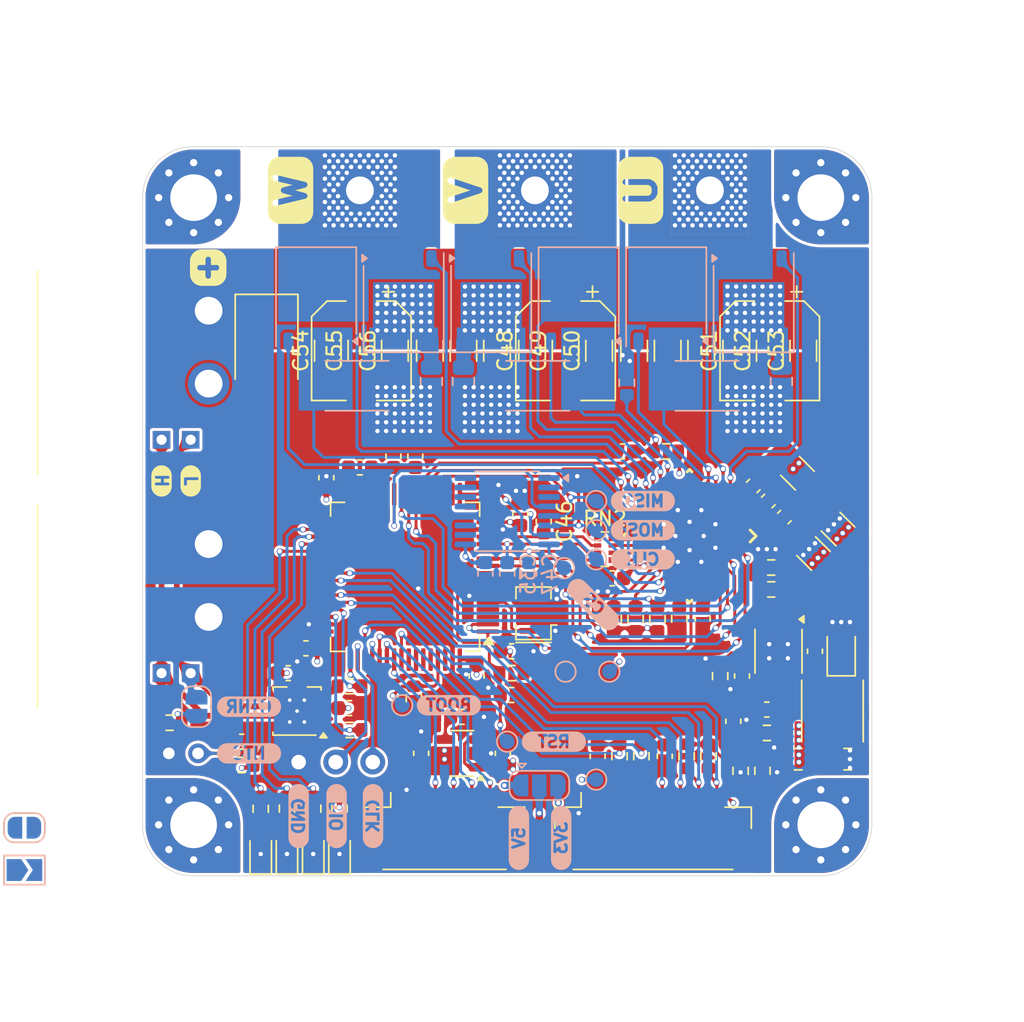
<source format=kicad_pcb>
(kicad_pcb (version 20241229) (generator "pcbnew") (generator_version "9.0")
  (layers (0 "F.Cu" signal) (4 "In1.Cu" signal) (6 "In2.Cu" signal) (2 "B.Cu" signal) (13 "F.Paste" user) (15 "B.Paste" user) (5 "F.SilkS" user "F.Silkscreen") (7 "B.SilkS" user "B.Silkscreen") (1 "F.Mask" user) (3 "B.Mask" user) (25 "Edge.Cuts" user))
  (net 0 "")
  (net 1 "GND")
  (net 2 "VDC")
  (net 3 "+3.3V")
  (net 4 "Reset")
  (net 5 "MOTOR_OUT_1")
  (net 6 "MOTOR_OUT_2")
  (net 7 "+5V")
  (net 8 "MOTOR_OUT_3")
  (net 9 "Net-(D1-A)")
  (net 10 "SWCLK")
  (net 11 "SWDIO")
  (net 12 "CAN_L")
  (net 13 "CAN_H")
  (net 14 "LED1")
  (net 15 "BOOT")
  (net 16 "LED2")
  (net 17 "LED3")
  (net 18 "CANTX")
  (net 19 "H1")
  (net 20 "L1")
  (net 21 "H2")
  (net 22 "L3")
  (net 23 "L2")
  (net 24 "H3")
  (net 25 "Net-(U4-BP)")
  (net 26 "Net-(D2-A)")
  (net 27 "Net-(JP2-B)")
  (net 28 "Net-(U5-RXD)")
  (net 29 "Net-(U5-TXD)")
  (net 30 "CURR_SENSE_C")
  (net 31 "CURR_SENSE_B")
  (net 32 "CURR_SENSE_A")
  (net 33 "SPA")
  (net 34 "SPC")
  (net 35 "SPB")
  (net 36 "Net-(Q1-G)")
  (net 37 "Net-(Q2-G)")
  (net 38 "Net-(Q3-G)")
  (net 39 "Net-(Q4-G)")
  (net 40 "Net-(Q5-G)")
  (net 41 "Net-(Q6-G)")
  (net 44 "ENC_CAL")
  (net 52 "Net-(D4-A)")
  (net 53 "Net-(D5-A)")
  (net 55 "Net-(U7-SS{slash}TR)")
  (net 56 "Net-(C11-Pad2)")
  (net 57 "Net-(U7-COMP)")
  (net 58 "Net-(U7-BOOT)")
  (net 59 "Net-(U7-EN)")
  (net 60 "Net-(U7-RT{slash}CLK)")
  (net 61 "Net-(U7-VSENSE)")
  (net 62 "Net-(D14-K)")
  (net 63 "GATE_FAULT")
  (net 64 "GATE_EN")
  (net 65 "Net-(U3-CPH)")
  (net 66 "Net-(U3-CPL)")
  (net 67 "Net-(U3-VCP)")
  (net 68 "Net-(U3-DVDD)")
  (net 69 "GATE_CS")
  (net 70 "GATE_CAL")
  (net 71 "CANRX")
  (net 73 "Net-(U2-PF0)")
  (net 74 "Net-(U2-PF1)")
  (net 77 "NTC_1")
  (net 81 "ENCODER_CS")
  (net 91 "ENCODER1")
  (net 92 "ENCODER2")
  (net 93 "SPI3_CLK")
  (net 94 "SPI3_MOSI")
  (net 95 "SPI3_MISO")
  (net 96 "VREF")
  (net 97 "VBUS")
  (net 98 "SPI3_CSS")
  (net 99 "SPI1_MISO")
  (net 100 "SPI1_MOSI")
  (net 101 "SPI1_CLK")
  (net 102 "I2C_SDA")
  (net 103 "I2C_SCL")
  (net 104 "USART1_RX")
  (net 105 "USART1_TX")
  (net 106 "Net-(J6-Pin_4)")
  (net 107 "Net-(J6-Pin_3)")
  (net 108 "unconnected-(H1-Pad1)")
  (net 109 "unconnected-(H2-Pad1)")
  (net 110 "unconnected-(H3-Pad1)")
  (net 111 "unconnected-(H4-Pad1)")
  (net 112 "NTC_2")
  (net 117 "Net-(RN2C-R3.2)")
  (net 118 "Net-(RN2D-R4.2)")
  (net 119 "Net-(RN2B-R2.2)")
  (footprint "Crystal:Resonator_SMD_Murata_CSTxExxV-3Pin_3.0x1.1mm" (layer "F.Cu") (at 146.8 112 90)
    (property "Reference" "Y1" (hide yes))
    (property "Value" "Resonator" (hide yes))
  )
  (footprint "Capacitor_SMD:C_0603_1608Metric" (layer "F.Cu") (at 151.200001 121.8 -90)
    (property "Reference" "C12" (hide yes))
    (property "Value" "100nF" (hide yes))
  )
  (footprint "Resistor_SMD:R_0603_1608Metric" (layer "F.Cu") (at 156.8 112.375 90)
    (property "Reference" "R25" (hide yes))
    (property "Value" "10K" (hide yes))
  )
  (footprint "Capacitor_SMD:C_1206_3216Metric" (layer "F.Cu") (at 165.3 94 90)
    (property "Reference" "C53")
    (property "Value" "10uF")
  )
  (footprint "Resistor_SMD:R_0603_1608Metric" (layer "F.Cu") (at 158.8 121.8 90)
    (property "Reference" "R28" (hide yes))
    (property "Value" "4.7K" (hide yes))
  )
  (footprint "LOGO" (layer "F.Cu") (at 152.7 117)
    (property "Reference" "G***" (hide yes))
    (property "Value" "LOGO" (hide yes))
  )
  (footprint "Resistor_SMD:R_0603_1608Metric" (layer "F.Cu") (at 163.1 110.36)
    (property "Reference" "R2" (hide yes))
    (property "Value" "470K" (hide yes))
  )
  (footprint "Resistor_SMD:R_0603_1608Metric" (layer "F.Cu") (at 159.6 116.3 90)
    (property "Reference" "R3" (hide yes))
    (property "Value" "237K" (hide yes))
  )
  (footprint "Inductor_SMD:L_APV_ANR4020" (layer "F.Cu") (at 167.3 118.7 -90)
    (property "Reference" "L2" (hide yes))
    (property "Value" "47uH" (hide yes))
  )
  (footprint "Capacitor_SMD:C_0603_1608Metric" (layer "F.Cu") (at 145.3 117.6 180)
    (property "Reference" "C19" (hide yes))
    (property "Value" "100nF" (hide yes))
  )
  (footprint "Capacitor_SMD:C_0603_1608Metric" (layer "F.Cu") (at 145.3 114.6)
    (property "Reference" "C26" (hide yes))
    (property "Value" "100nF" (hide yes))
  )
  (footprint "Resistor_SMD:R_0603_1608Metric" (layer "F.Cu") (at 157.3 121.8 90)
    (property "Reference" "R29" (hide yes))
    (property "Value" "4.7K" (hide yes))
  )
  (footprint "Capacitor_SMD:C_0603_1608Metric" (layer "F.Cu") (at 144.7 121.6 90)
    (property "Reference" "C13" (hide yes))
    (property "Value" "10uF" (hide yes))
  )
  (footprint "LED_SMD:LED_0603_1608Metric" (layer "F.Cu") (at 131.7 128.3875 90)
    (property "Reference" "D5" (hide yes))
    (property "Value" "LED_Small" (hide yes))
  )
  (footprint "Capacitor_SMD:C_1206_3216Metric" (layer "F.Cu") (at 132.699999 94 90)
    (property "Reference" "C54")
    (property "Value" "10uF")
  )
  (footprint "Resistor_SMD:R_0603_1608Metric" (layer "F.Cu") (at 155.9 100.9)
    (property "Reference" "R10" (hide yes))
    (property "Value" "10K" (hide yes))
  )
  (footprint "XT30PW_2_2_-M.G.B:AMASS_XT30PW_2_2_-M.G.B" (layer "F.Cu") (at 117.2 95.5 -90)
    (property "Reference" "J4" (hide yes))
    (property "Value" "XT30PW_2_2_-M.G.B" (hide yes))
  )
  (footprint "Resistor_SMD:R_0603_1608Metric" (layer "F.Cu") (at 145.3 116.1)
    (property "Reference" "R7" (hide yes))
    (property "Value" "10K" (hide yes))
  )
  (footprint "Capacitor_SMD:C_1206_3216Metric" (layer "F.Cu") (at 146.7 94 90)
    (property "Reference" "C48")
    (property "Value" "10uF")
  )
  (footprint "Resistor_SMD:R_Array_Convex_4x0402" (layer "F.Cu") (at 151.7 107.6)
    (property "Reference" "RN2")
    (property "Value" "56R")
  )
  (footprint "Capacitor_SMD:C_0603_1608Metric" (layer "F.Cu") (at 164 105.4 -135)
    (property "Reference" "C1" (hide yes))
    (property "Value" "47nF" (hide yes))
  )
  (footprint "Capacitor_SMD:C_1206_3216Metric" (layer "F.Cu") (at 158.3 94.000001 90)
    (property "Reference" "C42" (hide yes))
    (property "Value" "10uF" (hide yes))
  )
  (footprint "Resistor_SMD:R_0603_1608Metric" (layer "F.Cu") (at 155.3 112.375 -90)
    (property "Reference" "R21" (hide yes))
    (property "Value" "10K" (hide yes))
  )
  (footprint "Connector_JST:JST_GH_SM08B-GHS-TB_1x08-1MP_P1.25mm_Horizontal" (layer "F.Cu") (at 155 127)
    (property "Reference" "J6" (hide yes))
    (property "Value" "Conn_01x08" (hide yes))
  )
  (footprint "MountingHole:MountingHole_3.2mm_M3_Pad_Via" (layer "F.Cu") (at 166.5 83.5)
    (property "Reference" "H2" (hide yes))
    (property "Value" "MountingHole_Pad" (hide yes))
  )
  (footprint "Capacitor_SMD:C_1206_3216Metric" (layer "F.Cu") (at 151.3 94 90)
    (property "Reference" "C50")
    (property "Value" "10uF")
  )
  (footprint "Connector_JST:JST_GH_SM06B-GHS-TB_1x06-1MP_P1.25mm_Horizontal" (layer "F.Cu") (at 140.7 127)
    (property "Reference" "J2" (hide yes))
    (property "Value" "Conn_01x06" (hide yes))
  )
  (footprint "Capacitor_SMD:C_0603_1608Metric" (layer "F.Cu") (at 152.2 109.6 180)
    (property "Reference" "C36" (hide yes))
    (property "Value" "100nF" (hide yes))
  )
  (footprint "Resistor_SMD:R_0603_1608Metric" (layer "F.Cu") (at 163.1 108.86 180)
    (property "Reference" "R1" (hide yes))
    (property "Value" "56K" (hide yes))
  )
  (footprint "Capacitor_SMD:C_1206_3216Metric" (layer "F.Cu") (at 167.679379 106.220621 -45)
    (property "Reference" "C2" (hide yes))
    (property "Value" "10uF" (hide yes))
  )
  (footprint "Resistor_SMD:R_0603_1608Metric" (layer "F.Cu") (at 152.7 121.8 -90)
    (property "Reference" "R27" (hide yes))
    (property "Value" "47R" (hide yes))
  )
  (footprint "Capacitor_SMD:C_1206_3216Metric" (layer "F.Cu") (at 153.7 94 90)
    (property "Reference" "C34" (hide yes))
    (property "Value" "10uF" (hide yes))
  )
  (footprint "Capacitor_SMD:C_0603_1608Metric" (layer "F.Cu") (at 161.1 116.3 90)
    (property "Reference" "C8" (hide yes))
    (property "Value" "100nF" (hide yes))
  )
  (footprint "Package_TO_SOT_SMD:SOT-23-5" (layer "F.Cu") (at 141.9 121.6 180)
    (property "Reference" "U4" (hide yes))
    (property "Value" "MIC5219-3.3YM5" (hide yes))
  )
  (footprint "Capacitor_SMD:C_0603_1608Metric" (layer "F.Cu") (at 162.8 118.6)
    (property "Reference" "C14" (hide yes))
    (property "Value" "100nF" (hide yes))
  )
  (footprint "Resistor_SMD:R_0603_1608Metric" (layer "F.Cu") (at 133.5 125.3875 -90)
    (property "Reference" "R6" (hide yes))
    (property "Value" "1K" (hide yes))
  )
  (footprint "Capacitor_SMD:C_0603_1608Metric" (layer "F.Cu") (at 132.6 102.7 90)
    (property "Reference" "C23" (hide yes))
    (property "Value" "100nF" (hide yes))
  )
  (footprint "Resistor_SMD:R_0603_1608Metric" (layer "F.Cu") (at 134.189478 119.997074 180)
    (property "Reference" "R14" (hide yes))
    (property "Value" "47R" (hide yes))
  )
  (footprint "Capacitor_SMD:C_0603_1608Metric" (layer "F.Cu") (at 131.2 114.4 180)
    (property "Reference" "C27" (hide yes))
    (property "Value" "100nF" (hide yes))
  )
  (footprint "Resistor_SMD:R_0603_1608Metric" (layer "F.Cu") (at 121.85 119.5 180)
    (property "Reference" "R19" (hide yes))
    (property "Value" "120R" (hide yes))
  )
  (footprint "Capacitor_SMD:C_0603_1608Metric" (layer "F.Cu") (at 145.9 105.2 90)
    (property "Reference" "C21" (hide yes))
    (property "Value" "100nF" (hide yes))
  )
  (footprint "Diode_SMD:D_0805_2012Metric" (layer "F.Cu") (at 167.9 114.6 90)
    (property "Reference" "D14" (hide yes))
    (property "Value" "B5819WS" (hide yes))
  )
  (footprint "Capacitor_SMD:C_0603_1608Metric" (layer "F.Cu") (at 137.2 101.225 -90)
    (property "Reference" "C9" (hide yes))
    (property "Value" "1uF" (hide yes))
  )
  (footprint "Capacitor_SMD:C_1206_3216Metric" (layer "F.Cu") (at 137.300001 94 90)
    (property "Reference" "C56")
    (property "Value" "10uF")
  )
  (footprint "Resistor_SMD:R_0603_1608Metric" (layer "F.Cu") (at 138.6 117.825 90)
    (property "Reference" "R9" (hide yes))
    (property "Value" "10K" (hide yes))
  )
  (footprint "MountingHole:MountingHole_3.2mm_M3_Pad_Via" (layer "F.Cu") (at 123.5 126.5)
    (property "Reference" "H4" (hide yes))
    (property "Value" "MountingHole_Pad" (hide yes))
  )
  (footprint "Capacitor_SMD:CP_Elec_6.3x5.9" (layer "F.Cu") (at 149 94 -90)
    (property "Reference" "C22" (hide yes))
    (property "Value" "47uF" (hide yes))
  )
  (footprint "Inductor_SMD:L_0603_1608Metric" (layer "F.Cu") (at 134.9 102)
    (property "Reference" "FB1" (hide yes))
    (property "Value" "FerriteBead" (hide yes))
  )
  (footprint "Capacitor_SMD:C_0603_1608Metric" (layer "F.Cu") (at 162.9 104.3 -135)
    (property "Reference" "C3" (hide yes))
    (property "Value" "1uF" (hide yes))
  )
  (footprint "Package_SO:HVSSOP-10-1EP_3x3mm_P0.5mm_EP1.57x1.88mm_ThermalVias" (layer "F.Cu") (at 163.6 114.6 -90)
    (property "Reference" "U7" (hide yes))
    (property "Value" "TPS54240DGQ" (hide yes))
  )
  (footprint "Capacitor_SMD:C_1206_3216Metric" (layer "F.Cu") (at 163 94 90)
    (property "Reference" "C52")
    (property "Value" "10uF")
  )
  (footprint "Capacitor_SMD:C_0603_1608Metric" (layer "F.Cu") (at 152.9 100.9 180)
    (property "Reference" "C4" (hide yes))
    (property "Value" "100nF" (hide yes))
  )
  (footprint "Capacitor_SMD:C_0603_1608Metric" (layer "F.Cu") (at 166.1 114.6 -90)
    (property "Reference" "C15" (hide yes))
    (property "Value" "100nF" (hide yes))
  )
  (footprint "Resistor_SMD:R_0603_1608Metric" (layer "F.Cu") (at 134.189479 116.997074 180)
    (property "Reference" "R13" (hide yes))
    (property "Value" "47R" (hide yes))
  )
  (footprint "Resistor_SMD:R_0603_1608Metric" (layer "F.Cu") (at 126.8 122.4)
    (property "Reference" "R17" (hide yes))
    (property "Value" "10K" (hide yes))
  )
  (footprint "Capacitor_SMD:C_1206_3216Metric" (layer "F.Cu") (at 142 94 90)
    (property "Reference" "C44" (hide yes))
    (property "Value" "10uF" (hide yes))
  )
  (footprint "Resistor_SMD:R_0603_1608Metric" (layer "F.Cu") (at 128.1 125.399999 -90)
    (property "Reference" "R8" (hide yes))
    (property "Value" "1K" (hide yes))
  )
  (footprint "LED_SMD:LED_0603_1608Metric" (layer "F.Cu") (at 129.9 128.387499 90)
    (property "Reference" "D4" (hide yes))
    (property "Value" "LED_Small" (hide yes))
  )
  (footprint "Resistor_SMD:R_0603_1608Metric" (layer "F.Cu") (at 131.7 125.3875 -90)
    (property "Reference" "R12" (hide yes))
    (property "Value" "1K" (hide yes))
  )
  (footprint "Resistor_SMD:R_0603_1608Metric" (layer "F.Cu") (at 129.9 125.387499 -90)
    (property "Reference" "R11" (hide yes))
    (property "Value" "1K" (hide yes))
  )
  (footprint "Capacitor_SMD:C_0603_1608Metric" (layer "F.Cu") (at 160.5 119.4 -90)
    (property "Reference" "C11" (hide yes))
    (property "Value" "100nF" (hide yes))
  )
  (footprint "LED_SMD:LED_0603_1608Metric" (layer "F.Cu") (at 133.5 128.3875 90)
    (property "Reference" "D1" (hide yes))
    (property "Value" "LED_Small" (hide yes))
  )
  (footprint "Capacitor_SMD:C_0805_2012Metric" (layer "F.Cu") (at 164.949999 122)
    (property "Reference" "C18" (hide yes))
    (property "Value" "22uF" (hide yes))
  )
  (footprint "Diode_SMD:D_SMB" (layer "F.Cu") (at 128.5 93.79197 -90)
    (property "Reference" "D3" (hide yes))
    (property "Value" "D_TVS" (hide yes))
  )
  (footprint "MountingHole:MountingHole_3.2mm_M3_Pad_Via" (layer "F.Cu") (at 123.5 83.5)
    (property "Reference" "H1" (hide yes))
    (property "Value" "MountingHole_Pad" (hide yes))
  )
  (footprint "Capacitor_SMD:C_1206_3216Metric" (layer "F.Cu") (at 139.7 94 90)
    (property "Reference" "C43" (hide yes))
    (property "Value" "10uF" (hide yes))
  )
  (footprint "XT30PW_2_2_-M.G.B:AMASS_XT30PW_2_2_-M.G.B" (layer "F.Cu") (at 117.199999 111.5 -90)
    (property "Reference" "J8" (hide yes))
    (property "Value" "XT30PW_2_2_-M.G.B" (hide yes))
  )
  (footprint "Capacitor_SMD:C_1206_3216Metric" (layer "F.Cu") (at 156 94 90)
    (property "Reference" "C41" (hide yes))
    (property "Value" "10uF" (hide yes))
  )
  (footprint "Capacitor_SMD:C_0603_1608Metric" (layer "F.Cu") (at 138.7 101.225 -90)
    (property "Reference" "C7" (hide yes))
    (property "Value" "100nF" (hide yes))
  )
  (footprint "MountingHole:MountingHole_3.2mm_M3_Pad_Via" (layer "F.Cu") (at 166.5 126.5)
    (property "Reference" "H3" (hide yes))
    (property "Value" "MountingHole_Pad" (hide yes))
  )
  (footprint "Capacitor_SMD:C_0603_1608Metric" (layer "F.Cu") (at 161.868629 103.268629 45)
    (property "Reference" "C32" (hide yes))
    (property "Value" "100nF" (hide yes))
  )
  (footprint "Capacitor_SMD:C_0603_1608Metric" (layer "F.Cu") (at 129.989478 116.1)
    (property "Reference" "C28" (hide yes))
    (property "Value" "100nF" (hide yes))
  )
  (footprint "Capacitor_SMD:C_0603_1608Metric" (layer "F.Cu") (at 126.8 120.8)
    (property "Reference" "C6" (hide yes))
    (property "Value" "100nF" (hide yes))
  )
  (footprint "Capacitor_SMD:C_0603_1608Metric" (layer "F.Cu") (at 142.9 116.3 -90)
    (property "Reference" "C24" (hide yes))
    (property "Value" "100nF" (hide yes))
  )
  (footprint "Capacitor_SMD:C_0603_1608Metric" (layer "F.Cu") (at 134.189479 118.497074)
    (property "Reference" "C31" (hide yes))
    (property "Value" "100nF" (hide yes))
  )
  (footprint "Resistor_SMD:R_0603_1608Metric" (layer "F.Cu") (at 161 122.8 90)
    (property "Reference" "R5" (hide yes))
    (property "Value" "10K" (hide yes))
  )
  (footprint "Package_SON:Texas_S-PVSON-N8_ThermalVias" (layer "F.Cu") (at 130.589478 118.7 180)
    (property "Reference" "U5" (hide yes))
    (property "Value" "TCAN1044V" (hide yes))
  )
  (footprint "Capacitor_SMD:C_1206_3216Metric" (layer "F.Cu") (at 166 107.9 -45)
    (property "Reference" "C5" (hide yes))
    (property "Value" "10uF" (hide yes))
  )
  (footprint "Capacitor_SMD:C_0603_1608Metric" (layer "F.Cu") (at 139.1 121.6 90)
    (property "Reference" "C17" (hide yes))
    (property "Value" "10uF" (hide yes))
  )
  (footprint "Capacitor_SMD:C_0603_1608Metric" (layer "F.Cu") (at 141.9 119.1)
    (property "Reference" "C16" (hide yes))
    (property "Value" "470pF" (hide yes))
  )
  (footprint "Resistor_SMD:R_0603_1608Metric" (layer "F.Cu") (at 152.3 112.375 -90)
    (property "Reference" "R18" (hide yes))
    (property "Value" "10K" (hide yes))
  )
  (footprint "Capacitor_SMD:C_1206_3216Metric" (layer "F.Cu") (at 144.3 94 90)
    (property "Reference" "C45" (hide yes))
    (property "Value" "10uF" (hide yes))
  )
  (footprint "Capacitor_SMD:C_1206_3216Metric" (layer "F.Cu") (at 135 94 90)
    (property "Reference" "C55")
    (property "Value" "10uF")
  )
  (footprint "Capacitor_SMD:C_0603_1608Metric" (layer "F.Cu") (at 147.5 105.7 -90)
    (property "Reference" "C46")
    (property "Value" "2.2nF")
  )
  (footprint "Package_QFP:LQFP-64_10x10mm_P0.5mm" (layer "F.Cu") (at 138 109.5 180)
    (property "Reference" "U2" (hide yes))
    (property "Value" "STM32G431RBTx" (hide yes))
  )
  (footprint "Capacitor_SMD:C_0805_2012Metric" (layer "F.Cu") (at 168.349999 122 180)
    (property "Reference" "C30" (hide yes))
    (property "Value" "22uF" (hide yes))
  )
  (footprint "Capacitor_SMD:C_0603_1608Metric" (layer "F.Cu") (at 155.8 121.8 -90)
    (property "Reference" "C20" (hide yes))
    (property "Value" "100nF" (hide yes))
  )
  (footprint "Resistor_SMD:R_0603_1608Metric" (layer "F.Cu") (at 162.5 122.8 -90)
    (property "Reference" "R4" (hide yes))
    (property "Value" "52.3K" (hide yes))
  )
  (footprint "Capacitor_SMD:CP_Elec_6.3x5.9" (layer "F.Cu") (at 163 94 -90)
    (property "Reference" "C25" (hide yes))
    (property "Value" "47uF" (hide yes))
  )
  (footprint "Resistor_SMD:R_0603_1608Metric" (layer "F.Cu") (at 154.2 121.8 -90)
    (property "Reference" "R16" (hide yes))
    (property "Value" "47R" (hide yes))
  )
  (footprint "DRV8323SRTAT:RTA0040B" (layer "F.Cu") (at 157.501414 106.698586 -135)
    (property "Reference" "U3" (hide yes))
    (property "Value" "DRV8323SRTAT" (hide yes))
  )
  (footprint "Capacitor_SMD:C_1206_3216Metric" (layer "F.Cu") (at 149 94 90)
    (property "Reference" "C49")
    (property "Value" "10uF")
  )
  (footprint "Resistor_SMD:R_0603_1608Metric" (layer "F.Cu") (at 162.8 120.2)
    (property "Reference" "R15" (hide yes))
    (property "Value" "1K" (hide yes))
  )
  (footprint "Capacitor_SMD:C_1206_3216Metric" (layer "F.Cu") (at 164.9 102.4 135)
    (property "Reference" "C33" (hide yes))
    (property "Value" "10uF" (hide yes))
  )
  (footprint "Capacitor_SMD:C_1206_3216Metric" (layer "F.Cu") (at 160.7 94 90)
    (property "Reference" "C51")
    (property "Value" "10uF")
  )
  (footprint "LED_SMD:LED_0603_1608Metric" (layer "F.Cu") (at 128.1 128.399999 90)
    (property "Reference" "D2" (hide yes))
    (property "Value" "LED_Small" (hide yes))
  )
  (footprint "Capacitor_SMD:C_0603_1608Metric" (layer "F.Cu") (at 158.4 112.375 -90)
    (property "Reference" "C29" (hide yes))
    (property "Value" "1uF" (hide yes))
  )
  (footprint "Capacitor_SMD:CP_Elec_6.3x5.9" (layer "F.Cu") (at 135 94 -90)
    (property "Reference" "C40" (hide yes))
    (property "Value" "47uF" (hide yes))
  )
  (footprint "Resistor_SMD:R_0603_1608Metric" (layer "F.Cu") (at 153.8 112.375 -90)
    (property "Reference" "R20" (hide yes))
    (property "Value" "10K" (hide yes))
  )
  (footprint "Package_DFN_QFN:PQFN-8-EP_6x5mm_P1.27mm_Generic" (layer "B.Cu") (at 149.9 90.6 90)
    (property "Reference" "Q6" (hide yes))
    (property "Value" "DON50N04" (hide yes))
  )
  (footprint "Capacitor_SMD:C_0805_2012Metric" (layer "B.Cu") (at 142 96.1 90)
    (property "Reference" "C38" (hide yes))
    (property "Value" "22uF" (hide yes))
  )
  (footprint "Capacitor_SMD:C_0603_1608Metric" (layer "B.Cu") (at 145 109.3 90)
    (property "Reference" "C35")
    (property "Value" "2.2nF")
  )
  (footprint "TestPoint:TestPoint_Pad_D1.0mm" (layer "B.Cu") (at 152 116 90)
    (property "Reference" "TP3" (hide yes))
    (property "Value" "TestPoint" (hide yes))
  )
  (footprint "Resistor_SMD:R_2512_6332Metric" (layer "B.Cu") (at 147.1 96.4 180)
    (property "Reference" "R22" (hide yes))
    (property "Value" "2mR" (hide yes))
  )
  (footprint "Capacitor_SMD:C_0805_2012Metric" (layer "B.Cu") (at 163.8 96.1 90)
    (property "Reference" "C39" (hide yes))
    (property "Value" "22uF" (hide yes))
  )
  (footprint "Capacitor_SMD:C_0805_2012Metric" (layer "B.Cu") (at 139.8 96.099 90)
    (property "Reference" "C37" (hide yes))
    (property "Value" "22uF" (hide yes))
  )
  (footprint "Package_DFN_QFN:PQFN-8-EP_6x5mm_P1.27mm_Generic" (layer "B.Cu") (at 161.9 90.4 -90)
    (property "Reference" "Q1" (hide yes))
    (property "Value" "DON50N04" (hide yes))
  )
  (footprint "TestPoint:TestPoint_Pad_D1.0mm" (layer "B.Cu") (at 151.1 106.3)
    (property "Reference" "TP6" (hide yes))
    (property "Value" "TestPoint" (hide yes))
  )
  (footprint "Package_DFN_QFN:PQFN-8-EP_6x5mm_P1.27mm_Generic" (layer "B.Cu") (at 143.9 90.4 -90)
    (property "Reference" "Q5" (hide yes))
    (property "Value" "DON50N04" (hide yes))
  )
  (footprint "Resistor_SMD:R_0603_1608Metric" (layer "B.Cu") (at 153.2 96.2 90)
    (property "Reference" "TH1" (hide yes))
    (property "Value" "Thermistor_NTC" (hide yes))
  )
  (footprint "Resistor_SMD:R_2512_6332Metric" (layer "B.Cu") (at 134.7 96.399)
    (property "Reference" "R24" (hide yes))
    (property "Value" "2mR" (hide yes))
  )
  (footprint "Connector_PinHeader_2.00mm:PinHeader_1x02_P2.00mm_Vertical" (layer "B.Cu") (at 121.799999 121.6 -90)
    (property "Reference" "J3" (hide yes))
    (property "Value" "Conn_01x02" (hide yes))
  )
  (footprint "TestPoint:TestPoint_Pad_D1.0mm" (layer "B.Cu") (at 149 116)
    (property "Reference" "TP4" (hide yes))
    (property "Value" "TestPoint" (hide yes))
  )
  (footprint "Package_SO:TSSOP-16_4.4x5mm_P0.65mm" (layer "B.Cu") (at 145 105 180)
    (property "Reference" "U1" (hide yes))
    (property "Value" "MT6826SGT" (hide yes))
  )
  (footprint "TestPoint:TestPoint_Pad_D1.0mm" (layer "B.Cu") (at 151.1 104.3)
    (property "Reference" "TP7" (hide yes))
    (property "Value" "TestPoint" (hide yes))
  )
  (footprint "Jumper:SolderJumper-2_P1.3mm_Open_RoundedPad1.0x1.5mm" (layer "B.Cu") (at 123.7 118.4 -90)
    (property "Reference" "JP2" (hide yes))
    (property "Value" "Jumper_2_Open" (hide yes))
  )
  (footprint "TestPoint:TestPoint_Pad_D1.0mm" (layer "B.Cu") (at 145 120.8)
    (property "Reference" "TP2" (hide yes))
    (property "Value" "TestPoint" (hide yes))
  )
  (footprint "Package_DFN_QFN:PQFN-8-EP_6x5mm_P1.27mm_Generic" (layer "B.Cu") (at 155.9 90.6 90)
    (property "Reference" "Q2" (hide yes))
    (property "Value" "DON50N04" (hide yes))
  )
  (footprint "Resistor_SMD:R_2512_6332Metric" (layer "B.Cu") (at 158.7 96.4)
    (property "Reference" "R23" (hide yes))
    (property "Value" "2mR" (hide yes))
  )
  (footprint "Package_DFN_QFN:PQFN-8-EP_6x5mm_P1.27mm_Generic" (layer "B.Cu") (at 131.9 90.599 90)
    (property "Reference" "Q4" (hide yes))
    (property "Value" "NMOS-8PINS" (hide yes))
  )
  (footprint "TestPoint:TestPoint_Pad_D1.0mm" (layer "B.Cu") (at 151.1 108.3)
    (property "Reference" "TP8" (hide yes))
    (property "Value" "TestPoint" (hide yes))
  )
  (footprint "TestPoint:TestPoint_Pad_D1.0mm" (layer "B.Cu") (at 137.8 118.300707)
    (property "Reference" "TP1" (hide yes))
    (property "Value" "TestPoint" (hide yes))
  )
  (footprint "Jumper:SolderJumper-2_P1.3mm_Open_TrianglePad1.0x1.5mm" (layer "B.Cu") (at 111.9 129.6)
    (property "Reference" "JP5" (hide yes))
    (property "Value" "SolderJumper_2_Open" (hide yes))
  )
  (footprint "Connector_PinHeader_2.54mm:PinHeader_1x03_P2.54mm_Vertical" (layer "B.Cu") (at 130.7 122.2 -90)
    (property "Reference" "J1" (hide yes))
    (property "Value" "SWD" (hide yes))
  )
  (footprint "Capacitor_SMD:C_0603_1608Metric" (layer "B.Cu") (at 143.5 109.3 -90)
    (property "Reference" "C10" (hide yes))
    (property "Value" "100nF" (hide yes))
  )
  (footprint "TestPoint:TestPoint_Pad_D1.0mm" (layer "B.Cu") (at 148.9 108.9)
    (property "Reference" "TP9" (hide yes))
    (property "Value" "TestPoint" (hide yes))
  )
  (footprint "Capacitor_SMD:C_0603_1608Metric" (layer "B.Cu") (at 146.5 109.3 90)
    (property "Reference" "C47")
    (property "Value" "2.2nF")
  )
  (footprint "TestPoint:TestPoint_Pad_D1.0mm" (layer "B.Cu") (at 151.1 123.4 -135)
    (property "Reference" "TP5" (hide yes))
    (property "Value" "TestPoint" (hide yes))
  )
  (footprint "Package_DFN_QFN:PQFN-8-EP_6x5mm_P1.27mm_Generic" (layer "B.Cu") (at 137.9 90.399 -90)
    (property "Reference" "Q3" (hide yes))
    (property "Value" "DON50N04" (hide yes))
  )
  (footprint "Jumper:SolderJumper-3_P1.3mm_Open_RoundedPad1.0x1.5mm" (layer "B.Cu") (at 147.2 123.8)
    (property "Reference" "JP1" (hide yes))
    (property "Value" "Jumper_3_Open" (hide yes))
  )
  (footprint "Jumper:SolderJumper-2_P1.3mm_Open_RoundedPad1.0x1.5mm" (layer "B.Cu") (at 111.9 126.7)
    (property "Reference" "JP3" (hide yes))
    (property "Value" "SolderJumper_2_Open" (hide yes))
  )
  (gr_arc (start 123.5 130) (mid 121.025126 128.974874) (end 120 126.5) (stroke (width 0.05)) (layer "Edge.Cuts"))
  (gr_arc (start 120 83.5) (mid 121.025126 81.025126) (end 123.5 80) (stroke (width 0.05)) (layer "Edge.Cuts"))
  (gr_line (start 123.5 80) (end 166.5 80) (stroke (width 0.05)) (layer "Edge.Cuts"))
  (gr_line (start 120 126.5) (end 120 83.5) (stroke (width 0.05)) (layer "Edge.Cuts"))
  (gr_line (start 166.5 130) (end 123.5 130) (stroke (width 0.05)) (layer "Edge.Cuts"))
  (gr_arc (start 170 126.5) (mid 168.974874 128.974874) (end 166.5 130) (stroke (width 0.05)) (layer "Edge.Cuts"))
  (gr_line (start 170 83.5) (end 170 126.5) (stroke (width 0.05)) (layer "Edge.Cuts"))
  (gr_arc (start 166.5 80) (mid 168.974874 81.025126) (end 170 83.5) (stroke (width 0.05)) (layer "Edge.Cuts"))
  (gr_text "U" (at 154.2 83 90) (layer "F.SilkS" knockout) (effects (font (size 2 2) (thickness 0.4) (bold yes))))
  (gr_text "W" (at 130.2 83 90) (layer "F.SilkS" knockout) (effects (font (size 2 2) (thickness 0.4) (bold yes))))
  (gr_text "L" (at 123.3 102.9 270) (layer "F.SilkS" knockout) (effects (font (size 0.8 0.8) (thickness 0.2) (bold yes))))
  (gr_text "+" (at 124.5 88.2 0) (layer "F.SilkS" knockout) (effects (font (size 1.5 1.5) (thickness 0.375) (bold yes))))
  (gr_text "H" (at 121.3 102.9 270) (layer "F.SilkS" knockout) (effects (font (size 0.8 0.8) (thickness 0.2) (bold yes))))
  (gr_text "V" (at 142.2 83 90) (layer "F.SilkS" knockout) (effects (font (size 2 2) (thickness 0.4) (bold yes))))
  (gr_text "CLK" (at 135.8 125.9 90) (layer "B.SilkS" knockout) (effects (font (size 0.8 0.8) (thickness 0.2) (bold yes)) (justify mirror)))
  (gr_text "BOOT" (at 141 118.3 0) (layer "B.SilkS" knockout) (effects (font (size 0.8 0.8) (thickness 0.2) (bold yes)) (justify mirror)))
  (gr_text "GND" (at 130.7 125.9 90) (layer "B.SilkS" knockout) (effects (font (size 0.8 0.8) (thickness 0.2) (bold yes)) (justify mirror)))
  (gr_text "MOSI" (at 154.3 106.3 0) (layer "B.SilkS" knockout) (effects (font (size 0.8 0.8) (thickness 0.2) (bold yes)) (justify mirror)))
  (gr_text "3V3" (at 148.7 127.4 90) (layer "B.SilkS" knockout) (effects (font (size 0.8 0.8) (thickness 0.2) (bold yes)) (justify mirror)))
  (gr_text "CLK" (at 154.3 108.3 0) (layer "B.SilkS" knockout) (effects (font (size 0.8 0.8) (thickness 0.2) (bold yes)) (justify mirror)))
  (gr_text "DIO" (at 133.3 125.9 90) (layer "B.SilkS" knockout) (effects (font (size 0.8 0.8) (thickness 0.2) (bold yes)) (justify mirror)))
  (gr_text "RST" (at 148.2 120.8 0) (layer "B.SilkS" knockout) (effects (font (size 0.8 0.8) (thickness 0.2) (bold yes)) (justify mirror)))
  (gr_text "CANR" (at 127.3 118.4 0) (layer "B.SilkS" knockout) (effects (font (size 0.8 0.8) (thickness 0.2) (bold yes)) (justify mirror)))
  (gr_text "5V" (at 145.8 127.4 90) (layer "B.SilkS" knockout) (effects (font (size 0.8 0.8) (thickness 0.2) (bold yes)) (justify mirror)))
  (gr_text "NTC" (at 127.3 121.6 0) (layer "B.SilkS" knockout) (effects (font (size 0.8 0.8) (thickness 0.2) (bold yes)) (justify mirror)))
  (gr_text "CS" (at 150.9 111.4 315) (layer "B.SilkS" knockout) (effects (font (size 0.8 0.8) (thickness 0.2) (bold yes)) (justify mirror)))
  (gr_text "MISO" (at 154.3 104.3 0) (layer "B.SilkS" knockout) (effects (font (size 0.8 0.8) (thickness 0.2) (bold yes)) (justify mirror)))
  (segment (start 132.325 112.75) (end 131.4 112.75) (width 0.2) (layer "F.Cu") (net 1))
  (via (at 162.5 98.9) (size 0.4) (drill 0.3) (layers "F.Cu" "B.Cu") (net 1))
  (via (at 163.1 98.9) (size 0.4) (drill 0.3) (layers "F.Cu" "B.Cu") (net 1))
  (via (at 136.1 98.3) (size 0.4) (drill 0.3) (layers "F.Cu" "B.Cu") (net 1))
  (via (at 139.1 98.3) (size 0.4) (drill 0.3) (layers "F.Cu" "B.Cu") (net 1))
  (via (at 163.1 97.7) (size 0.4) (drill 0.3) (layers "F.Cu" "B.Cu") (net 1))
  (via (at 165.3 108) (size 0.4) (drill 0.3) (layers "F.Cu" "B.Cu") (net 1))
  (via (at 163.7 97.7) (size 0.4) (drill 0.3) (layers "F.Cu" "B.Cu") (net 1))
  (via (at 142.7 98.9) (size 0.4) (drill 0.3) (layers "F.Cu" "B.Cu") (net 1))
  (via (at 148.3 113.2) (size 0.4) (drill 0.3) (layers "F.Cu" "B.Cu") (net 1))
  (via (at 136.1 98.9) (size 0.4) (drill 0.3) (layers "F.Cu" "B.Cu") (net 1))
  (via (at 151.2 110.5) (size 0.4) (drill 0.3) (layers "F.Cu" "B.Cu") (net 1))
  (via (at 137.3 99.5) (size 0.4) (drill 0.3) (layers "F.Cu" "B.Cu") (net 1))
  (via (at 132.6 102.6) (size 0.4) (drill 0.3) (layers "F.Cu" "B.Cu") (net 1))
  (via (at 137.9 97.1) (size 0.4) (drill 0.3) (layers "F.Cu" "B.Cu") (net 1))
  (via (at 167.9 112.6) (size 0.4) (drill 0.3) (layers "F.Cu" "B.Cu") (net 1))
  (via (at 136.1 97.7) (size 0.4) (drill 0.3) (layers "F.Cu" "B.Cu") (net 1))
  (via (at 129.9 128.5) (size 0.4) (drill 0.3) (layers "F.Cu" "B.Cu") (net 1))
  (via (at 144.5 98.3) (size 0.4) (drill 0.3) (layers "F.Cu" "B.Cu") (net 1))
  (via (at 137.9 96.5) (size 0.4) (drill 0.3) (layers "F.Cu" "B.Cu") (net 1))
  (via (at 144.5 97.7) (size 0.4) (drill 0.3) (layers "F.Cu" "B.Cu") (net 1))
  (via (at 142.1 97.7) (size 0.4) (drill 0.3) (layers "F.Cu" "B.Cu") (net 1))
  (via (at 168.5 122) (size 0.4) (drill 0.3) (layers "F.Cu" "B.Cu") (net 1))
  (via (at 161.3 99.5) (size 0.4) (drill 0.3) (layers "F.Cu" "B.Cu") (net 1))
  (via (at 139.1 99.5) (size 0.4) (drill 0.3) (layers "F.Cu" "B.Cu") (net 1))
  (via (at 139.1 96.5) (size 0.4) (drill 0.3) (layers "F.Cu" "B.Cu") (net 1))
  (via (at 161.4 119.3) (size 0.4) (drill 0.3) (layers "F.Cu" "B.Cu") (net 1))
  (via (at 163.7 96.5) (size 0.4) (drill 0.3) (layers "F.Cu" "B.Cu") (net 1))
  (via (at 145.7 98.3) (size 0.4) (drill 0.3) (layers "F.Cu" "B.Cu") (net 1))
  (via (at 138.5 99.5) (size 0.4) (drill 0.3) (layers "F.Cu" "B.Cu") (net 1))
  (via (at 133.5 128.5) (size 0.4) (drill 0.3) (layers "F.Cu" "B.Cu") (net 1))
  (via (at 136.7 98.3) (size 0.4) (drill 0.3) (layers "F.Cu" "B.Cu") (net 1))
  (via (at 145.1 98.9) (size 0.4) (drill 0.3) (layers "F.Cu" "B.Cu") (net 1))
  (via (at 137.9 98.9) (size 0.4) (drill 0.3) (layers "F.Cu" "B.Cu") (net 1))
  (via (at 162.5 96.5) (size 0.4) (drill 0.3) (layers "F.Cu" "B.Cu") (net 1))
  (via (at 160.1 98.9) (size 0.4) (drill 0.3) (layers "F.Cu" "B.Cu") (net 1))
  (via (at 131.7 128.5) (size 0.4) (drill 0.3) (layers "F.Cu" "B.Cu") (net 1))
  (via (at 145.7 98.9) (size 0.4) (drill 0.3) (layers "F.Cu" "B.Cu") (net 1))
  (via (at 136.7 96.5) (size 0.4) (drill 0.3) (layers "F.Cu" "B.Cu") (net 1))
  (via (at 145.7 97.7) (size 0.4) (drill 0.3) (layers "F.Cu" "B.Cu") (net 1))
  (via (at 136.1 96.5) (size 0.4) (drill 0.3) (layers "F.Cu" "B.Cu") (net 1))
  (via (at 153.4 94.7) (size 0.4) (drill 0.3) (layers "F.Cu" "B.Cu") (net 1))
  (via (at 143.9 121.6) (size 0.4) (drill 0.3) (layers "F.Cu" "B.Cu") (net 1))
  (via (at 144.5 97.1) (size 0.4) (drill 0.3) (layers "F.Cu" "B.Cu") (net 1))
  (via (at 138.5 96.5) (size 0.4) (drill 0.3) (layers "F.Cu" "B.Cu") (net 1))
  (via (at 160.1 97.1) (size 0.4) (drill 0.3) (layers "F.Cu" "B.Cu") (net 1))
  (via (at 143.3 99.5) (size 0.4) (drill 0.3) (layers "F.Cu" "B.Cu") (net 1))
  (via (at 138.9 110.3) (size 0.4) (drill 0.3) (layers "F.Cu" "B.Cu") (net 1))
  (via (at 161.3 97.1) (size 0.4) (drill 0.3) (layers "F.Cu" "B.Cu") (net 1))
  (via (at 144.4 103.2) (size 0.4) (drill 0.3) (layers "F.Cu" "B.Cu") (net 1))
  (via (at 142.7 98.3) (size 0.4) (drill 0.3) (layers "F.Cu" "B.Cu") (net 1))
  (via (at 136.1 97.1) (size 0.4) (drill 0.3) (layers "F.Cu" "B.Cu") (net 1))
  (via (at 139.7 96.5) (size 0.4) (drill 0.3) (layers "F.Cu" "B.Cu") (net 1))
  (via (at 162.5 97.7) (size 0.4) (drill 0.3) (layers "F.Cu" "B.Cu") (net 1))
  (via (at 161.9 97.1) (size 0.4) (drill 0.3) (layers "F.Cu" "B.Cu") (net 1))
  (via (at 145.6 103.6) (size 0.4) (drill 0.3) (layers "F.Cu" "B.Cu") (net 1))
  (via (at 139.7 97.7) (size 0.4) (drill 0.3) (layers "F.Cu" "B.Cu") (net 1))
  (via (at 163.1 99.5) (size 0.4) (drill 0.3) (layers "F.Cu" "B.Cu") (net 1))
  (via (at 167.8 105.5) (size 0.4) (drill 0.3) (layers "F.Cu" "B.Cu") (net 1))
  (via (at 143.4 119.1) (size 0.4) (drill 0.3) (layers "F.Cu" "B.Cu") (net 1))
  (via (at 144.5 98.9) (size 0.4) (drill 0.3) (layers "F.Cu" "B.Cu") (net 1))
  (via (at 145.1 99.5) (size 0.4) (drill 0.3) (layers "F.Cu" "B.Cu") (net 1))
  (via (at 145.7 97.1) (size 0.4) (drill 0.3) (layers "F.Cu" "B.Cu") (net 1))
  (via (at 152.906879 94.3) (size 0.4) (drill 0.3) (layers "F.Cu" "B.Cu") (net 1))
  (via (at 161.9 99.5) (size 0.4) (drill 0.3) (layers "F.Cu" "B.Cu") (net 1))
  (via (at 160.3 117.2) (size 0.4) (drill 0.3) (layers "F.Cu" "B.Cu") (net 1))
  (via (at 138.5 97.7) (size 0.4) (drill 0.3) (layers "F.Cu" "B.Cu") (net 1))
  (via (at 161.3 98.9) (size 0.4) (drill 0.3) (layers "F.Cu" "B.Cu") (net 1))
  (via (at 143.9 99.5) (size 0.4) (drill 0.3) (layers "F.Cu" "B.Cu") (net 1))
  (via (at 145.1 97.7) (size 0.4) (drill 0.3) (layers "F.Cu" "B.Cu") (net 1))
  (via (at 144.7 106.25) (size 0.4) (drill 0.3) (layers "F.Cu" "B.Cu") (net 1))
  (via (at 168.5 122.6) (size 0.4) (drill 0.3) (layers "F.Cu" "B.Cu") (net 1))
  (via (at 136.7 97.1) (size 0.4) (drill 0.3) (layers "F.Cu" "B.Cu") (net 1))
  (via (at 162.8 107.6) (size 0.4) (drill 0.3) (layers "F.Cu" "B.Cu") (net 1))
  (via (at 142.4 110.8) (size 0.4) (drill 0.3) (layers "F.Cu" "B.Cu") (net 1))
  (via (at 143.9 98.9) (size 0.4) (drill 0.3) (layers "F.Cu" "B.Cu") (net 1))
  (via (at 143.9 98.3) (size 0.4) (drill 0.3) (layers "F.Cu" "B.Cu") (net 1))
  (via (at 168.5 112.6) (size 0.4) (drill 0.3) (layers "F.Cu" "B.Cu") (net 1))
  (via (at 148.4 110.4) (size 0.4) (drill 0.3) (layers "F.Cu" "B.Cu") (net 1))
  (via (at 162.5 98.3) (size 0.4) (drill 0.3) (layers "F.Cu" "B.Cu") (net 1))
  (via (at 145.1 98.3) (size 0.4) (drill 0.3) (layers "F.Cu" "B.Cu") (net 1))
  (via (at 136.7 97.7) (size 0.4) (drill 0.3) (layers "F.Cu" "B.Cu") (net 1))
  (via (at 138.1 124.1) (size 0.4) (drill 0.3) (layers "F.Cu" "B.Cu") (net 1))
  (via (at 138.5 98.9) (size 0.4) (drill 0.3) (layers "F.Cu" "B.Cu") (net 1))
  (via (at 160.7 96.5) (size 0.4) (drill 0.3) (layers "F.Cu" "B.Cu") (net 1))
  (via (at 160.7 98.9) (size 0.4) (drill 0.3) (layers "F.Cu" "B.Cu") (net 1))
  (via (at 148.4 111) (size 0.4) (drill 0.3) (layers "F.Cu" "B.Cu") (net 1))
  (via (at 137.3 98.9) (size 0.4) (drill 0.3) (layers "F.Cu" "B.Cu") (net 1))
  (via (at 142.1 98.9) (size 0.4) (drill 0.3) (layers "F.Cu" "B.Cu") (net 1))
  (via (at 143.9 97.7) (size 0.4) (drill 0.3) (layers "F.Cu" "B.Cu") (net 1))
  (via (at 145.7 96.5) (size 0.4) (drill 0.3) (layers "F.Cu" "B.Cu") (net 1))
  (via (at 142.1 96.5) (size 0.4) (drill 0.3) (layers "F.Cu" "B.Cu") (net 1))
  (via (at 139.7 98.9) (size 0.4) (drill 0.3) (layers "F.Cu" "B.Cu") (net 1))
  (via (at 163.4 107.6) (size 0.4) (drill 0.3) (layers "F.Cu" "B.Cu") (net 1))
  (via (at 160.1 97.7) (size 0.4) (drill 0.3) (layers "F.Cu" "B.Cu") (net 1))
  (via (at 149.9 125.7) (size 0.4) (drill 0.3) (layers "F.Cu" "B.Cu") (net 1))
  (via (at 161.9 98.9) (size 0.4) (drill 0.3) (layers "F.Cu" "B.Cu") (net 1))
  (via (at 143.7 117.1) (size 0.4) (drill 0.3) (layers "F.Cu" "B.Cu") (net 1))
  (via (at 142.1 98.3) (size 0.4) (drill 0.3) (layers "F.Cu" "B.Cu") (net 1))
  (via (at 130.6 115.3) (size 0.4) (drill 0.3) (layers "F.Cu" "B.Cu") (net 1))
  (via (at 136.1 99.5) (size 0.4) (drill 0.3) (layers "F.Cu" "B.Cu") (net 1))
  (via (at 143.3 97.1) (size 0.4) (drill 0.3) (layers "F.Cu" "B.Cu") (net 1))
  (via (at 161.9 96.5) (size 0.4) (drill 0.3) (layers "F.Cu" "B.Cu") (net 1))
  (via (at 163.7 99.5) (size 0.4) (drill 0.3) (layers "F.Cu" "B.Cu") (net 1))
  (via (at 146.8 114.6) (size 0.4) (drill 0.3) (layers "F.Cu" "B.Cu") (net 1))
  (via (at 145.1 96.5) (size 0.4) (drill 0.3) (layers "F.Cu" "B.Cu") (net 1))
  (via (at 143.9 96.5) (size 0.4) (drill 0.3) (layers "F.Cu" "B.Cu") (net 1))
  (via (at 145.1 97.1) (size 0.4) (drill 0.3) (layers "F.Cu" "B.Cu") (net 1))
  (via (at 167 106.3) (size 0.4) (drill 0.3) (layers "F.Cu" "B.Cu") (net 1))
  (via (at 160.7 97.7) (size 0.4) (drill 0.3) (layers "F.Cu" "B.Cu") (net 1))
  (via (at 142.1 97.1) (size 0.4) (drill 0.3) (layers "F.Cu" "B.Cu") (net 1))
  (via (at 144.5 99.5) (size 0.4) (drill 0.3) (layers "F.Cu" "B.Cu") (net 1))
  (via (at 163.1 98.3) (size 0.4) (drill 0.3) (layers "F.Cu" "B.Cu") (net 1))
  (via (at 162.5 97.1) (size 0.4) (drill 0.3) (layers "F.Cu" "B.Cu") (net 1))
  (via (at 142.18657 116.184896) (size 0.4) (drill 0.3) (layers "F.Cu" "B.Cu") (net 1))
  (via (at 142.7 97.7) (size 0.4) (drill 0.3) (layers "F.Cu" "B.Cu") (net 1))
  (via (at 137.3 98.3) (size 0.4) (drill 0.3) (layers "F.Cu" "B.Cu") (net 1))
  (via (at 138.5 98.3) (size 0.4) (drill 0.3) (layers "F.Cu" "B.Cu") (net 1))
  (via (at 139.7 97.1) (size 0.4) (drill 0.3) (layers "F.Cu" "B.Cu") (net 1))
  (via (at 163.1 97.1) (size 0.4) (drill 0.3) (layers "F.Cu" "B.Cu") (net 1))
  (via (at 143.3 97.7) (size 0.4) (drill 0.3) (layers "F.Cu" "B.Cu") (net 1))
  (via (at 139.1 97.7) (size 0.4) (drill 0.3) (layers "F.Cu" "B.Cu") (net 1))
  (via (at 163.7 98.3) (size 0.4) (drill 0.3) (layers "F.Cu" "B.Cu") (net 1))
  (via (at 137.3 96.5) (size 0.4) (drill 0.3) (layers "F.Cu" "B.Cu") (net 1))
  (via (at 163.7 97.1) (size 0.4) (drill 0.3) (layers "F.Cu" "B.Cu") (net 1))
  (via (at 137.3 97.1) (size 0.4) (drill 0.3) (layers "F.Cu" "B.Cu") (net 1))
  (via (at 146.2 103.6) (size 0.4) (drill 0.3) (layers "F.Cu" "B.Cu") (net 1))
  (via (at 144.5 96.5) (size 0.4) (drill 0.3) (layers "F.Cu" "B.Cu") (net 1))
  (via (at 137.9 98.3) (size 0.4) (drill 0.3) (layers "F.Cu" "B.Cu") (net 1))
  (via (at 151.1 105.3) (size 0.4) (drill 0.3) (layers "F.Cu" "B.Cu") (net 1))
  (via (at 137.3 97.7) (size 0.4) (drill 0.3) (layers "F.Cu" "B.Cu") (net 1))
  (via (at 160.7 99.5) (size 0.4) (drill 0.3) (layers "F.Cu" "B.Cu") (net 1))
  (via (at 139.1 120.1) (size 0.4) (drill 0.3) (layers "F.Cu" "B.Cu") (net 1))
  (via (at 142.7 99.5) (size 0.4) (drill 0.3) (layers "F.Cu" "B.Cu") (net 1))
  (via (at 139.7 99.5) (size 0.4) (drill 0.3) (layers "F.Cu" "B.Cu") (net 1))
  (via (at 143.3 98.9) (size 0.4) (drill 0.3) (layers "F.Cu" "B.Cu") (net 1))
  (via (at 139.1 98.9) (size 0.4) (drill 0.3) (layers "F.Cu" "B.Cu") (net 1))
  (via (at 161.3 98.3) (size 0.4) (drill 0.3) (layers "F.Cu" "B.Cu") (net 1))
  (via (at 158.6 115.1) (size 0.4) (drill 0.3) (layers "F.Cu" "B.Cu") (net 1))
  (via (at 167.3 112.6) (size 0.4) (drill 0.3) (layers "F.Cu" "B.Cu") (net 1))
  (via (at 163.5 122.9) (size 0.4) (drill 0.3) (layers "F.Cu" "B.Cu") (net 1))
  (via (at 138.5 97.1) (size 0.4) (drill 0.3) (layers "F.Cu" "B.Cu") (net 1))
  (via (at 160.1 99.5) (size 0.4) (drill 0.3) (layers "F.Cu" "B.Cu") (net 1))
  (via (at 136.7 98.9) (size 0.4) (drill 0.3) (layers "F.Cu" "B.Cu") (net 1))
  (via (at 131.4 112.75) (size 0.4) (drill 0.3) (layers "F.Cu" "B.Cu") (net 1))
  (via (at 137.9 97.7) (size 0.4) (drill 0.3) (layers "F.Cu" "B.Cu") (net 1))
  (via (at 142.7 97.1) (size 0.4) (drill 0.3) (layers "F.Cu" "B.Cu") (net 1))
  (via (at 142.7 96.5) (size 0.4) (drill 0.3) (layers "F.Cu" "B.Cu") (net 1))
  (via (at 149.8 102.6) (size 0.4) (drill 0.3) (layers "F.Cu" "B.Cu") (net 1))
  (via (at 139.7 98.3) (size 0.4) (drill 0.3) (layers "F.Cu" "B.Cu") (net 1))
  (via (at 161.3 97.7) (size 0.4) (drill 0.3) (layers "F.Cu" "B.Cu") (net 1))
  (via (at 161.9 97.7) (size 0.4) (drill 0.3) (layers "F.Cu" "B.Cu") (net 1))
  (via (at 143.3 98.3) (size 0.4) (drill 0.3) (layers "F.Cu" "B.Cu") (net 1))
  (via (at 163.7 98.9) (size 0.4) (drill 0.3) (layers "F.Cu" "B.Cu") (net 1))
  (via (at 166.1 107.2) (size 0.4) (drill 0.3) (layers "F.Cu" "B.Cu") (net 1))
  (via (at 160.1 98.3) (size 0.4) (drill 0.3) (layers "F.Cu" "B.Cu") (net 1))
  (via (at 160.1 96.5) (size 0.4) (drill 0.3) (layers "F.Cu" "B.Cu") (net 1))
  (via (at 165.7 107.6) (size 0.4) (drill 0.3) (layers "F.Cu" "B.Cu") (net 1))
  (via (at 162.5 99.5) (size 0.4) (drill 0.3) (layers "F.Cu" "B.Cu") (net 1))
  (via (at 151.9 110.5) (size 0.4) (drill 0.3) (layers "F.Cu" "B.Cu") (net 1))
  (via (at 167.4 105.9) (size 0.4) (drill 0.3) (layers "F.Cu" "B.Cu") (net 1))
  (via (at 145.7 99.5) (size 0.4) (drill 0.3) (layers "F.Cu" "B.Cu") (net 1))
  (via (at 143.3 96.5) (size 0.4) (drill 0.3) (layers "F.Cu" "B.Cu") (net 1))
  (via (at 168.5 121.4) (size 0.4) (drill 0.3) (layers "F.Cu" "B.Cu") (net 1))
  (via (at 161 122.9) (size 0.4) (drill 0.3) (layers "F.Cu" "B.Cu") (net 1))
  (via (at 163.3 121.2) (size 0.4) (drill 0.3) (layers "F.Cu" "B.Cu") (net 1))
  (via (at 160.7 98.3) (size 0.4) (drill 0.3) (layers "F.Cu" "B.Cu") (net 1))
  (via (at 128.1 128.5) (size 0.4) (drill 0.3) (layers "F.Cu" "B.Cu") (net 1))
  (via (at 136.7 99.5) (size 0.4) (drill 0.3) (layers "F.Cu" "B.Cu") (net 1))
  (via (at 161.9 98.3) (size 0.4) (drill 0.3) (layers "F.Cu" "B.Cu") (net 1))
  (via (at 163.1 96.5) (size 0.4) (drill 0.3) (layers "F.Cu" "B.Cu") (net 1))
  (via (at 139.1 97.1) (size 0.4) (drill 0.3) (layers "F.Cu" "B.Cu") (net 1))
  (via (at 142.1 99.5) (size 0.4) (drill 0.3) (layers "F.Cu" "B.Cu") (net 1))
  (via (at 160.7 97.1) (size 0.4) (drill 0.3) (layers "F.Cu" "B.Cu") (net 1))
  (via (at 161.3 96.5) (size 0.4) (drill 0.3) (layers "F.Cu" "B.Cu") (net 1))
  (via (at 143.9 97.1) (size 0.4) (drill 0.3) (layers "F.Cu" "B.Cu") (net 1))
  (via (at 162.2 107.6) (size 0.4) (drill 0.3) (layers "F.Cu" "B.Cu") (net 1))
  (via (at 137.9 99.5) (size 0.4) (drill 0.3) (layers "F.Cu" "B.Cu") (net 1))
  (segment (start 161.320621 103.816637) (end 161.283363 103.816637) (width 0.5) (layer "F.Cu") (net 2))
  (segment (start 160.5 104.4) (end 159.8 105.1) (width 0.5) (layer "F.Cu") (net 2))
  (segment (start 161.320621 103.816637) (end 163.383363 103.816637) (width 0.5) (layer "F.Cu") (net 2))
  (segment (start 163.448008 103.751992) (end 164.2 103) (width 0.5) (layer "F.Cu") (net 2))
  (segment (start 160.7 104.4) (end 160.5 104.4) (width 0.5) (layer "F.Cu") (net 2))
  (segment (start 161.283363 103.816637) (end 160.7 104.4) (width 0.5) (layer "F.Cu") (net 2))
  (segment (start 163.383363 103.816637) (end 163.448008 103.751992) (width 0.5) (layer "F.Cu") (net 2))
  (via (at 137.3 90.2) (size 0.4) (drill 0.3) (layers "F.Cu" "B.Cu") (net 2))
  (via (at 143.9 91.4) (size 0.4) (drill 0.3) (layers "F.Cu" "B.Cu") (net 2))
  (via (at 139.7 90.8) (size 0.4) (drill 0.3) (layers "F.Cu" "B.Cu") (net 2))
  (via (at 160.1 92) (size 0.4) (drill 0.3) (layers "F.Cu" "B.Cu") (net 2))
  (via (at 161.9 92.6) (size 0.4) (drill 0.3) (layers "F.Cu" "B.Cu") (net 2))
  (via (at 139.7 89.6) (size 0.4) (drill 0.3) (layers "F.Cu" "B.Cu") (net 2))
  (via (at 145.1 90.8) (size 0.4) (drill 0.3) (layers "F.Cu" "B.Cu") (net 2))
  (via (at 137.3 91.4) (size 0.4) (drill 0.3) (layers "F.Cu" "B.Cu") (net 2))
  (via (at 145.1 91.4) (size 0.4) (drill 0.3) (layers "F.Cu" "B.Cu") (net 2))
  (via (at 163.7 89.6) (size 0.4) (drill 0.3) (layers "F.Cu" "B.Cu") (net 2))
  (via (at 142.7 89.6) (size 0.4) (drill 0.3) (layers "F.Cu" "B.Cu") (net 2))
  (via (at 136.7 92.6) (size 0.4) (drill 0.3) (layers "F.Cu" "B.Cu") (net 2))
  (via (at 142.7 92.6) (size 0.4) (drill 0.3) (layers "F.Cu" "B.Cu") (net 2))
  (via (at 139.7 92.6) (size 0.4) (drill 0.3) (layers "F.Cu" "B.Cu") (net 2))
  (via (at 161.3 91.4) (size 0.4) (drill 0.3) (layers "F.Cu" "B.Cu") (net 2))
  (via (at 138.5 90.2) (size 0.4) (drill 0.3) (layers "F.Cu" "B.Cu") (net 2))
  (via (at 161.9 90.8) (size 0.4) (drill 0.3) (layers "F.Cu" "B.Cu") (net 2))
  (via (at 161.3 92.6) (size 0.4) (drill 0.3) (layers "F.Cu" "B.Cu") (net 2))
  (via (at 139.1 90.2) (size 0.4) (drill 0.3) (layers "F.Cu" "B.Cu") (net 2))
  (via (at 142.1 90.8) (size 0.4) (drill 0.3) (layers "F.Cu" "B.Cu") (net 2))
  (via (at 167.6 106.9) (size 0.4) (drill 0.3) (layers "F.Cu" "B.Cu") (net 2))
  (via (at 160.1 90.8) (size 0.4) (drill 0.3) (layers "F.Cu" "B.Cu") (net 2))
  (via (at 137.3 89.6) (size 0.4) (drill 0.3) (layers "F.Cu" "B.Cu") (net 2))
  (via (at 138.5 91.4) (size 0.4) (drill 0.3) (layers "F.Cu" "B.Cu") (net 2))
  (via (at 166.3 108.2) (size 0.4) (drill 0.3) (layers "F.Cu" "B.Cu") (net 2))
  (via (at 143.3 91.4) (size 0.4) (drill 0.3) (layers "F.Cu" "B.Cu") (net 2))
  (via (at 145.1 90.2) (size 0.4) (drill 0.3) (layers "F.Cu" "B.Cu") (net 2))
  (via (at 138.5 89.6) (size 0.4) (drill 0.3) (layers "F.Cu" "B.Cu") (net 2))
  (via (at 136.1 92.6) (size 0.4) (drill 0.3) (layers "F.Cu" "B.Cu") (net 2))
  (via (at 161.9 91.4) (size 0.4) (drill 0.3) (layers "F.Cu" "B.Cu") (net 2))
  (via (at 137.9 92.6) (size 0.4) (drill 0.3) (layers "F.Cu" "B.Cu") (net 2))
  (via (at 161.3 92) (size 0.4) (drill 0.3) (layers "F.Cu" "B.Cu") (net 2))
  (via (at 145.7 92.6) (size 0.4) (drill 0.3) (layers "F.Cu" "B.Cu") (net 2))
  (via (at 145.7 92) (size 0.4) (drill 0.3) (layers "F.Cu" "B.Cu") (net 2))
  (via (at 166.7 107.8) (size 0.4) (drill 0.3) (layers "F.Cu" "B.Cu") (net 2))
  (via (at 138.5 92.6) (size 0.4) (drill 0.3) (layers "F.Cu" "B.Cu") (net 2))
  (via (at 137.9 90.8) (size 0.4) (drill 0.3) (layers "F.Cu" "B.Cu") (net 2))
  (via (at 164.6 102.1) (size 0.4) (drill 0.3) (layers "F.Cu" "B.Cu") (net 2))
  (via (at 163.7 90.8) (size 0.4) (drill 0.3) (layers "F.Cu" "B.Cu") (net 2))
  (via (at 143.9 92.6) (size 0.4) (drill 0.3) (layers "F.Cu" "B.Cu") (net 2))
  (via (at 145.7 89.6) (size 0.4) (drill 0.3) (layers "F.Cu" "B.Cu") (net 2))
  (via (at 162.5 92) (size 0.4) (drill 0.3) (layers "F.Cu" "B.Cu") (net 2))
  (via (at 168.4 106.1) (size 0.4) (drill 0.3) (layers "F.Cu" "B.Cu") (net 2))
  (via (at 165.9 108.6) (size 0.4) (drill 0.3) (layers "F.Cu" "B.Cu") (net 2))
  (via (at 142.1 91.4) (size 0.4) (drill 0.3) (layers "F.Cu" "B.Cu") (net 2))
  (via (at 160.1 92.6) (size 0.4) (drill 0.3) (layers "F.Cu" "B.Cu") (net 2))
  (via (at 139.1 90.8) (size 0.4) (drill 0.3) (layers "F.Cu" "B.Cu") (net 2))
  (via (at 137.9 89.6) (size 0.4) (drill 0.3) (layers "F.Cu" "B.Cu") (net 2))
  (via (at 163.1 89.6) (size 0.4) (drill 0.3) (layers "F.Cu" "B.Cu") (net 2))
  (via (at 144.5 90.2) (size 0.4) (drill 0.3) (layers "F.Cu" "B.Cu") (net 2))
  (via (at 136.7 90.2) (size 0.4) (drill 0.3) (layers "F.Cu" "B.Cu") (net 2))
  (via (at 144.5 89.6) (size 0.4) (drill 0.3) (layers "F.Cu" "B.Cu") (net 2))
  (via (at 139.1 92.6) (size 0.4) (drill 0.3) (layers "F.Cu" "B.Cu") (net 2))
  (via (at 137.3 90.8) (size 0.4) (drill 0.3) (layers "F.Cu" "B.Cu") (net 2))
  (via (at 162.5 89.6) (size 0.4) (drill 0.3) (layers "F.Cu" "B.Cu") (net 2))
  (via (at 160.7 89.6) (size 0.4) (drill 0.3) (layers "F.Cu" "B.Cu") (net 2))
  (via (at 160.7 92) (size 0.4) (drill 0.3) (layers "F.Cu" "B.Cu") (net 2))
  (via (at 137.3 92) (size 0.4) (drill 0.3) (layers "F.Cu" "B.Cu") (net 2))
  (via (at 142.1 89.6) (size 0.4) (drill 0.3) (layers "F.Cu" "B.Cu") (net 2))
  (via (at 161.9 90.2) (size 0.4) (drill 0.3) (layers "F.Cu" "B.Cu") (net 2))
  (via (at 145.1 92.6) (size 0.4) (drill 0.3) (layers "F.Cu" "B.Cu") (net 2))
  (via (at 162.5 90.2) (size 0.4) (drill 0.3) (layers "F.Cu" "B.Cu") (net 2))
  (via (at 160.1 90.2) (size 0.4) (drill 0.3) (layers "F.Cu" "B.Cu") (net 2))
  (via (at 160.1 91.4) (size 0.4) (drill 0.3) (layers "F.Cu" "B.Cu") (net 2))
  (via (at 143.3 89.6) (size 0.4) (drill 0.3) (layers "F.Cu" "B.Cu") (net 2))
  (via (at 136.1 90.2) (size 0.4) (drill 0.3) (layers "F.Cu" "B.Cu") (net 2))
  (via (at 161.3 89.6) (size 0.4) (drill 0.3) (layers "F.Cu" "B.Cu") (net 2))
  (via (at 143.9 92) (size 0.4) (drill 0.3) (layers "F.Cu" "B.Cu") (net 2))
  (via (at 163.7 92.6) (size 0.4) (drill 0.3) (layers "F.Cu" "B.Cu") (net 2))
  (via (at 160.7 91.4) (size 0.4) (drill 0.3) (layers "F.Cu" "B.Cu") (net 2))
  (via (at 161.3 90.8) (size 0.4) (drill 0.3) (layers "F.Cu" "B.Cu") (net 2))
  (via (at 144.5 91.4) (size 0.4) (drill 0.3) (layers "F.Cu" "B.Cu") (net 2))
  (via (at 139.7 90.2) (size 0.4) (drill 0.3) (layers "F.Cu" "B.Cu") (net 2))
  (via (at 139.1 89.6) (size 0.4) (drill 0.3) (layers "F.Cu" "B.Cu") (net 2))
  (via (at 145.7 90.2) (size 0.4) (drill 0.3) (layers "F.Cu" "B.Cu") (net 2))
  (via (at 136.7 92) (size 0.4) (drill 0.3) (layers "F.Cu" "B.Cu") (net 2))
  (via (at 160.1 89.6) (size 0.4) (drill 0.3) (layers "F.Cu" "B.Cu") (net 2))
  (via (at 143.3 92.6) (size 0.4) (drill 0.3) (layers "F.Cu" "B.Cu") (net 2))
  (via (at 162.5 90.8) (size 0.4) (drill 0.3) (layers "F.Cu" "B.Cu") (net 2))
  (via (at 144.5 92) (size 0.4) (drill 0.3) (layers "F.Cu" "B.Cu") (net 2))
  (via (at 163.7 90.2) (size 0.4) (drill 0.3) (layers "F.Cu" "B.Cu") (net 2))
  (via (at 137.9 92) (size 0.4) (drill 0.3) (layers "F.Cu" "B.Cu") (net 2))
  (via (at 136.7 91.4) (size 0.4) (drill 0.3) (layers "F.Cu" "B.Cu") (net 2))
  (via (at 163.1 90.2) (size 0.4) (drill 0.3) (layers "F.Cu" "B.Cu") (net 2))
  (via (at 163.7 91.4) (size 0.4) (drill 0.3) (layers "F.Cu" "B.Cu") (net 2))
  (via (at 136.1 90.8) (size 0.4) (drill 0.3) (layers "F.Cu" "B.Cu") (net 2))
  (via (at 136.1 91.4) (size 0.4) (drill 0.3) (layers "F.Cu" "B.Cu") (net 2))
  (via (at 139.7 92) (size 0.4) (drill 0.3) (layers "F.Cu" "B.Cu") (net 2))
  (via (at 142.7 92) (size 0.4) (drill 0.3) (layers "F.Cu" "B.Cu") (net 2))
  (via (at 163.1 92.6) (size 0.4) (drill 0.3) (layers "F.Cu" "B.Cu") (net 2))
  (via (at 163.7 92) (size 0.4) (drill 0.3) (layers "F.Cu" "B.Cu") (net 2))
  (via (at 163.1 91.4) (size 0.4) (drill 0.3) (layers "F.Cu" "B.Cu") (net 2))
  (via (at 144.5 90.8) (size 0.4) (drill 0.3) (layers "F.Cu" "B.Cu") (net 2))
  (via (at 136.7 90.8) (size 0.4) (drill 0.3) (layers "F.Cu" "B.Cu") (net 2))
  (via (at 161.3 90.2) (size 0.4) (drill 0.3) (layers "F.Cu" "B.Cu") (net 2))
  (via (at 139.1 92) (size 0.4) (drill 0.3) (layers "F.Cu" "B.Cu") (net 2))
  (via (at 137.9 90.2) (size 0.4) (drill 0.3) (layers "F.Cu" "B.Cu") (net 2))
  (via (at 145.7 90.8) (size 0.4) (drill 0.3) (layers "F.Cu" "B.Cu") (net 2))
  (via (at 138.5 92) (size 0.4) (drill 0.3) (layers "F.Cu" "B.Cu") (net 2))
  (via (at 160.7 90.2) (size 0.4) (drill 0.3) (layers "F.Cu" "B.Cu") (net 2))
  (via (at 139.1 91.4) (size 0.4) (drill 0.3) (layers "F.Cu" "B.Cu") (net 2))
  (via (at 165 101.7) (size 0.4) (drill 0.3) (layers "F.Cu" "B.Cu") (net 2))
  (via (at 163.1 90.8) (size 0.4) (drill 0.3) (layers "F.Cu" "B.Cu") (net 2))
  (via (at 136.1 92) (size 0.4) (drill 0.3) (layers "F.Cu" "B.Cu") (net 2))
  (via (at 142.1 90.2) (size 0.4) (drill 0.3) (layers "F.Cu" "B.Cu") (net 2))
  (via (at 142.1 92) (size 0.4) (drill 0.3) (layers "F.Cu" "B.Cu") (net 2))
  (via (at 143.9 90.2) (size 0.4) (drill 0.3) (layers "F.Cu" "B.Cu") (net 2))
  (via (at 142.1 92.6) (size 0.4) (drill 0.3) (layers "F.Cu" "B.Cu") (net 2))
  (via (at 136.1 89.6) (size 0.4) (drill 0.3) (layers "F.Cu" "B.Cu") (net 2))
  (via (at 142.7 90.8) (size 0.4) (drill 0.3) (layers "F.Cu" "B.Cu") (net 2))
  (via (at 145.1 92) (size 0.4) (drill 0.3) (layers "F.Cu" "B.Cu") (net 2))
  (via (at 143.9 90.8) (size 0.4) (drill 0.3) (layers "F.Cu" "B.Cu") (net 2))
  (via (at 139.7 91.4) (size 0.4) (drill 0.3) (layers "F.Cu" "B.Cu") (net 2))
  (via (at 162.5 91.4) (size 0.4) (drill 0.3) (layers "F.Cu" "B.Cu") (net 2))
  (via (at 137.9 91.4) (size 0.4) (drill 0.3) (layers "F.Cu" "B.Cu") (net 2))
  (via (at 168 106.5) (size 0.4) (drill 0.3) (layers "F.Cu" "B.Cu") (net 2))
  (via (at 160.7 92.6) (size 0.4) (drill 0.3) (layers "F.Cu" "B.Cu") (net 2))
  (via (at 137.3 92.6) (size 0.4) (drill 0.3) (layers "F.Cu" "B.Cu") (net 2))
  (via (at 143.3 92) (size 0.4) (drill 0.3) (layers "F.Cu" "B.Cu") (net 2))
  (via (at 136.7 89.6) (size 0.4) (drill 0.3) (layers "F.Cu" "B.Cu") (net 2))
  (via (at 143.3 90.8) (size 0.4) (drill 0.3) (layers "F.Cu" "B.Cu") (net 2))
  (via (at 144.5 92.6) (size 0.4) (drill 0.3) (layers "F.Cu" "B.Cu") (net 2))
  (via (at 162.5 92.6) (size 0.4) (drill 0.3) (layers "F.Cu" "B.Cu") (net 2))
  (via (at 160.7 90.8) (size 0.4) (drill 0.3) (layers "F.Cu" "B.Cu") (net 2))
  (via (at 143.9 89.6) (size 0.4) (drill 0.3) (layers "F.Cu" "B.Cu") (net 2))
  (via (at 161.9 89.6) (size 0.4) (drill 0.3) (layers "F.Cu" "B.Cu") (net 2))
  (via (at 142.7 91.4) (size 0.4) (drill 0.3) (layers "F.Cu" "B.Cu") (net 2))
  (via (at 161.9 92) (size 0.4) (drill 0.3) (layers "F.Cu" "B.Cu") (net 2))
  (via (at 142.7 90.2) (size 0.4) (drill 0.3) (layers "F.Cu" "B.Cu") (net 2))
  (via (at 145.7 91.4) (size 0.4) (drill 0.3) (layers "F.Cu" "B.Cu") (net 2))
  (via (at 163.1 92) (size 0.4) (drill 0.3) (layers "F.Cu" "B.Cu") (net 2))
  (via (at 138.5 90.8) (size 0.4) (drill 0.3) (layers "F.Cu" "B.Cu") (net 2))
  (via (at 143.3 90.2) (size 0.4) (drill 0.3) (layers "F.Cu" "B.Cu") (net 2))
  (via (at 145.1 89.6) (size 0.4) (drill 0.3) (layers "F.Cu" "B.Cu") (net 2))
  (segment (start 142 95.150001) (end 142 93.3) (width 1) (layer "B.Cu") (net 2))
  (segment (start 139.8 95.149001) (end 139.8 93.199) (width 1) (layer "B.Cu") (net 2))
  (segment (start 163.8 95.150001) (end 163.8 93.4) (width 1) (layer "B.Cu") (net 2))
  (segment (start 154.369669 108.769669) (end 153.805331 108.769669) (width 0.2) (layer "F.Cu") (net 3))
  (segment (start 131.975 114.4) (end 132.325 114.05) (width 0.2) (layer "F.Cu") (net 3))
  (segment (start 154.919058 108.22028) (end 154.369669 108.769669) (width 0.2) (layer "F.Cu") (net 3))
  (segment (start 128.839478 117.15) (end 128.839478 117.725) (width 0.2) (layer "F.Cu") (net 3))
  (segment (start 160.1 124.6) (end 160.1 122.275) (width 0.2) (layer "F.Cu") (net 3))
  (segment (start 144.525 114.6) (end 145.2 114.6) (width 0.2) (layer "F.Cu") (net 3))
  (segment (start 160.5 125) (end 160.1 124.6) (width 0.2) (layer "F.Cu") (net 3))
  (segment (start 134.4625 123.6) (end 137.875 123.6) (width 0.2) (layer "F.Cu") (net 3))
  (segment (start 153.8 113.2) (end 154 113) (width 0.2) (layer "F.Cu") (net 3))
  (segment (start 145.2 115.175) (end 145.2 114.6) (width 0.2) (layer "F.Cu") (net 3))
  (segment (start 132.325 114.05) (end 132.325 113.249) (width 0.2) (layer "F.Cu") (net 3))
  (segment (start 133.5 124.5625) (end 133.5 125.3) (width 0.2) (layer "F.Cu") (net 3))
  (segment (start 145.660503 105.735503) (end 145.9 105.975) (width 0.2) (layer "F.Cu") (net 3))
  (segment (start 145.2 105.735503) (end 145.660503 105.735503) (width 0.2) (layer "F.Cu") (net 3))
  (segment (start 160.1 122.275) (end 158.8 120.975) (width 0.2) (layer "F.Cu") (net 3))
  (segment (start 132.6 103.475) (end 132.6 104.2) (width 0.2) (layer "F.Cu") (net 3))
  (segment (start 142.9 115.525) (end 142.825 115.525) (width 0.2) (layer "F.Cu") (net 3))
  (segment (start 131.975 115.3) (end 131.975 114.4) (width 0.2) (layer "F.Cu") (net 3))
  (segment (start 154 113) (end 155.1 113) (width 0.2) (layer "F.Cu") (net 3))
  (segment (start 134.1125 102) (end 134.25 102.1375) (width 0.2) (layer "F.Cu") (net 3))
  (segment (start 144.525 114.6) (end 144.5 114.6) (width 0.2) (layer "F.Cu") (net 3))
  (segment (start 142.475 115.175) (end 141.75 115.175) (width 0.2) (layer "F.Cu") (net 3))
  (segment (start 145.2 105.735503) (end 145.008699 105.735503) (width 0.2) (layer "F.Cu") (net 3))
  (segment (start 129.214478 116.775) (end 128.839478 117.15) (width 0.2) (layer "F.Cu") (net 3))
  (segment (start 139.274999 122.549999) (end 139.1 122.375) (width 0.2) (layer "F.Cu") (net 3))
  (segment (start 157.3 120.975) (end 158.8 120.975) (width 0.2) (layer "F.Cu") (net 3))
  (segment (start 153.805331 108.769669) (end 152.975 109.6) (width 0.2) (layer "F.Cu") (net 3))
  (segment (start 129.214478 116.1) (end 129.889478 116.1) (width 0.2) (layer "F.Cu") (net 3))
  (segment (start 126.8 122.6) (end 127.4 122.6) (width 0.2) (layer "F.Cu") (net 3))
  (segment (start 152.5 113) (end 153.6 113) (width 0.2) (layer "F.Cu") (net 3))
  (segment (start 134.25 102.1375) (end 134.25 103.825) (width 0.2) (layer "F.Cu") (net 3))
  (segment (start 144.994201 105.750001) (end 143.675 105.750001) (width 0.2) (layer "F.Cu") (net 3))
  (segment (start 156.8 100.675) (end 156.725 100.6) (width 0.2) (layer "F.Cu") (net 3))
  (segment (start 127.6 122.4) (end 127.625 122.4) (width 0.2) (layer "F.Cu") (net 3))
  (segment (start 142.9 115.525) (end 142.9 116.2) (width 0.2) (layer "F.Cu") (net 3))
  (segment (start 144.5 114.6) (end 143.675 113.775) (width 0.2) (layer "F.Cu") (net 3))
  (segment (start 156.8 102.4) (end 156.8 100.675) (width 0.2) (layer "F.Cu") (net 3))
  (segment (start 155.1 113) (end 155.3 113.2) (width 0.2) (layer "F.Cu") (net 3))
  (segment (start 146.125 116.1) (end 145.2 115.175) (width 0.2) (layer "F.Cu") (net 3))
  (segment (start 127.4 122.6) (end 127.6 122.4) (width 0.2) (layer "F.Cu") (net 3))
  (segment (start 154.919062 108.22028) (end 154.919058 108.22028) (width 0.2) (layer "F.Cu") (net 3))
  (segment (start 143.675 113.775) (end 143.675 113.249999) (width 0.2) (layer "F.Cu") (net 3))
  (segment (start 132.95 103.825) (end 134.25 103.825) (width 0.2) (layer "F.Cu") (net 3))
  (segment (start 137.875 123.6) (end 139.1 122.375) (width 0.2) (layer "F.Cu") (net 3))
  (segment (start 142.825 115.525) (end 142.475 115.175) (width 0.2) (layer "F.Cu") (net 3))
  (segment (start 153.6 113) (end 153.8 113.2) (width 0.2) (layer "F.Cu") (net 3))
  (segment (start 140.7625 122.549999) (end 139.274999 122.549999) (width 0.2) (layer "F.Cu") (net 3))
  (segment (start 129.214478 116.1) (end 129.214478 116.775) (width 0.2) (layer "F.Cu") (net 3))
  (segment (start 145.008699 105.735503) (end 144.994201 105.750001) (width 0.2) (layer "F.Cu") (net 3))
  (segment (start 133.5 124.5625) (end 134.4625 123.6) (width 0.2) (layer "F.Cu") (net 3))
  (segment (start 152.3 113.2) (end 152.5 113) (width 0.2) (layer "F.Cu") (net 3))
  (segment (start 132.6 103.475) (end 132.95 103.825) (width 0.2) (layer "F.Cu") (net 3))
  (via (at 140.7 122) (size 0.4) (drill 0.3) (layers "F.Cu" "B.Cu") (net 3))
  (via (at 154.369669 108.769669) (size 0.4) (drill 0.3) (layers "F.Cu" "B.Cu") (net 3))
  (via (at 126.8 122.6) (size 0.4) (drill 0.3) (layers "F.Cu" "B.Cu") (net 3))
  (via (at 154.6 113) (size 0.4) (drill 0.3) (layers "F.Cu" "B.Cu") (net 3))
  (via (at 148.5 125) (size 0.4) (drill 0.3) (layers "F.Cu" "B.Cu") (net 3))
  (via (at 142.9 116.2) (size 0.4) (drill 0.3) (layers "F.Cu" "B.Cu") (net 3))
  (via (at 160.5 125) (size 0.4) (drill 0.3) (layers "F.Cu" "B.Cu") (net 3))
  (via (at 152.7 115.300001) (size 0.4) (drill 0.3) (layers "F.Cu" "B.Cu") (net 3))
  (via (at 145.2 114.6) (size 0.4) (drill 0.3) (layers "F.Cu" "B.Cu") (net 3))
  (via (at 132.6 104.2) (size 0.4) (drill 0.3) (layers "F.Cu" "B.Cu") (net 3))
  (via (at 129.889478 116.1) (size 0.4) (drill 0.3) (layers "F.Cu" "B.Cu") (net 3))
  (via (at 131.975 115.3) (size 0.4) (drill 0.3) (layers "F.Cu" "B.Cu") (net 3))
  (via (at 133.5 125.3) (size 0.4) (drill 0.3) (layers "F.Cu" "B.Cu") (net 3))
  (via (at 142.1375 108.1) (size 0.4) (drill 0.3) (layers "F.Cu" "B.Cu") (net 3))
  (via (at 140.7 121.4) (size 0.4) (drill 0.3) (layers "F.Cu" "B.Cu") (net 3))
  (via (at 156.8 102.4) (size 0.4) (drill 0.3) (layers "F.Cu" "B.Cu") (net 3))
  (via (at 145.2 105.735503) (size 0.4) (drill 0.3) (layers "F.Cu" "B.Cu") (net 3))
  (segment (start 148.5 123.8) (end 148.5 125) (width 0.5) (layer "B.Cu") (net 3))
  (segment (start 152 116) (end 152.7 115.300001) (width 0.2) (layer "B.Cu") (net 3))
  (segment (start 142.5625 108.525) (end 143.5 108.525) (width 0.2) (layer "B.Cu") (net 3))
  (segment (start 142.1375 108.1) (end 142.5625 108.525) (width 0.2) (layer "B.Cu") (net 3))
  (segment (start 142.1375 108.1) (end 142.1375 107.275) (width 0.2) (layer "B.Cu") (net 3))
  (segment (start 144.525 117.6) (end 144.475 117.55) (width 0.2) (layer "F.Cu") (net 4))
  (segment (start 143.258088 114) (end 142 114) (width 0.2) (layer "F.Cu") (net 4))
  (segment (start 142 114) (end 141.6 113.6) (width 0.2) (layer "F.Cu") (net 4))
  (segment (start 141.6 113.6) (end 141.6 110.6) (width 0.2) (layer "F.Cu") (net 4))
  (segment (start 143.774 114.515912) (end 143.258088 114) (width 0.2) (layer "F.Cu") (net 4))
  (segment (start 144.475 116.1) (end 143.774 115.399) (width 0.2) (layer "F.Cu") (net 4))
  (segment (start 143.774 115.399) (end 143.774 114.515912) (width 0.2) (layer "F.Cu") (net 4))
  (segment (start 144.525 119.65) (end 144.525 117.6) (width 0.2) (layer "F.Cu") (net 4))
  (segment (start 141.6 110.6) (end 141.95 110.25) (width 0.2) (layer "F.Cu") (net 4))
  (segment (start 141.95 110.25) (end 143.675 110.25) (width 0.2) (layer "F.Cu") (net 4))
  (segment (start 144.475 117.55) (end 144.475 116.1) (width 0.2) (layer "F.Cu") (net 4))
  (via (at 144.525 119.65) (size 0.4) (drill 0.3) (layers "F.Cu" "B.Cu") (net 4))
  (segment (start 144.525 119.65) (end 144.525 120.325) (width 0.2) (layer "B.Cu") (net 4))
  (segment (start 144.525 120.325) (end 145 120.8) (width 0.2) (layer "B.Cu") (net 4))
  (segment (start 159.8 103.339342) (end 159.02028 104.119062) (width 0.2) (layer "F.Cu") (net 5))
  (segment (start 159.8 102.1) (end 159.8 103.339342) (width 0.2) (layer "F.Cu") (net 5))
  (via (at 157.1 83) (size 0.4) (drill 0.3) (layers "F.Cu" "B.Cu") (net 5))
  (via (at 161 81.8) (size 0.4) (drill 0.3) (layers "F.Cu" "B.Cu") (net 5))
  (via (at 159.5 84.6) (size 0.4) (drill 0.3) (layers "F.Cu" "B.Cu") (net 5))
  (via (at 158.3 85.4) (size 0.4) (drill 0.3) (layers "F.Cu" "B.Cu") (net 5))
  (via (at 158.3 81.4) (size 0.4) (drill 0.3) (layers "F.Cu" "B.Cu") (net 5))
  (via (at 160.4 84.2) (size 0.4) (drill 0.3) (layers "F.Cu" "B.Cu") (net 5))
  (via (at 158.6 85) (size 0.4) (drill 0.3) (layers "F.Cu" "B.Cu") (net 5))
  (via (at 158.3 80.6) (size 0.4) (drill 0.3) (layers "F.Cu" "B.Cu") (net 5))
  (via (at 156.5 81.4) (size 0.4) (drill 0.3) (layers "F.Cu" "B.Cu") (net 5))
  (via (at 156.5 83.8) (size 0.4) (drill 0.3) (layers "F.Cu" "B.Cu") (net 5))
  (via (at 156.8 82.6) (size 0.4) (drill 0.3) (layers "F.Cu" "B.Cu") (net 5))
  (via (at 159.5 81.4) (size 0.4) (drill 0.3) (layers "F.Cu" "B.Cu") (net 5))
  (via (at 156.8 81.8) (size 0.4) (drill 0.3) (layers "F.Cu" "B.Cu") (net 5))
  (via (at 161.3 84.6) (size 0.4) (drill 0.3) (layers "F.Cu" "B.Cu") (net 5))
  (via (at 161 85) (size 0.4) (drill 0.3) (layers "F.Cu" "B.Cu") (net 5))
  (via (at 160.7 81.4) (size 0.4) (drill 0.3) (layers "F.Cu" "B.Cu") (net 5))
  (via (at 158 81) (size 0.4) (drill 0.3) (layers "F.Cu" "B.Cu") (net 5))
  (via (at 159.8 81.8) (size 0.4) (drill 0.3) (layers "F.Cu" "B.Cu") (net 5))
  (via (at 159.5 85.4) (size 0.4) (drill 0.3) (layers "F.Cu" "B.Cu") (net 5))
  (via (at 157.1 85.4) (size 0.4) (drill 0.3) (layers "F.Cu" "B.Cu") (net 5))
  (via (at 156.5 85.4) (size 0.4) (drill 0.3) (layers "F.Cu" "B.Cu") (net 5))
  (via (at 156.8 83.4) (size 0.4) (drill 0.3) (layers "F.Cu" "B.Cu") (net 5))
  (via (at 157.1 84.6) (size 0.4) (drill 0.3) (layers "F.Cu" "B.Cu") (net 5))
  (via (at 161.3 85.4) (size 0.4) (drill 0.3) (layers "F.Cu" "B.Cu") (net 5))
  (via (at 158.9 85.4) (size 0.4) (drill 0.3) (layers "F.Cu" "B.Cu") (net 5))
  (via (at 158.9 83) (size 2.9) (drill 1.9) (layers "F.Cu" "B.Cu") (net 5))
  (via (at 156.5 82.2) (size 0.4) (drill 0.3) (layers "F.Cu" "B.Cu") (net 5))
  (via (at 157.7 80.6) (size 0.4) (drill 0.3) (layers "F.Cu" "B.Cu") (net 5))
  (via (at 158 84.2) (size 0.4) (drill 0.3) (layers "F.Cu" "B.Cu") (net 5))
  (via (at 161.3 82.2) (size 0.4) (drill 0.3) (layers "F.Cu" "B.Cu") (net 5))
  (via (at 160.1 80.6) (size 0.4) (drill 0.3) (layers "F.Cu" "B.Cu") (net 5))
  (via (at 157.1 82.2) (size 0.4) (drill 0.3) (layers "F.Cu" "B.Cu") (net 5))
  (via (at 160.4 81) (size 0.4) (drill 0.3) (layers "F.Cu" "B.Cu") (net 5))
  (via (at 157.7 85.4) (size 0.4) (drill 0.3) (layers "F.Cu" "B.Cu") (net 5))
  (via (at 156.5 84.6) (size 0.4) (drill 0.3) (layers "F.Cu" "B.Cu") (net 5))
  (via (at 158.9 84.6) (size 0.4) (drill 0.3) (layers "F.Cu" "B.Cu") (net 5))
  (via (at 157.7 81.4) (size 0.4) (drill 0.3) (layers "F.Cu" "B.Cu") (net 5))
  (via (at 160.4 83.4) (size 0.4) (drill 0.3) (layers "F.Cu" "B.Cu") (net 5))
  (via (at 159.2 85) (size 0.4) (drill 0.3) (layers "F.Cu" "B.Cu") (net 5))
  (via (at 156.8 84.2) (size 0.4) (drill 0.3) (layers "F.Cu" "B.Cu") (net 5))
  (via (at 158.9 80.6) (size 0.4) (drill 0.3) (layers "F.Cu" "B.Cu") (net 5))
  (via (at 157.7 83.8) (size 0.4) (drill 0.3) (layers "F.Cu" "B.Cu") (net 5))
  (via (at 161 81) (size 0.4) (drill 0.3) (layers "F.Cu" "B.Cu") (net 5))
  (via (at 160.7 84.6) (size 0.4) (drill 0.3) (layers "F.Cu" "B.Cu") (net 5))
  (via (at 160.4 81.8) (size 0.4) (drill 0.3) (layers "F.Cu" "B.Cu") (net 5))
  (via (at 157.7 84.6) (size 0.4) (drill 0.3) (layers "F.Cu" "B.Cu") (net 5))
  (via (at 159.8 84.2) (size 0.4) (drill 0.3) (layers "F.Cu" "B.Cu") (net 5))
  (via (at 157.4 83.4) (size 0.4) (drill 0.3) (layers "F.Cu" "B.Cu") (net 5))
  (via (at 161 83.4) (size 0.4) (drill 0.3) (layers "F.Cu" "B.Cu") (net 5))
  (via (at 159.8 85) (size 0.4) (drill 0.3) (layers "F.Cu" "B.Cu") (net 5))
  (via (at 158.9 81.4) (size 0.4) (drill 0.3) (layers "F.Cu" "B.Cu") (net 5))
  (via (at 157.4 81.8) (size 0.4) (drill 0.3) (layers "F.Cu" "B.Cu") (net 5))
  (via (at 160.1 83.8) (size 0.4) (drill 0.3) (layers "F.Cu" "B.Cu") (net 5))
  (via (at 161.3 81.4) (size 0.4) (drill 0.3) (layers "F.Cu" "B.Cu") (net 5))
  (via (at 156.5 80.6) (size 0.4) (drill 0.3) (layers "F.Cu" "B.Cu") (net 5))
  (via (at 157.1 83.8) (size 0.4) (drill 0.3) (layers "F.Cu" "B.Cu") (net 5))
  (via (at 161.3 83.8) (size 0.4) (drill 0.3) (layers "F.Cu" "B.Cu") (net 5))
  (via (at 161.3 80.6) (size 0.4) (drill 0.3) (layers "F.Cu" "B.Cu") (net 5))
  (via (at 161 82.6) (size 0.4) (drill 0.3) (layers "F.Cu" "B.Cu") (net 5))
  (via (at 158 81.8) (size 0.4) (drill 0.3) (layers "F.Cu" "B.Cu") (net 5))
  (via (at 160.1 82.2) (size 0.4) (drill 0.3) (layers "F.Cu" "B.Cu") (net 5))
  (via (at 157.4 85) (size 0.4) (drill 0.3) (layers "F.Cu" "B.Cu") (net 5))
  (via (at 160.7 83) (size 0.4) (drill 0.3) (layers "F.Cu" "B.Cu") (net 5))
  (via (at 156.8 85) (size 0.4) (drill 0.3) (layers "F.Cu" "B.Cu") (net 5))
  (via (at 160.7 82.2) (size 0.4) (drill 0.3) (layers "F.Cu" "B.Cu") (net 5))
  (via (at 159.5 80.6) (size 0.4) (drill 0.3) (layers "F.Cu" "B.Cu") (net 5))
  (via (at 160.7 85.4) (size 0.4) (drill 0.3) (layers "F.Cu" "B.Cu") (net 5))
  (via (at 156.8 81) (size 0.4) (drill 0.3) (layers "F.Cu" "B.Cu") (net 5))
  (via (at 160.4 82.6) (size 0.4) (drill 0.3) (layers "F.Cu" "B.Cu") (net 5))
  (via (at 157.4 84.2) (size 0.4) (drill 0.3) (layers "F.Cu" "B.Cu") (net 5))
  (via (at 160.7 80.6) (size 0.4) (drill 0.3) (layers "F.Cu" "B.Cu") (net 5))
  (via (at 158.3 84.6) (size 0.4) (drill 0.3) (layers "F.Cu" "B.Cu") (net 5))
  (via (at 159.8 81) (size 0.4) (drill 0.3) (layers "F.Cu" "B.Cu") (net 5))
  (via (at 161 84.2) (size 0.4) (drill 0.3) (layers "F.Cu" "B.Cu") (net 5))
  (via (at 157.1 80.6) (size 0.4) (drill 0.3) (layers "F.Cu" "B.Cu") (net 5))
  (via (at 159.2 81) (size 0.4) (drill 0.3) (layers "F.Cu" "B.Cu") (net 5))
  (via (at 156.5 83) (size 0.4) (drill 0.3) (layers "F.Cu" "B.Cu") (net 5))
  (via (at 158.6 81) (size 0.4) (drill 0.3) (layers "F.Cu" "B.Cu") (net 5))
  (via (at 160.1 85.4) (size 0.4) (drill 0.3) (layers "F.Cu" "B.Cu") (net 5))
  (via (at 160.1 81.4) (size 0.4) (drill 0.3) (layers "F.Cu" "B.Cu") (net 5))
  (via (at 158 85) (size 0.4) (drill 0.3) (layers "F.Cu" "B.Cu") (net 5))
  (via (at 161.3 83) (size 0.4) (drill 0.3) (layers "F.Cu" "B.Cu") (net 5))
  (via (at 157.1 81.4) (size 0.4) (drill 0.3) (layers "F.Cu" "B.Cu") (net 5))
  (via (at 157.4 82.6) (size 0.4) (drill 0.3) (layers "F.Cu" "B.Cu") (net 5))
  (via (at 160.4 85) (size 0.4) (drill 0.3) (layers "F.Cu" "B.Cu") (net 5))
  (via (at 157.4 81) (size 0.4) (drill 0.3) (layers "F.Cu" "B.Cu") (net 5))
  (via (at 160.7 83.8) (size 0.4) (drill 0.3) (layers "F.Cu" "B.Cu") (net 5))
  (via (at 157.7 82.2) (size 0.4) (drill 0.3) (layers "F.Cu" "B.Cu") (net 5))
  (via (at 159.8 102.1) (size 0.4) (drill 0.3) (layers "F.Cu" "B.Cu") (net 5))
  (via (at 160.1 84.6) (size 0.4) (drill 0.3) (layers "F.Cu" "B.Cu") (net 5))
  (segment (start 159.8 102.1) (end 158.7 101) (width 0.2) (layer "B.Cu") (net 5))
  (segment (start 158.7 101) (end 158.7 91.1) (width 0.2) (layer "B.Cu") (net 5))
  (segment (start 155 103.139338) (end 155.979722 104.11906) (width 0.2) (layer "F.Cu") (net 6))
  (segment (start 155 102.712159) (end 155 103.139338) (width 0.2) (layer "F.Cu") (net 6))
  (via (at 144.5 81.4) (size 0.4) (drill 0.3) (layers "F.Cu" "B.Cu") (net 6))
  (via (at 147.5 81.4) (size 0.4) (drill 0.3) (layers "F.Cu" "B.Cu") (net 6))
  (via (at 147.2 81) (size 0.4) (drill 0.3) (layers "F.Cu" "B.Cu") (net 6))
  (via (at 146 84.2) (size 0.4) (drill 0.3) (layers "F.Cu" "B.Cu") (net 6))
  (via (at 145.7 84.6) (size 0.4) (drill 0.3) (layers "F.Cu" "B.Cu") (net 6))
  (via (at 145.1 83.8) (size 0.4) (drill 0.3) (layers "F.Cu" "B.Cu") (net 6))
  (via (at 144.5 82.2) (size 0.4) (drill 0.3) (layers "F.Cu" "B.Cu") (net 6))
  (via (at 148.7 84.6) (size 0.4) (drill 0.3) (layers "F.Cu" "B.Cu") (net 6))
  (via (at 148.1 81.4) (size 0.4) (drill 0.3) (layers "F.Cu" "B.Cu") (net 6))
  (via (at 149 84.2) (size 0.4) (drill 0.3) (layers "F.Cu" "B.Cu") (net 6))
  (via (at 148.4 85) (size 0.4) (drill 0.3) (layers "F.Cu" "B.Cu") (net 6))
  (via (at 144.5 83) (size 0.4) (drill 0.3) (layers "F.Cu" "B.Cu") (net 6))
  (via (at 146.6 81) (size 0.4) (drill 0.3) (layers "F.Cu" "B.Cu") (net 6))
  (via (at 145.4 83.4) (size 0.4) (drill 0.3) (layers "F.Cu" "B.Cu") (net 6))
  (via (at 146.6 85) (size 0.4) (drill 0.3) (layers "F.Cu" "B.Cu") (net 6))
  (via (at 144.8 83.4) (size 0.4) (drill 0.3) (layers "F.Cu" "B.Cu") (net 6))
  (via (at 148.4 81.8) (size 0.4) (drill 0.3) (layers "F.Cu" "B.Cu") (net 6))
  (via (at 144.8 81.8) (size 0.4) (drill 0.3) (layers "F.Cu" "B.Cu") (net 6))
  (via (at 147.5 85.4) (size 0.4) (drill 0.3) (layers "F.Cu" "B.Cu") (net 6))
  (via (at 145.4 85) (size 0.4) (drill 0.3) (layers "F.Cu" "B.Cu") (net 6))
  (via (at 148.1 80.6) (size 0.4) (drill 0.3) (layers "F.Cu" "B.Cu") (net 6))
  (via (at 148.1 85.4) (size 0.4) (drill 0.3) (layers "F.Cu" "B.Cu") (net 6))
  (via (at 146.9 80.6) (size 0.4) (drill 0.3) (layers "F.Cu" "B.Cu") (net 6))
  (via (at 148.4 83.4) (size 0.4) (drill 0.3) (layers "F.Cu" "B.Cu") (net 6))
  (via (at 147.2 85) (size 0.4) (drill 0.3) (layers "F.Cu" "B.Cu") (net 6))
  (via (at 146.3 81.4) (size 0.4) (drill 0.3) (layers "F.Cu" "B.Cu") (net 6))
  (via (at 149 82.6) (size 0.4) (drill 0.3) (layers "F.Cu" "B.Cu") (net 6))
  (via (at 146.9 83) (size 2.9) (drill 1.9) (layers "F.Cu" "B.Cu") (net 6))
  (via (at 148.7 83) (size 0.4) (drill 0.3) (layers "F.Cu" "B.Cu") (net 6))
  (via (at 145.1 85.4) (size 0.4) (drill 0.3) (layers "F.Cu" "B.Cu") (net 6))
  (via (at 146.3 80.6) (size 0.4) (drill 0.3) (layers "F.Cu" "B.Cu") (net 6))
  (via (at 145.4 81.8) (size 0.4) (drill 0.3) (layers "F.Cu" "B.Cu") (net 6))
  (via (at 155 102.712159) (size 0.4) (drill 0.3) (layers "F.Cu" "B.Cu") (net 6))
  (via (at 149 85) (size 0.4) (drill 0.3) (layers "F.Cu" "B.Cu") (net 6))
  (via (at 149.3 82.2) (size 0.4) (drill 0.3) (layers "F.Cu" "B.Cu") (net 6))
  (via (at 146.9 81.4) (size 0.4) (drill 0.3) (layers "F.Cu" "B.Cu") (net 6))
  (via (at 144.5 85.4) (size 0.4) (drill 0.3) (layers "F.Cu" "B.Cu") (net 6))
  (via (at 149.3 84.6) (size 0.4) (drill 0.3) (layers "F.Cu" "B.Cu") (net 6))
  (via (at 149.3 85.4) (size 0.4) (drill 0.3) (layers "F.Cu" "B.Cu") (net 6))
  (via (at 148.7 81.4) (size 0.4) (drill 0.3) (layers "F.Cu" "B.Cu") (net 6))
  (via (at 145.7 85.4) (size 0.4) (drill 0.3) (layers "F.Cu" "B.Cu") (net 6))
  (via (at 146.9 84.6) (size 0.4) (drill 0.3) (layers "F.Cu" "B.Cu") (net 6))
  (via (at 145.1 84.6) (size 0.4) (drill 0.3) (layers "F.Cu" "B.Cu") (net 6))
  (via (at 145.7 80.6) (size 0.4) (drill 0.3) (layers "F.Cu" "B.Cu") (net 6))
  (via (at 149 83.4) (size 0.4) (drill 0.3) (layers "F.Cu" "B.Cu") (net 6))
  (via (at 149.3 83.8) (size 0.4) (drill 0.3) (layers "F.Cu" "B.Cu") (net 6))
  (via (at 145.1 82.2) (size 0.4) (drill 0.3) (layers "F.Cu" "B.Cu") (net 6))
  (via (at 147.5 84.6) (size 0.4) (drill 0.3) (layers "F.Cu" "B.Cu") (net 6))
  (via (at 145.7 81.4) (size 0.4) (drill 0.3) (layers "F.Cu" "B.Cu") (net 6))
  (via (at 148.7 85.4) (size 0.4) (drill 0.3) (layers "F.Cu" "B.Cu") (net 6))
  (via (at 145.1 83) (size 0.4) (drill 0.3) (layers "F.Cu" "B.Cu") (net 6))
  (via (at 148.1 83.8) (size 0.4) (drill 0.3) (layers "F.Cu" "B.Cu") (net 6))
  (via (at 146 81) (size 0.4) (drill 0.3) (layers "F.Cu" "B.Cu") (net 6))
  (via (at 148.7 83.8) (size 0.4) (drill 0.3) (layers "F.Cu" "B.Cu") (net 6))
  (via (at 148.7 82.2) (size 0.4) (drill 0.3) (layers "F.Cu" "B.Cu") (net 6))
  (via (at 144.5 84.6) (size 0.4) (drill 0.3) (layers "F.Cu" "B.Cu") (net 6))
  (via (at 149.3 80.6) (size 0.4) (drill 0.3) (layers "F.Cu" "B.Cu") (net 6))
  (via (at 144.8 84.2) (size 0.4) (drill 0.3) (layers "F.Cu" "B.Cu") (net 6))
  (via (at 149 81) (size 0.4) (drill 0.3) (layers "F.Cu" "B.Cu") (net 6))
  (via (at 149 81.8) (size 0.4) (drill 0.3) (layers "F.Cu" "B.Cu") (net 6))
  (via (at 148.7 80.6) (size 0.4) (drill 0.3) (layers "F.Cu" "B.Cu") (net 6))
  (via (at 148.4 84.2) (size 0.4) (drill 0.3) (layers "F.Cu" "B.Cu") (net 6))
  (via (at 148.4 82.6) (size 0.4) (drill 0.3) (layers "F.Cu" "B.Cu") (net 6))
  (via (at 145.1 81.4) (size 0.4) (drill 0.3) (layers "F.Cu" "B.Cu") (net 6))
  (via (at 145.4 84.2) (size 0.4) (drill 0.3) (layers "F.Cu" "B.Cu") (net 6))
  (via (at 149.3 83) (size 0.4) (drill 0.3) (layers "F.Cu" "B.Cu") (net 6))
  (via (at 145.4 82.6) (size 0.4) (drill 0.3) (layers "F.Cu" "B.Cu") (net 6))
  (via (at 148.4 81) (size 0.4) (drill 0.3) (layers "F.Cu" "B.Cu") (net 6))
  (via (at 144.8 85) (size 0.4) (drill 0.3) (layers "F.Cu" "B.Cu") (net 6))
  (via (at 146 85) (size 0.4) (drill 0.3) (layers "F.Cu" "B.Cu") (net 6))
  (via (at 145.4 81) (size 0.4) (drill 0.3) (layers "F.Cu" "B.Cu") (net 6))
  (via (at 144.8 81) (size 0.4) (drill 0.3) (layers "F.Cu" "B.Cu") (net 6))
  (via (at 145.7 82.2) (size 0.4) (drill 0.3) (layers "F.Cu" "B.Cu") (net 6))
  (via (at 145.1 80.6) (size 0.4) (drill 0.3) (layers "F.Cu" "B.Cu") (net 6))
  (via (at 146.9 85.4) (size 0.4) (drill 0.3) (layers "F.Cu" "B.Cu") (net 6))
  (via (at 148.1 84.6) (size 0.4) (drill 0.3) (layers "F.Cu" "B.Cu") (net 6))
  (via (at 147.8 85) (size 0.4) (drill 0.3) (layers "F.Cu" "B.Cu") (net 6))
  (via (at 149.3 81.4) (size 0.4) (drill 0.3) (layers "F.Cu" "B.Cu") (net 6))
  (via (at 147.5 80.6) (size 0.4) (drill 0.3) (layers "F.Cu" "B.Cu") (net 6))
  (via (at 147.8 81.8) (size 0.4) (drill 0.3) (layers "F.Cu" "B.Cu") (net 6))
  (via (at 146.3 85.4) (size 0.4) (drill 0.3) (layers "F.Cu" "B.Cu") (net 6))
  (via (at 145.7 83.8) (size 0.4) (drill 0.3) (layers "F.Cu" "B.Cu") (net 6))
  (via (at 147.8 84.2) (size 0.4) (drill 0.3) (layers "F.Cu" "B.Cu") (net 6))
  (via (at 146.3 84.6) (size 0.4) (drill 0.3) (layers "F.Cu" "B.Cu") (net 6))
  (via (at 144.5 80.6) (size 0.4) (drill 0.3) (layers "F.Cu" "B.Cu") (net 6))
  (via (at 144.8 82.6) (size 0.4) (drill 0.3) (layers "F.Cu" "B.Cu") (net 6))
  (via (at 148.1 82.2) (size 0.4) (drill 0.3) (layers "F.Cu" "B.Cu") (net 6))
  (via (at 147.8 81) (size 0.4) (drill 0.3) (layers "F.Cu" "B.Cu") (net 6))
  (via (at 146 81.8) (size 0.4) (drill 0.3) (layers "F.Cu" "B.Cu") (net 6))
  (via (at 144.5 83.8) (size 0.4) (drill 0.3) (layers "F.Cu" "B.Cu") (net 6))
  (segment (start 152.2 99.4) (end 155 102.2) (width 0.2) (layer "B.Cu") (net 6))
  (segment (start 147.7 99.4) (end 152.2 99.4) (width 0.2) (layer "B.Cu") (net 6))
  (segment (start 147.1 92.3) (end 147.1 98.8) (width 0.2) (layer "B.Cu") (net 6))
  (segment (start 155 102.2) (end 155 102.712159) (width 0.2) (layer "B.Cu") (net 6))
  (segment (start 147.1 98.8) (end 147.7 99.4) (width 0.2) (layer "B.Cu") (net 6))
  (segment (start 147.5 91.9) (end 147.1 92.3) (width 0.2) (layer "B.Cu") (net 6))
  (segment (start 145.124997 122.375) (end 145.4 122.099997) (width 0.4) (layer "F.Cu") (net 7))
  (segment (start 134.114479 118.5) (end 134.111553 118.497074) (width 0.2) (layer "F.Cu") (net 7))
  (segment (start 145.075 122.375) (end 145.4 122.7) (width 0.4) (layer "F.Cu") (net 7))
  (segment (start 144.7 122.375) (end 144.525001 122.549999) (width 0.4) (layer "F.Cu") (net 7))
  (segment (start 142.375001 122.549999) (end 143.0375 122.549999) (width 0.2) (layer "F.Cu") (net 7))
  (segment (start 142.074 120.951002) (end 142.074 122.248998) (width 0.2) (layer "F.Cu") (net 7))
  (segment (start 162.5 123.625) (end 164.274998 123.625) (width 0.2) (layer "F.Cu") (net 7))
  (segment (start 142.375001 120.650001) (end 142.074 120.951002) (width 0.2) (layer "F.Cu") (net 7))
  (segment (start 142.074 122.248998) (end 142.375001 122.549999) (width 0.2) (layer "F.Cu") (net 7))
  (segment (start 144.7 122.375) (end 145.075 122.375) (width 0.4) (layer "F.Cu") (net 7))
  (segment (start 144.525001 122.549999) (end 143.0375 122.549999) (width 0.4) (layer "F.Cu") (net 7))
  (segment (start 134.111553 118.497074) (end 133.414479 118.497074) (width 0.2) (layer "F.Cu") (net 7))
  (segment (start 132.339478 118.375) (end 133.292405 118.375) (width 0.2) (layer "F.Cu") (net 7))
  (segment (start 144.7 122.375) (end 145.124997 122.375) (width 0.4) (layer "F.Cu") (net 7))
  (segment (start 164.274998 123.625) (end 165.899998 122) (width 0.2) (layer "F.Cu") (net 7))
  (segment (start 133.292405 118.375) (end 133.414479 118.497074) (width 0.2) (layer "F.Cu") (net 7))
  (segment (start 145.4 122.7) (end 145.4 122.099997) (width 0.4) (layer "F.Cu") (net 7))
  (segment (start 143.0375 120.650001) (end 142.375001 120.650001) (width 0.2) (layer "F.Cu") (net 7))
  (via (at 145.4 122.7) (size 0.4) (drill 0.3) (layers "F.Cu" "B.Cu") (net 7))
  (via (at 165 119.7) (size 0.4) (drill 0.3) (layers "F.Cu" "B.Cu") (net 7))
  (via (at 144.8 123.8) (size 0.4) (drill 0.3) (layers "F.Cu" "B.Cu") (net 7))
  (via (at 165 120.2) (size 0.4) (drill 0.3) (layers "F.Cu" "B.Cu") (net 7))
  (via (at 165 121.2) (size 0.4) (drill 0.3) (layers "F.Cu" "B.Cu") (net 7))
  (via (at 165 120.7) (size 0.4) (drill 0.3) (layers "F.Cu" "B.Cu") (net 7))
  (via (at 134.114479 118.5) (size 0.4) (drill 0.3) (layers "F.Cu" "B.Cu") (net 7))
  (via (at 165 122.2) (size 0.4) (drill 0.3) (layers "F.Cu" "B.Cu") (net 7))
  (via (at 150.110051 123.4) (size 0.4) (drill 0.3) (layers "F.Cu" "B.Cu") (net 7))
  (via (at 145.4 122.099997) (size 0.4) (drill 0.3) (layers "F.Cu" "B.Cu") (net 7))
  (via (at 165 121.7) (size 0.4) (drill 0.3) (layers "F.Cu" "B.Cu") (net 7))
  (segment (start 151.1 123.4) (end 150.110051 123.4) (width 0.2) (layer "B.Cu") (net 7))
  (segment (start 144.8 123.8) (end 145.9 123.8) (width 0.5) (layer "B.Cu") (net 7))
  (segment (start 153.3 102.6) (end 153.3 103.560658) (width 0.2) (layer "F.Cu") (net 8))
  (segment (start 153.3 103.560658) (end 154.919062 105.17972) (width 0.2) (layer "F.Cu") (net 8))
  (via (at 135.5 85.4) (size 0.4) (drill 0.3) (layers "F.Cu" "B.Cu") (net 8))
  (via (at 135.8 84.2) (size 0.4) (drill 0.3) (layers "F.Cu" "B.Cu") (net 8))
  (via (at 136.7 83) (size 0.4) (drill 0.3) (layers "F.Cu" "B.Cu") (net 8))
  (via (at 137.3 85.4) (size 0.4) (drill 0.3) (layers "F.Cu" "B.Cu") (net 8))
  (via (at 133.1 82.2) (size 0.4) (drill 0.3) (layers "F.Cu" "B.Cu") (net 8))
  (via (at 132.5 80.6) (size 0.4) (drill 0.3) (layers "F.Cu" "B.Cu") (net 8))
  (via (at 136.1 81.4) (size 0.4) (drill 0.3) (layers "F.Cu" "B.Cu") (net 8))
  (via (at 132.5 82.2) (size 0.4) (drill 0.3) (layers "F.Cu" "B.Cu") (net 8))
  (via (at 133.4 84.2) (size 0.4) (drill 0.3) (layers "F.Cu" "B.Cu") (net 8))
  (via (at 135.2 81) (size 0.4) (drill 0.3) (layers "F.Cu" "B.Cu") (net 8))
  (via (at 134.6 85) (size 0.4) (drill 0.3) (layers "F.Cu" "B.Cu") (net 8))
  (via (at 136.7 82.2) (size 0.4) (drill 0.3) (layers "F.Cu" "B.Cu") (net 8))
  (via (at 133.1 84.6) (size 0.4) (drill 0.3) (layers "F.Cu" "B.Cu") (net 8))
  (via (at 132.8 82.6) (size 0.4) (drill 0.3) (layers "F.Cu" "B.Cu") (net 8))
  (via (at 133.7 84.6) (size 0.4) (drill 0.3) (layers "F.Cu" "B.Cu") (net 8))
  (via (at 133.4 82.6) (size 0.4) (drill 0.3) (layers "F.Cu" "B.Cu") (net 8))
  (via (at 136.1 84.6) (size 0.4) (drill 0.3) (layers "F.Cu" "B.Cu") (net 8))
  (via (at 133.4 81.8) (size 0.4) (drill 0.3) (layers "F.Cu" "B.Cu") (net 8))
  (via (at 137 83.4) (size 0.4) (drill 0.3) (layers "F.Cu" "B.Cu") (net 8))
  (via (at 136.7 84.6) (size 0.4) (drill 0.3) (layers "F.Cu" "B.Cu") (net 8))
  (via (at 134 81) (size 0.4) (drill 0.3) (layers "F.Cu" "B.Cu") (net 8))
  (via (at 136.4 83.4) (size 0.4) (drill 0.3) (layers "F.Cu" "B.Cu") (net 8))
  (via (at 133.4 83.4) (size 0.4) (drill 0.3) (layers "F.Cu" "B.Cu") (net 8))
  (via (at 132.8 81) (size 0.4) (drill 0.3) (layers "F.Cu" "B.Cu") (net 8))
  (via (at 135.5 81.4) (size 0.4) (drill 0.3) (layers "F.Cu" "B.Cu") (net 8))
  (via (at 135.5 80.6) (size 0.4) (drill 0.3) (layers "F.Cu" "B.Cu") (net 8))
  (via (at 134.3 84.6) (size 0.4) (drill 0.3) (layers "F.Cu" "B.Cu") (net 8))
  (via (at 132.8 84.2) (size 0.4) (drill 0.3) (layers "F.Cu" "B.Cu") (net 8))
  (via (at 133.7 83.8) (size 0.4) (drill 0.3) (layers "F.Cu" "B.Cu") (net 8))
  (via (at 133.7 80.6) (size 0.4) (drill 0.3) (layers "F.Cu" "B.Cu") (net 8))
  (via (at 136.4 84.2) (size 0.4) (drill 0.3) (layers "F.Cu" "B.Cu") (net 8))
  (via (at 135.8 81.8) (size 0.4) (drill 0.3) (layers "F.Cu" "B.Cu") (net 8))
  (via (at 134.9 83) (size 2.9) (drill 1.9) (layers "F.Cu" "B.Cu") (net 8))
  (via (at 135.5 84.6) (size 0.4) (drill 0.3) (layers "F.Cu" "B.Cu") (net 8))
  (via (at 134.3 80.6) (size 0.4) (drill 0.3) (layers "F.Cu" "B.Cu") (net 8))
  (via (at 133.1 81.4) (size 0.4) (drill 0.3) (layers "F.Cu" "B.Cu") (net 8))
  (via (at 136.7 81.4) (size 0.4) (drill 0.3) (layers "F.Cu" "B.Cu") (net 8))
  (via (at 133.1 83.8) (size 0.4) (drill 0.3) (layers "F.Cu" "B.Cu") (net 8))
  (via (at 132.8 83.4) (size 0.4) (drill 0.3) (layers "F.Cu" "B.Cu") (net 8))
  (via (at 136.1 85.4) (size 0.4) (drill 0.3) (layers "F.Cu" "B.Cu") (net 8))
  (via (at 136.4 81) (size 0.4) (drill 0.3) (layers "F.Cu" "B.Cu") (net 8))
  (via (at 135.8 81) (size 0.4) (drill 0.3) (layers "F.Cu" "B.Cu") (net 8))
  (via (at 136.1 83.8) (size 0.4) (drill 0.3) (layers "F.Cu" "B.Cu") (net 8))
  (via (at 137 81) (size 0.4) (drill 0.3) (layers "F.Cu" "B.Cu") (net 8))
  (via (at 133.1 80.6) (size 0.4) (drill 0.3) (layers "F.Cu" "B.Cu") (net 8))
  (via (at 137 85) (size 0.4) (drill 0.3) (layers "F.Cu" "B.Cu") (net 8))
  (via (at 134 84.2) (size 0.4) (drill 0.3) (layers "F.Cu" "B.Cu") (net 8))
  (via (at 136.7 85.4) (size 0.4) (drill 0.3) (layers "F.Cu" "B.Cu") (net 8))
  (via (at 133.1 85.4) (size 0.4) (drill 0.3) (layers "F.Cu" "B.Cu") (net 8))
  (via (at 132.8 81.8) (size 0.4) (drill 0.3) (layers "F.Cu" "B.Cu") (net 8))
  (via (at 133.4 81) (size 0.4) (drill 0.3) (layers "F.Cu" "B.Cu") (net 8))
  (via (at 137.3 80.6) (size 0.4) (drill 0.3) (layers "F.Cu" "B.Cu") (net 8))
  (via (at 133.1 83) (size 0.4) (drill 0.3) (layers "F.Cu" "B.Cu") (net 8))
  (via (at 135.8 85) (size 0.4) (drill 0.3) (layers "F.Cu" "B.Cu") (net 8))
  (via (at 134.3 81.4) (size 0.4) (drill 0.3) (layers "F.Cu" "B.Cu") (net 8))
  (via (at 136.7 80.6) (size 0.4) (drill 0.3) (layers "F.Cu" "B.Cu") (net 8))
  (via (at 132.5 83.8) (size 0.4) (drill 0.3) (layers "F.Cu" "B.Cu") (net 8))
  (via (at 137 81.8) (size 0.4) (drill 0.3) (layers "F.Cu" "B.Cu") (net 8))
  (via (at 134 85) (size 0.4) (drill 0.3) (layers "F.Cu" "B.Cu") (net 8))
  (via (at 137.3 83) (size 0.4) (drill 0.3) (layers "F.Cu" "B.Cu") (net 8))
  (via (at 137 82.6) (size 0.4) (drill 0.3) (layers "F.Cu" "B.Cu") (net 8))
  (via (at 133.7 82.2) (size 0.4) (drill 0.3) (layers "F.Cu" "B.Cu") (net 8))
  (via (at 134.9 85.4) (size 0.4) (drill 0.3) (layers "F.Cu" "B.Cu") (net 8))
  (via (at 136.4 82.6) (size 0.4) (drill 0.3) (layers "F.Cu" "B.Cu") (net 8))
  (via (at 134.9 81.4) (size 0.4) (drill 0.3) (layers "F.Cu" "B.Cu") (net 8))
  (via (at 137.3 82.2) (size 0.4) (drill 0.3) (layers "F.Cu" "B.Cu") (net 8))
  (via (at 137.3 83.8) (size 0.4) (drill 0.3) (layers "F.Cu" "B.Cu") (net 8))
  (via (at 133.7 81.4) (size 0.4) (drill 0.3) (layers "F.Cu" "B.Cu") (net 8))
  (via (at 136.7 83.8) (size 0.4) (drill 0.3) (layers "F.Cu" "B.Cu") (net 8))
  (via (at 136.1 80.6) (size 0.4) (drill 0.3) (layers "F.Cu" "B.Cu") (net 8))
  (via (at 132.5 83) (size 0.4) (drill 0.3) (layers "F.Cu" "B.Cu") (net 8))
  (via (at 136.4 85) (size 0.4) (drill 0.3) (layers "F.Cu" "B.Cu") (net 8))
  (via (at 137 84.2) (size 0.4) (drill 0.3) (layers "F.Cu" "B.Cu") (net 8))
  (via (at 134.6 81) (size 0.4) (drill 0.3) (layers "F.Cu" "B.Cu") (net 8))
  (via (at 132.5 81.4) (size 0.4) (drill 0.3) (layers "F.Cu" "B.Cu") (net 8))
  (via (at 133.4 85) (size 0.4) (drill 0.3) (layers "F.Cu" "B.Cu") (net 8))
  (via (at 136.4 81.8) (size 0.4) (drill 0.3) (layers "F.Cu" "B.Cu") (net 8))
  (via (at 134 81.8) (size 0.4) (drill 0.3) (layers "F.Cu" "B.Cu") (net 8))
  (via (at 134.9 80.6) (size 0.4) (drill 0.3) (layers "F.Cu" "B.Cu") (net 8))
  (via (at 134.9 84.6) (size 0.4) (drill 0.3) (layers "F.Cu" "B.Cu") (net 8))
  (via (at 132.5 85.4) (size 0.4) (drill 0.3) (layers "F.Cu" "B.Cu") (net 8))
  (via (at 137.3 81.4) (size 0.4) (drill 0.3) (layers "F.Cu" "B.Cu") (net 8))
  (via (at 133.7 85.4) (size 0.4) (drill 0.3) (layers "F.Cu" "B.Cu") (net 8))
  (via (at 135.2 85) (size 0.4) (drill 0.3) (layers "F.Cu" "B.Cu") (net 8))
  (via (at 137.3 84.6) (size 0.4) (drill 0.3) (layers "F.Cu" "B.Cu") (net 8))
  (via (at 136.1 82.2) (size 0.4) (drill 0.3) (layers "F.Cu" "B.Cu") (net 8))
  (via (at 132.5 84.6) (size 0.4) (drill 0.3) (layers "F.Cu" "B.Cu") (net 8))
  (via (at 153.3 102.6) (size 0.4) (drill 0.3) (layers "F.Cu" "B.Cu") (net 8))
  (via (at 134.3 85.4) (size 0.4) (drill 0.3) (layers "F.Cu" "B.Cu") (net 8))
  (via (at 132.8 85) (size 0.4) (drill 0.3) (layers "F.Cu" "B.Cu") (net 8))
  (segment (start 153.3 102.6) (end 151.6 100.9) (width 0.2) (layer "B.Cu") (net 8))
  (segment (start 151.6 100.9) (end 135.001 100.9) (width 0.2) (layer "B.Cu") (net 8))
  (segment (start 135.001 100.9) (end 134.7 100.599) (width 0.2) (layer "B.Cu") (net 8))
  (segment (start 134.7 100.599) (end 134.7 91.699) (width 0.2) (layer "B.Cu") (net 8))
  (segment (start 133.5 126.2125) (end 133.5 127.6) (width 0.2) (layer "F.Cu") (net 9))
  (segment (start 134.750001 114.260171) (end 134.75 114.260172) (width 0.2) (layer "F.Cu") (net 10))
  (segment (start 134.75 114.260172) (end 134.75 115.175) (width 0.2) (layer "F.Cu") (net 10))
  (via (at 134.750001 114.260171) (size 0.4) (drill 0.3) (layers "F.Cu" "B.Cu") (net 10))
  (segment (start 134.750001 115.950001) (end 135.779999 116.979999) (width 0.2) (layer "B.Cu") (net 10))
  (segment (start 134.750001 114.260171) (end 134.750001 115.950001) (width 0.2) (layer "B.Cu") (net 10))
  (segment (start 135.779999 116.979999) (end 135.779999 122.2) (width 0.2) (layer "B.Cu") (net 10))
  (segment (start 134.248 116.2) (end 134.249 116.199) (width 0.2) (layer "F.Cu") (net 11))
  (segment (start 134.249 115.176) (end 134.25 115.175) (width 0.2) (layer "F.Cu") (net 11))
  (segment (start 134.249 116.199) (end 134.249 115.176) (width 0.2) (layer "F.Cu") (net 11))
  (via (at 134.248 116.2) (size 0.4) (drill 0.3) (layers "F.Cu" "B.Cu") (net 11))
  (segment (start 134.248 116.2) (end 135.3 117.252) (width 0.2) (layer "B.Cu") (net 11))
  (segment (start 135.3 120.14) (end 133.24 122.2) (width 0.2) (layer "B.Cu") (net 11))
  (segment (start 135.3 117.252) (end 135.3 120.14) (width 0.2) (layer "B.Cu") (net 11))
  (segment (start 125.575 118.375) (end 128.839478 118.375) (width 0.4) (layer "F.Cu") (net 12))
  (segment (start 122.35 101.05) (end 122.35 115.150001) (width 0.4) (layer "F.Cu") (net 12))
  (segment (start 123.299999 116.1) (end 125.575 118.375) (width 0.4) (layer "F.Cu") (net 12))
  (segment (start 122.35 115.150001) (end 123.299999 116.1) (width 0.4) (layer "F.Cu") (net 12))
  (segment (start 123.3 100.1) (end 122.35 101.05) (width 0.4) (layer "F.Cu") (net 12))
  (segment (start 123.299999 117.35) (end 123.7 117.750001) (width 0.4) (layer "B.Cu") (net 12))
  (segment (start 123.299999 116.1) (end 123.299999 117.35) (width 0.4) (layer "B.Cu") (net 12))
  (segment (start 121.299999 116.1) (end 121.3 100.1) (width 0.4) (layer "F.Cu") (net 13))
  (segment (start 121.025 118.075) (end 121.299999 117.800001) (width 0.4) (layer "F.Cu") (net 13))
  (segment (start 124.55 119.025) (end 128.839478 119.025) (width 0.4) (layer "F.Cu") (net 13))
  (segment (start 121.299999 117.800001) (end 121.299999 116.1) (width 0.4) (layer "F.Cu") (net 13))
  (segment (start 121.025 119.5) (end 121.025 118.075) (width 0.4) (layer "F.Cu") (net 13))
  (segment (start 124.55 119.025) (end 124.224999 119.025) (width 0.4) (layer "F.Cu") (net 13))
  (segment (start 124.224999 119.025) (end 121.299999 116.1) (width 0.4) (layer "F.Cu") (net 13))
  (segment (start 128.1 124.574999) (end 128.1 124) (width 0.2) (layer "F.Cu") (net 14))
  (segment (start 131 106.25) (end 132.325 106.25) (width 0.2) (layer "F.Cu") (net 14))
  (via (at 131 106.25) (size 0.4) (drill 0.3) (layers "F.Cu" "B.Cu") (net 14))
  (via (at 128.1 124) (size 0.4) (drill 0.3) (layers "F.Cu" "B.Cu") (net 14))
  (segment (start 127.7 113.1) (end 127.7 123.6) (width 0.2) (layer "B.Cu") (net 14))
  (segment (start 129.9 110.9) (end 127.7 113.1) (width 0.2) (layer "B.Cu") (net 14))
  (segment (start 127.7 123.6) (end 128.1 124) (width 0.2) (layer "B.Cu") (net 14))
  (segment (start 131 106.25) (end 130.35 106.25) (width 0.2) (layer "B.Cu") (net 14))
  (segment (start 130.35 106.25) (end 129.9 106.7) (width 0.2) (layer "B.Cu") (net 14))
  (segment (start 129.9 106.7) (end 129.9 110.9) (width 0.2) (layer "B.Cu") (net 14))
  (segment (start 138.6 117) (end 137.8 117) (width 0.2) (layer "F.Cu") (net 15))
  (segment (start 140.25 116.75) (end 140 117) (width 0.2) (layer "F.Cu") (net 15))
  (segment (start 140 117) (end 138.6 117) (width 0.2) (layer "F.Cu") (net 15))
  (segment (start 140.25 115.175) (end 140.25 116.75) (width 0.2) (layer "F.Cu") (net 15))
  (segment (start 137.8 117) (end 137.15 117.65) (width 0.2) (layer "F.Cu") (net 15))
  (via (at 137.15 117.65) (size 0.4) (drill 0.3) (layers "F.Cu" "B.Cu") (net 15))
  (segment (start 137.15 117.65) (end 137.8 118.3) (width 0.2) (layer "B.Cu") (net 15))
  (segment (start 131.410171 106.749999) (end 131.410172 106.75) (width 0.2) (layer "F.Cu") (net 16))
  (segment (start 131.410172 106.75) (end 132.325 106.75) (width 0.2) (layer "F.Cu") (net 16))
  (segment (start 129.9 124.562499) (end 129.9 124) (width 0.2) (layer "F.Cu") (net 16))
  (via (at 131.410171 106.749999) (size 0.4) (drill 0.3) (layers "F.Cu" "B.Cu") (net 16))
  (via (at 129.9 124) (size 0.4) (drill 0.3) (layers "F.Cu" "B.Cu") (net 16))
  (segment (start 130.4 111.1) (end 128.2 113.3) (width 0.2) (layer "B.Cu") (net 16))
  (segment (start 128.2 113.3) (end 128.2 123.1) (width 0.2) (layer "B.Cu") (net 16))
  (segment (start 130.65 106.75) (end 130.4 107) (width 0.2) (layer "B.Cu") (net 16))
  (segment (start 128.2 123.1) (end 129.1 124) (width 0.2) (layer "B.Cu") (net 16))
  (segment (start 131.41017 106.75) (end 130.65 106.75) (width 0.2) (layer "B.Cu") (net 16))
  (segment (start 130.4 107) (end 130.4 111.1) (width 0.2) (layer "B.Cu") (net 16))
  (segment (start 131.410171 106.749999) (end 131.41017 106.75) (width 0.2) (layer "B.Cu") (net 16))
  (segment (start 129.1 124) (end 129.9 124) (width 0.2) (layer "B.Cu") (net 16))
  (segment (start 130.9 107.25) (end 132.325 107.25) (width 0.2) (layer "F.Cu") (net 17))
  (segment (start 131.7 124.5625) (end 131.7 124) (width 0.2) (layer "F.Cu") (net 17))
  (via (at 130.9 107.25) (size 0.4) (drill 0.3) (layers "F.Cu" "B.Cu") (net 17))
  (via (at 131.7 124) (size 0.4) (drill 0.3) (layers "F.Cu" "B.Cu") (net 17))
  (segment (start 130.9 107.25) (end 130.9 111.4) (width 0.2) (layer "B.Cu") (net 17))
  (segment (start 128.7 122.7) (end 129.4 123.4) (width 0.2) (layer "B.Cu") (net 17))
  (segment (start 131.3 124) (end 131.7 124) (width 0.2) (layer "B.Cu") (net 17))
  (segment (start 128.7 113.6) (end 128.7 122.7) (width 0.2) (layer "B.Cu") (net 17))
  (segment (start 130.7 123.4) (end 131.3 124) (width 0.2) (layer "B.Cu") (net 17))
  (segment (start 130.9 111.4) (end 128.7 113.6) (width 0.2) (layer "B.Cu") (net 17))
  (segment (start 129.4 123.4) (end 130.7 123.4) (width 0.2) (layer "B.Cu") (net 17))
  (segment (start 134.302926 119.997074) (end 135.014478 119.997074) (width 0.2) (layer "F.Cu") (net 18))
  (segment (start 134.2 120) (end 134.3 120) (width 0.2) (layer "F.Cu") (net 18))
  (segment (start 134.3 120) (end 134.302926 119.997074) (width 0.2) (layer "F.Cu") (net 18))
  (segment (start 132.325 112.25) (end 133.239829 112.250001) (width 0.2) (layer "F.Cu") (net 18))
  (via (at 133.239829 112.250001) (size 0.4) (drill 0.3) (layers "F.Cu" "B.Cu") (net 18))
  (via (at 134.2 120) (size 0.4) (drill 0.3) (layers "F.Cu" "B.Cu") (net 18))
  (segment (start 134.2 120) (end 133.7 120) (width 0.2) (layer "B.Cu") (net 18))
  (segment (start 133.7 120) (end 133.239829 119.539829) (width 0.2) (layer "B.Cu") (net 18))
  (segment (start 133.239829 119.539829) (end 133.239829 112.250001) (width 0.2) (layer "B.Cu") (net 18))
  (segment (start 148.75 109.25) (end 143.675 109.25) (width 0.2) (layer "F.Cu") (net 19))
  (segment (start 160.434492 107.866726) (end 160.434492 107.866725) (width 0.2) (layer "F.Cu") (net 19))
  (segment (start 161.3 108.732234) (end 160.434492 107.866726) (width 0.2) (layer "F.Cu") (net 19))
  (segment (start 161.3 113.4) (end 161.3 108.732234) (width 0.2) (layer "F.Cu") (net 19))
  (segment (start 149.5 110) (end 148.75 109.25) (width 0.2) (layer "F.Cu") (net 19))
  (segment (start 149.85 113.65) (end 149.5 113.3) (width 0.2) (layer "F.Cu") (net 19))
  (segment (start 160.7 114) (end 161.3 113.4) (width 0.2) (layer "F.Cu") (net 19))
  (segment (start 149.5 113.3) (end 149.5 110) (width 0.2) (layer "F.Cu") (net 19))
  (via (at 149.85 113.65) (size 0.4) (drill 0.3) (layers "F.Cu" "B.Cu") (net 19))
  (via (at 160.7 114) (size 0.4) (drill 0.3) (layers "F.Cu" "B.Cu") (net 19))
  (segment (start 160.1 114.6) (end 160.7 114) (width 0.2) (layer "B.Cu") (net 19))
  (segment (start 149.85 113.65) (end 150.8 114.6) (width 0.2) (layer "B.Cu") (net 19))
  (segment (start 150.8 114.6) (end 160.1 114.6) (width 0.2) (layer "B.Cu") (net 19))
  (segment (start 160.788047 107.513173) (end 160.788047 107.513171) (width 0.2) (layer "F.Cu") (net 20))
  (segment (start 138.25 106) (end 138.25 103.825) (width 0.2) (layer "F.Cu") (net 20))
  (segment (start 161.487437 108.212563) (end 160.788047 107.513173) (width 0.2) (layer "F.Cu") (net 20))
  (via (at 138.25 106) (size 0.4) (drill 0.3) (layers "F.Cu" "B.Cu") (net 20))
  (via (at 161.487437 108.212563) (size 0.4) (drill 0.3) (layers "F.Cu" "B.Cu") (net 20))
  (segment (start 139.201 107.201) (end 139.6 107.6) (width 0.2) (layer "B.Cu") (net 20))
  (segment (start 141.5 112.5) (end 160.4 112.5) (width 0.2) (layer "B.Cu") (net 20))
  (segment (start 161.5 111.4) (end 161.5 108.225126) (width 0.2) (layer "B.Cu") (net 20))
  (segment (start 138.249 106.849) (end 138.601 107.201) (width 0.2) (layer "B.Cu") (net 20))
  (segment (start 139.6 110.6) (end 141.5 112.5) (width 0.2) (layer "B.Cu") (net 20))
  (segment (start 139.6 107.6) (end 139.6 110.6) (width 0.2) (layer "B.Cu") (net 20))
  (segment (start 138.249 106.192479) (end 138.249 106.849) (width 0.2) (layer "B.Cu") (net 20))
  (segment (start 160.4 112.5) (end 161.5 111.4) (width 0.2) (layer "B.Cu") (net 20))
  (segment (start 138.601 107.201) (end 139.201 107.201) (width 0.2) (layer "B.Cu") (net 20))
  (segment (start 161.5 108.225126) (end 161.487437 108.212563) (width 0.2) (layer "B.Cu") (net 20))
  (segment (start 138.25 106) (end 138.25 106.191479) (width 0.2) (layer "B.Cu") (net 20))
  (segment (start 138.25 106.191479) (end 138.249 106.192479) (width 0.2) (layer "B.Cu") (net 20))
  (segment (start 150 109.7) (end 149.05 108.75) (width 0.2) (layer "F.Cu") (net 21))
  (segment (start 160.6 109.446446) (end 159.727386 108.573832) (width 0.2) (layer "F.Cu") (net 21))
  (segment (start 150 112.8) (end 150 109.7) (width 0.2) (layer "F.Cu") (net 21))
  (segment (start 150.7 113.5) (end 150 112.8) (width 0.2) (layer "F.Cu") (net 21))
  (segment (start 160 113.5) (end 160.6 112.9) (width 0.2) (layer "F.Cu") (net 21))
  (segment (start 160.6 112.9) (end 160.6 109.446446) (width 0.2) (layer "F.Cu") (net 21))
  (segment (start 149.05 108.75) (end 143.675 108.75) (width 0.2) (layer "F.Cu") (net 21))
  (via (at 150.7 113.5) (size 0.4) (drill 0.3) (layers "F.Cu" "B.Cu") (net 21))
  (via (at 160 113.5) (size 0.4) (drill 0.3) (layers "F.Cu" "B.Cu") (net 21))
  (segment (start 160 113.5) (end 159.4 114.1) (width 0.2) (layer "B.Cu") (net 21))
  (segment (start 151.3 114.1) (end 150.7 113.5) (width 0.2) (layer "B.Cu") (net 21))
  (segment (start 159.4 114.1) (end 151.3 114.1) (width 0.2) (layer "B.Cu") (net 21))
  (segment (start 160.1 109.659123) (end 159.373832 108.932955) (width 0.2) (layer "F.Cu") (net 22))
  (segment (start 160.1 111.6) (end 160.1 109.659123) (width 0.2) (layer "F.Cu") (net 22))
  (segment (start 159.373832 108.932955) (end 159.373832 108.927386) (width 0.2) (layer "F.Cu") (net 22))
  (segment (start 138.75 106.4) (end 138.75 103.825) (width 0.2) (layer "F.Cu") (net 22))
  (via (at 160.1 111.6) (size 0.4) (drill 0.3) (layers "F.Cu" "B.Cu") (net 22))
  (via (at 138.75 106.4) (size 0.4) (drill 0.3) (layers "F.Cu" "B.Cu") (net 22))
  (segment (start 139.6 106.7) (end 140.1 107.2) (width 0.2) (layer "B.Cu") (net 22))
  (segment (start 140.1 107.2) (end 140.1 110.4) (width 0.2) (layer "B.Cu") (net 22))
  (segment (start 140.1 110.4) (end 141.7 112) (width 0.2) (layer "B.Cu") (net 22))
  (segment (start 141.7 112) (end 159.7 112) (width 0.2) (layer "B.Cu") (net 22))
  (segment (start 139.05 106.7) (end 139.6 106.7) (width 0.2) (layer "B.Cu") (net 22))
  (segment (start 138.75 106.4) (end 139.05 106.7) (width 0.2) (layer "B.Cu") (net 22))
  (segment (start 159.7 112) (end 160.1 111.6) (width 0.2) (layer "B.Cu") (net 22))
  (segment (start 160.53033 108.66967) (end 160.08094 108.22028) (width 0.2) (layer "F.Cu") (net 23))
  (segment (start 137.75 103.825) (end 137.75 105.2) (width 0.2) (layer "F.Cu") (net 23))
  (segment (start 160.08094 108.22028) (end 160.08094 108.220278) (width 0.2) (layer "F.Cu") (net 23))
  (via (at 160.53033 108.66967) (size 0.4) (drill 0.3) (layers "F.Cu" "B.Cu") (net 23))
  (via (at 137.75 105.2) (size 0.4) (drill 0.3) (layers "F.Cu" "B.Cu") (net 23))
  (segment (start 138.05 105.5) (end 137.75 105.2) (width 0.2) (layer "B.Cu") (net 23))
  (segment (start 140.6 106.2) (end 139.9 105.5) (width 0.2) (layer "B.Cu") (net 23))
  (segment (start 141.9 111.5) (end 140.6 110.2) (width 0.2) (layer "B.Cu") (net 23))
  (segment (start 160.53033 108.66967) (end 160.53033 110.36967) (width 0.2) (layer "B.Cu") (net 23))
  (segment (start 160.53033 110.36967) (end 159.4 111.5) (width 0.2) (layer "B.Cu") (net 23))
  (segment (start 140.6 110.2) (end 140.6 106.2) (width 0.2) (layer "B.Cu") (net 23))
  (segment (start 159.4 111.5) (end 141.9 111.5) (width 0.2) (layer "B.Cu") (net 23))
  (segment (start 139.9 105.5) (end 138.05 105.5) (width 0.2) (layer "B.Cu") (net 23))
  (segment (start 149.350001 108.250001) (end 150.5 109.4) (width 0.2) (layer "F.Cu") (net 24))
  (segment (start 150.5 112.3) (end 151.2 113) (width 0.2) (layer "F.Cu") (net 24))
  (segment (start 159.6 109.860658) (end 159.02028 109.280938) (width 0.2) (layer "F.Cu") (net 24))
  (segment (start 159.3 113) (end 159.6 112.7) (width 0.2) (layer "F.Cu") (net 24))
  (segment (start 150.5 109.4) (end 150.5 112.3) (width 0.2) (layer "F.Cu") (net 24))
  (segment (start 159.6 112.7) (end 159.6 109.860658) (width 0.2) (layer "F.Cu") (net 24))
  (segment (start 143.7 108.250001) (end 149.350001 108.250001) (width 0.2) (layer "F.Cu") (net 24))
  (via (at 151.2 113) (size 0.4) (drill 0.3) (layers "F.Cu" "B.Cu") (net 24))
  (via (at 159.3 113) (size 0.4) (drill 0.3) (layers "F.Cu" "B.Cu") (net 24))
  (segment (start 151.2 113) (end 151.8 113.6) (width 0.2) (layer "B.Cu") (net 24))
  (segment (start 158.7 113.6) (end 159.3 113) (width 0.2) (layer "B.Cu") (net 24))
  (segment (start 151.8 113.6) (end 158.7 113.6) (width 0.2) (layer "B.Cu") (net 24))
  (segment (start 141.125 119.1) (end 140.7625 119.4625) (width 0.2) (layer "F.Cu") (net 25))
  (segment (start 140.7625 119.4625) (end 140.7625 120.650001) (width 0.2) (layer "F.Cu") (net 25))
  (segment (start 128.1 126.224999) (end 128.1 127.612498) (width 0.2) (layer "F.Cu") (net 26))
  (segment (start 122.675 119.5) (end 122.675 119.175) (width 0.2) (layer "F.Cu") (net 27))
  (segment (start 122.675 119.175) (end 122.4 118.9) (width 0.2) (layer "F.Cu") (net 27))
  (via (at 122.4 118.9) (size 0.4) (drill 0.3) (layers "F.Cu" "B.Cu") (net 27))
  (segment (start 123.550001 118.9) (end 123.7 119.049999) (width 0.2) (layer "B.Cu") (net 27))
  (segment (start 122.4 118.9) (end 123.550001 118.9) (width 0.2) (layer "B.Cu") (net 27))
  (segment (start 132.339478 117.725) (end 132.636553 117.725) (width 0.2) (layer "F.Cu") (net 28))
  (segment (start 132.636553 117.725) (end 133.364479 116.997074) (width 0.2) (layer "F.Cu") (net 28))
  (segment (start 132.339478 119.675) (end 133.042404 119.675) (width 0.2) (layer "F.Cu") (net 29))
  (segment (start 133.042404 119.675) (end 133.364478 119.997074) (width 0.2) (layer "F.Cu") (net 29))
  (segment (start 145.2 106.75) (end 147.4 106.75) (width 0.2) (layer "F.Cu") (net 30))
  (segment (start 150.775 107.35) (end 151.2 107.35) (width 0.2) (layer "F.Cu") (net 30))
  (segment (start 150.175 106.75) (end 150.775 107.35) (width 0.2) (layer "F.Cu") (net 30))
  (segment (start 143.675 106.75) (end 145.2 106.75) (width 0.2) (layer "F.Cu") (net 30))
  (segment (start 147.4 106.75) (end 150.175 106.75) (width 0.2) (layer "F.Cu") (net 30))
  (segment (start 143.675 107.25) (end 145 107.25) (width 0.2) (layer "F.Cu") (net 31))
  (segment (start 149.95 107.25) (end 150.55 107.85) (width 0.2) (layer "F.Cu") (net 31))
  (segment (start 145 107.25) (end 149.95 107.25) (width 0.2) (layer "F.Cu") (net 31))
  (segment (start 150.55 107.85) (end 151.2 107.85) (width 0.2) (layer "F.Cu") (net 31))
  (via (at 145 107.25) (size 0.4) (drill 0.3) (layers "F.Cu" "B.Cu") (net 31))
  (segment (start 145 107.25) (end 145 108.525) (width 0.2) (layer "B.Cu") (net 31))
  (segment (start 150.3 108.35) (end 151.2 108.35) (width 0.2) (layer "F.Cu") (net 32))
  (segment (start 143.675 107.75) (end 145.8 107.75) (width 0.2) (layer "F.Cu") (net 32))
  (segment (start 145.8 107.75) (end 149.7 107.75) (width 0.2) (layer "F.Cu") (net 32))
  (segment (start 149.7 107.75) (end 150.3 108.35) (width 0.2) (layer "F.Cu") (net 32))
  (via (at 146.5 107.75) (size 0.4) (drill 0.3) (layers "F.Cu" "B.Cu") (net 32))
  (segment (start 146.5 107.75) (end 146.5 108.525) (width 0.2) (layer "B.Cu") (net 32))
  (segment (start 158.8 102.1) (end 158.8 102.925128) (width 0.2) (layer "F.Cu") (net 33))
  (segment (start 158.8 102.925128) (end 158.313173 103.411955) (width 0.2) (layer "F.Cu") (net 33))
  (via (at 158.8 102.1) (size 0.4) (drill 0.3) (layers "F.Cu" "B.Cu") (net 33))
  (segment (start 155.7375 99.0375) (end 155.7375 96.4) (width 0.2) (layer "B.Cu") (net 33))
  (segment (start 158.8 102.1) (end 155.7375 99.0375) (width 0.2) (layer "B.Cu") (net 33))
  (segment (start 152.8 103) (end 152.8 104.476286) (width 0.2) (layer "F.Cu") (net 34))
  (segment (start 153.079394 104.754266) (end 154.211955 105.886827) (width 0.2) (layer "F.Cu") (net 34))
  (segment (start 153.07798 104.754266) (end 153.079394 104.754266) (width 0.2) (layer "F.Cu") (net 34))
  (segment (start 152.8 104.476286) (end 153.07798 104.754266) (width 0.2) (layer "F.Cu") (net 34))
  (via (at 152.8 103) (size 0.4) (drill 0.3) (layers "F.Cu" "B.Cu") (net 34))
  (segment (start 152.8 103) (end 151.1 101.3) (width 0.2) (layer "B.Cu") (net 34))
  (segment (start 131.7375 100.6365) (end 131.7375 96.399) (width 0.2) (layer "B.Cu") (net 34))
  (segment (start 151.1 101.3) (end 132.401 101.3) (width 0.2) (layer "B.Cu") (net 34))
  (segment (start 132.401 101.3) (end 131.7375 100.6365) (width 0.2) (layer "B.Cu") (net 34))
  (segment (start 156 102.725124) (end 156.686829 103.411953) (width 0.2) (layer "F.Cu") (net 35))
  (segment (start 156 101.9) (end 156 102.725124) (width 0.2) (layer "F.Cu") (net 35))
  (via (at 156 101.9) (size 0.4) (drill 0.3) (layers "F.Cu" "B.Cu") (net 35))
  (segment (start 156 101.7) (end 152.7 98.4) (width 0.2) (layer "B.Cu") (net 35))
  (segment (start 150.0625 98.1625) (end 150.0625 96.4) (width 0.2) (layer "B.Cu") (net 35))
  (segment (start 150.3 98.4) (end 150.0625 98.1625) (width 0.2) (layer "B.Cu") (net 35))
  (segment (start 156 101.9) (end 156 101.7) (width 0.2) (layer "B.Cu") (net 35))
  (segment (start 152.7 98.4) (end 150.3 98.4) (width 0.2) (layer "B.Cu") (net 35))
  (segment (start 160.3 102.7) (end 160.3 103.546446) (width 0.2) (layer "F.Cu") (net 36))
  (segment (start 160.3 103.546446) (end 159.373832 104.472614) (width 0.2) (layer "F.Cu") (net 36))
  (via (at 160.3 102.7) (size 0.4) (drill 0.3) (layers "F.Cu" "B.Cu") (net 36))
  (segment (start 160.3 102.7) (end 160.3 102) (width 0.2) (layer "B.Cu") (net 36))
  (segment (start 164.9 100.3) (end 164.9 89) (width 0.2) (layer "B.Cu") (net 36))
  (segment (start 160.3 102) (end 161.4 100.9) (width 0.2) (layer "B.Cu") (net 36))
  (segment (start 164.9 89) (end 163.805 87.905) (width 0.2) (layer "B.Cu") (net 36))
  (segment (start 161.4 100.9) (end 164.3 100.9) (width 0.2) (layer "B.Cu") (net 36))
  (segment (start 164.3 100.9) (end 164.9 100.3) (width 0.2) (layer "B.Cu") (net 36))
  (segment (start 163.805 87.905) (end 163.805 87.675) (width 0.2) (layer "B.Cu") (net 36))
  (segment (start 159.3 102.7) (end 159.3 103.132233) (width 0.2) (layer "F.Cu") (net 37))
  (segment (start 159.3 103.132233) (end 158.666725 103.765508) (width 0.2) (layer "F.Cu") (net 37))
  (via (at 159.3 102.7) (size 0.4) (drill 0.3) (layers "F.Cu" "B.Cu") (net 37))
  (segment (start 153.995001 93.325) (end 153.995001 98.195001) (width 0.2) (layer "B.Cu") (net 37))
  (segment (start 153.995001 98.195001) (end 158.5 102.7) (width 0.2) (layer "B.Cu") (net 37))
  (segment (start 158.5 102.7) (end 159.3 102.7) (width 0.2) (layer "B.Cu") (net 37))
  (segment (start 153.8 103.353554) (end 155.272614 104.826168) (width 0.2) (layer "F.Cu") (net 38))
  (segment (start 153.8 103) (end 153.8 103.353554) (width 0.2) (layer "F.Cu") (net 38))
  (via (at 153.8 103) (size 0.4) (drill 0.3) (layers "F.Cu" "B.Cu") (net 38))
  (segment (start 151.808521 100.4) (end 141.7 100.4) (width 0.2) (layer "B.Cu") (net 38))
  (segment (start 141.7 100.4) (end 140.826 99.526) (width 0.2) (layer "B.Cu") (net 38))
  (segment (start 140.826 88.695) (end 139.805 87.674) (width 0.2) (layer "B.Cu") (net 38))
  (segment (start 140.826 99.526) (end 140.826 88.695) (width 0.2) (layer "B.Cu") (net 38))
  (segment (start 153.8 103) (end 153.8 102.808521) (width 0.2) (layer "B.Cu") (net 38))
  (segment (start 153.8 102.808521) (end 153.801 102.807521) (width 0.2) (layer "B.Cu") (net 38))
  (segment (start 153.801 102.392479) (end 151.808521 100.4) (width 0.2) (layer "B.Cu") (net 38))
  (segment (start 153.801 102.807521) (end 153.801 102.392479) (width 0.2) (layer "B.Cu") (net 38))
  (segment (start 153.516118 104.483885) (end 154.565508 105.533275) (width 0.2) (layer "F.Cu") (net 39))
  (segment (start 153.516118 104.483883) (end 153.516118 104.483885) (width 0.2) (layer "F.Cu") (net 39))
  (via (at 153.516118 104.483883) (size 0.4) (drill 0.3) (layers "F.Cu" "B.Cu") (net 39))
  (segment (start 129.995001 100.694001) (end 129.995001 93.324) (width 0.2) (layer "B.Cu") (net 39))
  (segment (start 131.108 101.807) (end 129.995001 100.694001) (width 0.2) (layer "B.Cu") (net 39))
  (segment (start 150.839235 101.807) (end 131.108 101.807) (width 0.2) (layer "B.Cu") (net 39))
  (segment (start 153.516118 104.483883) (end 150.839235 101.807) (width 0.2) (layer "B.Cu") (net 39))
  (segment (start 154.5 103.1) (end 154.5 103.346446) (width 0.2) (layer "F.Cu") (net 40))
  (segment (start 154.5 103.346446) (end 155.626168 104.472614) (width 0.2) (layer "F.Cu") (net 40))
  (via (at 154.5 103.1) (size 0.4) (drill 0.3) (layers "F.Cu" "B.Cu") (net 40))
  (segment (start 146.6 99.3) (end 147.2 99.9) (width 0.2) (layer "B.Cu") (net 40))
  (segment (start 145.805 87.905) (end 146.6 88.7) (width 0.2) (layer "B.Cu") (net 40))
  (segment (start 154.5 102.4) (end 154.5 103.1) (width 0.2) (layer "B.Cu") (net 40))
  (segment (start 145.805 87.675) (end 145.805 87.905) (width 0.2) (layer "B.Cu") (net 40))
  (segment (start 146.6 88.7) (end 146.6 99.3) (width 0.2) (layer "B.Cu") (net 40))
  (segment (start 152 99.9) (end 154.5 102.4) (width 0.2) (layer "B.Cu") (net 40))
  (segment (start 147.2 99.9) (end 152 99.9) (width 0.2) (layer "B.Cu") (net 40))
  (segment (start 155.5 102.3) (end 155.5 102.932233) (width 0.2) (layer "F.Cu") (net 41))
  (segment (start 155.5 102.932233) (end 156.333275 103.765508) (width 0.2) (layer "F.Cu") (net 41))
  (via (at 155.5 102.3) (size 0.4) (drill 0.3) (layers "F.Cu" "B.Cu") (net 41))
  (segment (start 147.995 93.325) (end 147.995 98.595) (width 0.2) (layer "B.Cu") (net 41))
  (segment (start 147.995 98.595) (end 148.3 98.9) (width 0.2) (layer "B.Cu") (net 41))
  (segment (start 152.45 98.9) (end 155.5 101.95) (width 0.2) (layer "B.Cu") (net 41))
  (segment (start 148.3 98.9) (end 152.45 98.9) (width 0.2) (layer "B.Cu") (net 41))
  (segment (start 155.5 101.95) (end 155.5 102.3) (width 0.2) (layer "B.Cu") (net 41))
  (segment (start 137.25 106) (end 137.25 103.825) (width 0.2) (layer "F.Cu") (net 44))
  (via (at 137.25 106) (size 0.4) (drill 0.3) (layers "F.Cu" "B.Cu") (net 44))
  (segment (start 137.25 102.65) (end 137.25 106) (width 0.2) (layer "B.Cu") (net 44))
  (segment (start 147.8625 104.675) (end 146.975 104.675) (width 0.2) (layer "B.Cu") (net 44))
  (segment (start 137.676 102.224) (end 137.25 102.65) (width 0.2) (layer "B.Cu") (net 44))
  (segment (start 146.701 102.701) (end 146.224 102.224) (width 0.2) (layer "B.Cu") (net 44))
  (segment (start 146.975 104.675) (end 146.701 104.401) (width 0.2) (layer "B.Cu") (net 44))
  (segment (start 146.224 102.224) (end 137.676 102.224) (width 0.2) (layer "B.Cu") (net 44))
  (segment (start 146.701 104.401) (end 146.701 102.701) (width 0.2) (layer "B.Cu") (net 44))
  (segment (start 129.9 126.212499) (end 129.9 127.599998) (width 0.2) (layer "F.Cu") (net 52))
  (segment (start 131.7 126.2125) (end 131.7 127.599999) (width 0.2) (layer "F.Cu") (net 53))
  (segment (start 162.15 115.275) (end 161.9 115.525) (width 0.2) (layer "F.Cu") (net 55))
  (segment (start 163.1 112.45) (end 163.1 113.404412) (width 0.2) (layer "F.Cu") (net 55))
  (segment (start 162.990412 113.514) (end 162.359 113.514) (width 0.2) (layer "F.Cu") (net 55))
  (segment (start 163.1 113.404412) (end 162.990412 113.514) (width 0.2) (layer "F.Cu") (net 55))
  (segment (start 162.359 113.514) (end 162.15 113.723) (width 0.2) (layer "F.Cu") (net 55))
  (segment (start 161.9 115.525) (end 161.1 115.525) (width 0.2) (layer "F.Cu") (net 55))
  (segment (start 162.15 113.723) (end 162.15 115.275) (width 0.2) (layer "F.Cu") (net 55))
  (segment (start 161.95 120.175) (end 161.975 120.2) (width 0.2) (layer "F.Cu") (net 56))
  (segment (start 160.5 120.175) (end 161.95 120.175) (width 0.2) (layer "F.Cu") (net 56))
  (segment (start 163.6 118.575) (end 163.575 118.6) (width 0.2) (layer "F.Cu") (net 57))
  (segment (start 163.6 116.75) (end 163.6 118.575) (width 0.2) (layer "F.Cu") (net 57))
  (segment (start 163.625 118.65) (end 163.575 118.6) (width 0.2) (layer "F.Cu") (net 57))
  (segment (start 163.625 120.2) (end 163.625 118.65) (width 0.2) (layer "F.Cu") (net 57))
  (segment (start 163.6 111.685) (end 163.6 112.45) (width 0.2) (layer "F.Cu") (net 59))
  (segment (start 163.925 108.86) (end 163.775 108.86) (width 0.2) (layer "F.Cu") (net 59))
  (segment (start 163.775 108.86) (end 162.275 110.36) (width 0.2) (layer "F.Cu") (net 59))
  (segment (start 162.275 110.36) (end 163.6 111.685) (width 0.2) (layer "F.Cu") (net 59))
  (segment (start 161.75 114.375) (end 161.75 113.45) (width 0.2) (layer "F.Cu") (net 60))
  (segment (start 162.25 112.45) (end 162.6 112.45) (width 0.2) (layer "F.Cu") (net 60))
  (segment (start 162 112.7) (end 162.25 112.45) (width 0.2) (layer "F.Cu") (net 60))
  (segment (start 162 113.2) (end 162 112.7) (width 0.2) (layer "F.Cu") (net 60))
  (segment (start 159.6 115.475) (end 160.375 114.7) (width 0.2) (layer "F.Cu") (net 60))
  (segment (start 161.75 113.45) (end 162 113.2) (width 0.2) (layer "F.Cu") (net 60))
  (segment (start 160.375 114.7) (end 161.425 114.7) (width 0.2) (layer "F.Cu") (net 60))
  (segment (start 161.425 114.7) (end 161.75 114.375) (width 0.2) (layer "F.Cu") (net 60))
  (segment (start 162.8 120.8) (end 162.8 118.1) (width 0.2) (layer "F.Cu") (net 61))
  (segment (start 162.8 118.1) (end 163.1 117.8) (width 0.2) (layer "F.Cu") (net 61))
  (segment (start 162.5 121.975) (end 161 121.975) (width 0.2) (layer "F.Cu") (net 61))
  (segment (start 162.5 121.975) (end 162.5 121.1) (width 0.2) (layer "F.Cu") (net 61))
  (segment (start 162.5 121.1) (end 162.8 120.8) (width 0.2) (layer "F.Cu") (net 61))
  (segment (start 163.1 117.8) (end 163.1 116.75) (width 0.2) (layer "F.Cu") (net 61))
  (segment (start 153.346446 110.5) (end 155.272614 108.573832) (width 0.2) (layer "F.Cu") (net 63))
  (segment (start 152.3 111.55) (end 152.3 110.9) (width 0.2) (layer "F.Cu") (net 63))
  (segment (start 152.3 110.9) (end 152.7 110.5) (width 0.2) (layer "F.Cu") (net 63))
  (segment (start 152.7 110.5) (end 153.346446 110.5) (width 0.2) (layer "F.Cu") (net 63))
  (segment (start 156.8 110.581982) (end 156.8 111.55) (width 0.2) (layer "F.Cu") (net 64))
  (segment (start 157.040382 110.3416) (end 156.8 110.581982) (width 0.2) (layer "F.Cu") (net 64))
  (segment (start 162.40257 105.9) (end 163.450578 104.851992) (width 0.2) (layer "F.Cu") (net 65))
  (segment (start 160.788047 105.886829) (end 161.174876 105.5) (width 0.2) (layer "F.Cu") (net 65))
  (segment (start 161.5 105.5) (end 161.9 105.9) (width 0.2) (layer "F.Cu") (net 65))
  (segment (start 163.450578 104.851992) (end 164.548008 104.851992) (width 0.2) (layer "F.Cu") (net 65))
  (segment (start 161.174876 105.5) (end 161.5 105.5) (width 0.2) (layer "F.Cu") (net 65))
  (segment (start 161.9 105.9) (end 162.40257 105.9) (width 0.2) (layer "F.Cu") (net 65))
  (segment (start 162.7 106.7) (end 163.451992 105.948008) (width 0.2) (layer "F.Cu") (net 66))
  (segment (start 161.601218 106.7) (end 162.7 106.7) (width 0.2) (layer "F.Cu") (net 66))
  (segment (start 161.1416 106.240382) (end 161.601218 106.7) (width 0.2) (layer "F.Cu") (net 66))
  (segment (start 160.434492 105.533275) (end 161.119759 104.848008) (width 0.2) (layer "F.Cu") (net 67))
  (segment (start 161.119759 104.848008) (end 162.351992 104.848008) (width 0.2) (layer "F.Cu") (net 67))
  (segment (start 159.2 110.167767) (end 158.666725 109.634492) (width 0.2) (layer "F.Cu") (net 68))
  (segment (start 159.2 110.7) (end 159.2 110.167767) (width 0.2) (layer "F.Cu") (net 68))
  (segment (start 158.3 111.6) (end 159.2 110.7) (width 0.2) (layer "F.Cu") (net 68))
  (segment (start 148.55 109.75) (end 143.675 109.75) (width 0.2) (layer "F.Cu") (net 69))
  (segment (start 149 110.2) (end 148.55 109.75) (width 0.2) (layer "F.Cu") (net 69))
  (segment (start 156.1 110.8) (end 156.1 110.574876) (width 0.2) (layer "F.Cu") (net 69))
  (segment (start 149 110.7) (end 149 110.2) (width 0.2) (layer "F.Cu") (net 69))
  (segment (start 154.7 111) (end 155.25 111.55) (width 0.2) (layer "F.Cu") (net 69))
  (segment (start 156.1 110.574876) (end 156.686829 109.988047) (width 0.2) (layer "F.Cu") (net 69))
  (segment (start 155.3 111.55) (end 155.35 111.55) (width 0.2) (layer "F.Cu") (net 69))
  (segment (start 155.35 111.55) (end 156.1 110.8) (width 0.2) (layer "F.Cu") (net 69))
  (segment (start 155.25 111.55) (end 155.3 111.55) (width 0.2) (layer "F.Cu") (net 69))
  (via (at 149 110.7) (size 0.4) (drill 0.3) (layers "F.Cu" "B.Cu") (net 69))
  (via (at 154.7 111) (size 0.4) (drill 0.3) (layers "F.Cu" "B.Cu") (net 69))
  (segment (start 149.3 111) (end 149 110.7) (width 0.2) (layer "B.Cu") (net 69))
  (segment (start 154.7 111) (end 149.3 111) (width 0.2) (layer "B.Cu") (net 69))
  (segment (start 157.6 114) (end 157.6 110.701218) (width 0.2) (layer "F.Cu") (net 70))
  (segment (start 142.4 113) (end 142.65 112.75) (width 0.2) (layer "F.Cu") (net 70))
  (segment (start 157.6 110.701218) (end 157.961032 110.340186) (width 0.2) (layer "F.Cu") (net 70))
  (segment (start 142.65 112.75) (end 143.675 112.75) (width 0.2) (layer "F.Cu") (net 70))
  (segment (start 157.2 114.4) (end 157.6 114) (width 0.2) (layer "F.Cu") (net 70))
  (segment (start 147.6 114.4) (end 157.2 114.4) (width 0.2) (layer "F.Cu") (net 70))
  (via (at 142.4 113) (size 0.4) (drill 0.3) (layers "F.Cu" "B.Cu") (net 70))
  (via (at 147.6 114.4) (size 0.4) (drill 0.3) (layers "F.Cu" "B.Cu") (net 70))
  (segment (start 142.65 113.25) (end 142.4 113) (width 0.2) (layer "B.Cu") (net 70))
  (segment (start 146.45 113.25) (end 142.65 113.25) (width 0.2) (layer "B.Cu") (net 70))
  (segment (start 147.6 114.4) (end 146.45 113.25) (width 0.2) (layer "B.Cu") (net 70))
  (segment (start 133.55 111.75) (end 133.8 112) (width 0.2) (layer "F.Cu") (net 71))
  (segment (start 134.2 117) (end 135.011553 117) (width 0.2) (layer "F.Cu") (net 71))
  (segment (start 135.011553 117) (end 135.014479 116.997074) (width 0.2) (layer "F.Cu") (net 71))
  (segment (start 135.017405 117) (end 135.014479 116.997074) (width 0.2) (layer "F.Cu") (net 71))
  (segment (start 134.2 117) (end 134.4 117) (width 0.2) (layer "F.Cu") (net 71))
  (segment (start 134.4 117) (end 134.402926 116.997074) (width 0.2) (layer "F.Cu") (net 71))
  (segment (start 132.325 111.75) (end 133.55 111.75) (width 0.2) (layer "F.Cu") (net 71))
  (via (at 134.2 117) (size 0.4) (drill 0.3) (layers "F.Cu" "B.Cu") (net 71))
  (via (at 133.8 112) (size 0.4) (drill 0.3) (layers "F.Cu" "B.Cu") (net 71))
  (segment (start 133.748 116.548) (end 133.748 112.052) (width 0.2) (layer "B.Cu") (net 71))
  (segment (start 133.748 112.052) (end 133.8 112) (width 0.2) (layer "B.Cu") (net 71))
  (segment (start 134.2 117) (end 133.748 116.548) (width 0.2) (layer "B.Cu") (net 71))
  (segment (start 145.5 113.2) (end 146.8 113.2) (width 0.2) (layer "F.Cu") (net 73))
  (segment (start 144.85 111.25) (end 145.3 111.7) (width 0.2) (layer "F.Cu") (net 73))
  (segment (start 145.3 111.7) (end 145.3 113) (width 0.2) (layer "F.Cu") (net 73))
  (segment (start 143.675 111.25) (end 144.85 111.25) (width 0.2) (layer "F.Cu") (net 73))
  (segment (start 145.3 113) (end 145.5 113.2) (width 0.2) (layer "F.Cu") (net 73))
  (segment (start 143.725001 110.8) (end 146.8 110.8) (width 0.2) (layer "F.Cu") (net 74))
  (segment (start 143.675 110.749999) (end 143.725001 110.8) (width 0.2) (layer "F.Cu") (net 74))
  (segment (start 140.3329 101.7) (end 152.9 101.7) (width 0.2) (layer "F.Cu") (net 77))
  (segment (start 155.196446 100.778554) (end 155.075 100.9) (width 0.2) (layer "F.Cu") (net 77))
  (segment (start 155.196446 100.103554) (end 155.196446 100.778554) (width 0.2) (layer "F.Cu") (net 77))
  (segment (start 152.9 101.7) (end 153.675 100.925) (width 0.2) (layer "F.Cu") (net 77))
  (segment (start 139.25 103.825) (end 139.25 102.7829) (width 0.2) (layer "F.Cu") (net 77))
  (segment (start 139.25 102.7829) (end 140.3329 101.7) (width 0.2) (layer "F.Cu") (net 77))
  (segment (start 155.075 100.9) (end 155.075 100.6) (width 0.2) (layer "F.Cu") (net 77))
  (segment (start 153.675 100.925) (end 153.675 100.9) (width 0.2) (layer "F.Cu") (net 77))
  (segment (start 155.075 100.9) (end 153.675 100.9) (width 0.2) (layer "F.Cu") (net 77))
  (via (at 155.196446 100.103554) (size 0.4) (drill 0.3) (layers "F.Cu" "B.Cu") (net 77))
  (segment (start 155.196446 100.103554) (end 153.2 98.107108) (width 0.2) (layer "B.Cu") (net 77))
  (segment (start 153.2 98.107108) (end 153.2 97.025) (width 0.2) (layer "B.Cu") (net 77))
  (segment (start 144.9 104.2) (end 144.525 103.825) (width 0.2) (layer "F.Cu") (net 81))
  (segment (start 144.525 103.825) (end 141.75 103.825) (width 0.2) (layer "F.Cu") (net 81))
  (via (at 144.9 104.2) (size 0.4) (drill 0.3) (layers "F.Cu" "B.Cu") (net 81))
  (segment (start 146 106.6) (end 146.675 107.275) (width 0.2) (layer "B.Cu") (net 81))
  (segment (start 146 105.3) (end 146 106.6) (width 0.2) (layer "B.Cu") (net 81))
  (segment (start 146.675 107.275) (end 147.8625 107.275) (width 0.2) (layer "B.Cu") (net 81))
  (segment (start 144.9 104.2) (end 146 105.3) (width 0.2) (layer "B.Cu") (net 81))
  (segment (start 147.8625 107.275) (end 147.8625 107.8625) (width 0.2) (layer "B.Cu") (net 81))
  (segment (start 147.8625 107.8625) (end 148.9 108.9) (width 0.2) (layer "B.Cu") (net 81))
  (segment (start 152.7 121.597833) (end 152.7 120.975) (width 0.2) (layer "F.Cu") (net 91))
  (segment (start 152.697833 121.6) (end 152.7 121.597833) (width 0.2) (layer "F.Cu") (net 91))
  (segment (start 152.7 120.975) (end 151.250001 120.975) (width 0.2) (layer "F.Cu") (net 91))
  (segment (start 151.250001 120.975) (end 151.200001 121.025) (width 0.2) (layer "F.Cu") (net 91))
  (segment (start 137.75 113.4) (end 137.75 115.175) (width 0.2) (layer "F.Cu") (net 91))
  (via (at 137.75 113.4) (size 0.4) (drill 0.3) (layers "F.Cu" "B.Cu") (net 91))
  (via (at 152.697833 121.6) (size 0.4) (drill 0.3) (layers "F.Cu" "B.Cu") (net 91))
  (segment (start 144.2 118.4) (end 142.75 118.4) (width 0.2) (layer "B.Cu") (net 91))
  (segment (start 147.4 121.6) (end 144.2 118.4) (width 0.2) (layer "B.Cu") (net 91))
  (segment (start 142.75 118.4) (end 137.75 113.4) (width 0.2) (layer "B.Cu") (net 91))
  (segment (start 152.697833 121.6) (end 147.4 121.6) (width 0.2) (layer "B.Cu") (net 91))
  (segment (start 154.2 120.975) (end 155.75 120.975) (width 0.2) (layer "F.Cu") (net 92))
  (segment (start 154.2 121.6) (end 154.2 120.975) (width 0.2) (layer "F.Cu") (net 92))
  (segment (start 135.25 113.2) (end 135.25 115.175) (width 0.2) (layer "F.Cu") (net 92))
  (segment (start 155.75 120.975) (end 155.8 121.025) (width 0.2) (layer "F.Cu") (net 92))
  (via (at 154.2 121.6) (size 0.4) (drill 0.3) (layers "F.Cu" "B.Cu") (net 92))
  (via (at 135.25 113.2) (size 0.4) (drill 0.3) (layers "F.Cu" "B.Cu") (net 92))
  (segment (start 143.075 117.9) (end 137.975 112.8) (width 0.2) (layer "B.Cu") (net 92))
  (segment (start 147.65 121) (end 144.55 117.9) (width 0.2) (layer "B.Cu") (net 92))
  (segment (start 144.55 117.9) (end 143.075 117.9) (width 0.2) (layer "B.Cu") (net 92))
  (segment (start 137.975 112.8) (end 135.65 112.8) (width 0.2) (layer "B.Cu") (net 92))
  (segment (start 135.65 112.8) (end 135.25 113.2) (width 0.2) (layer "B.Cu") (net 92))
  (segment (start 153.6 121) (end 147.65 121) (width 0.2) (layer "B.Cu") (net 92))
  (segment (start 154.2 121.6) (end 153.6 121) (width 0.2) (layer "B.Cu") (net 92))
  (segment (start 135.75 115.175) (end 135.75 114.1) (width 0.2) (layer "F.Cu") (net 93))
  (segment (start 141.325 123.6) (end 141.325 125.15) (width 0.2) (layer "F.Cu") (net 93))
  (via (at 135.75 114.1) (size 0.4) (drill 0.3) (layers "F.Cu" "B.Cu") (net 93))
  (via (at 141.325 123.6) (size 0.4) (drill 0.3) (layers "F.Cu" "B.Cu") (net 93))
  (segment (start 137.025 115.1) (end 136.3 115.1) (width 0.2) (layer "B.Cu") (net 93))
  (segment (start 141.325 123.6) (end 141.325 119.4) (width 0.2) (layer "B.Cu") (net 93))
  (segment (start 135.75 114.55) (end 135.75 114.1) (width 0.2) (layer "B.Cu") (net 93))
  (segment (start 136.3 115.1) (end 135.75 114.55) (width 0.2) (layer "B.Cu") (net 93))
  (segment (start 141.325 119.4) (end 137.025 115.1) (width 0.2) (layer "B.Cu") (net 93))
  (segment (start 136.75 114.1) (end 136.75 115.175) (width 0.2) (layer "F.Cu") (net 94))
  (segment (start 142.575 123.6) (end 142.575 125.15) (width 0.2) (layer "F.Cu") (net 94))
  (via (at 136.75 114.1) (size 0.4) (drill 0.3) (layers "F.Cu" "B.Cu") (net 94))
  (via (at 142.575 123.6) (size 0.4) (drill 0.3) (layers "F.Cu" "B.Cu") (net 94))
  (segment (start 141.8 122.825) (end 141.8 119.15) (width 0.2) (layer "B.Cu") (net 94))
  (segment (start 141.8 119.15) (end 136.75 114.1) (width 0.2) (layer "B.Cu") (net 94))
  (segment (start 142.575 123.6) (end 141.8 122.825) (width 0.2) (layer "B.Cu") (net 94))
  (segment (start 143.825 123.6) (end 143.825 125.15) (width 0.2) (layer "F.Cu") (net 95))
  (segment (start 136.25 113.6) (end 136.25 115.175) (width 0.2) (layer "F.Cu") (net 95))
  (via (at 136.25 113.6) (size 0.4) (drill 0.3) (layers "F.Cu" "B.Cu") (net 95))
  (via (at 143.825 123.6) (size 0.4) (drill 0.3) (layers "F.Cu" "B.Cu") (net 95))
  (segment (start 143.825 123.6) (end 142.3 122.075) (width 0.2) (layer "B.Cu") (net 95))
  (segment (start 142.3 122.075) (end 142.3 118.86037) (width 0.2) (layer "B.Cu") (net 95))
  (segment (start 136.542479 113.599) (end 136.541479 113.6) (width 0.2) (layer "B.Cu") (net 95))
  (segment (start 136.541479 113.6) (end 136.25 113.6) (width 0.2) (layer "B.Cu") (net 95))
  (segment (start 142.3 118.86037) (end 137.03863 113.599) (width 0.2) (layer "B.Cu") (net 95))
  (segment (start 137.03863 113.599) (end 136.542479 113.599) (width 0.2) (layer "B.Cu") (net 95))
  (segment (start 135.75 102.0375) (end 135.7875 102) (width 0.2) (layer "F.Cu") (net 96))
  (segment (start 136.25 103.825) (end 135.75 103.825) (width 0.2) (layer "F.Cu") (net 96))
  (segment (start 137.2 102) (end 135.6875 102) (width 0.2) (layer "F.Cu") (net 96))
  (segment (start 135.75 103.825) (end 135.75 102.0375) (width 0.2) (layer "F.Cu") (net 96))
  (segment (start 138.7 102) (end 137.2 102) (width 0.2) (layer "F.Cu") (net 96))
  (segment (start 151.423999 126.451) (end 151.875 125.999999) (width 0.5) (layer "F.Cu") (net 97))
  (segment (start 151.875 125.999999) (end 151.875 125.15) (width 0.5) (layer "F.Cu") (net 97))
  (segment (start 138.825 125.999999) (end 139.276001 126.451) (width 0.5) (layer "F.Cu") (net 97))
  (segment (start 147.2 125.7) (end 147.2 126.451) (width 0.5) (layer "F.Cu") (net 97))
  (segment (start 139.276001 126.451) (end 147.2 126.451) (width 0.5) (layer "F.Cu") (net 97))
  (segment (start 138.825 125.15) (end 138.825 125.999999) (width 0.5) (layer "F.Cu") (net 97))
  (segment (start 147.2 126.451) (end 151.423999 126.451) (width 0.5) (layer "F.Cu") (net 97))
  (via (at 147.2 125.7) (size 0.4) (drill 0.3) (layers "F.Cu" "B.Cu") (net 97))
  (segment (start 147.2 123.8) (end 147.2 125.7) (width 0.5) (layer "B.Cu") (net 97))
  (segment (start 137.250001 116.089829) (end 137.25 116.089828) (width 0.2) (layer "F.Cu") (net 98))
  (segment (start 140.075 123.6) (end 140.075 125.15) (width 0.2) (layer "F.Cu") (net 98))
  (segment (start 137.25 116.089828) (end 137.25 115.175) (width 0.2) (layer "F.Cu") (net 98))
  (via (at 137.250001 116.089829) (size 0.4) (drill 0.3) (layers "F.Cu" "B.Cu") (net 98))
  (via (at 140.075 123.6) (size 0.4) (drill 0.3) (layers "F.Cu" "B.Cu") (net 98))
  (segment (start 140.075 123.6) (end 140.075 118.914828) (width 0.2) (layer "B.Cu") (net 98))
  (segment (start 140.075 118.914828) (end 137.250001 116.089829) (width 0.2) (layer "B.Cu") (net 98))
  (segment (start 140.25 103) (end 140.25 103.825) (width 0.2) (layer "F.Cu") (net 99))
  (segment (start 155.276777 109.276777) (end 155.626168 108.927386) (width 0.2) (layer "F.Cu") (net 99))
  (segment (start 149.35 104.05) (end 147.901 102.601) (width 0.2) (layer "F.Cu") (net 99))
  (segment (start 140.649 102.601) (end 140.25 103) (width 0.2) (layer "F.Cu") (net 99))
  (segment (start 153.8 110.753554) (end 153.8 111.55) (width 0.2) (layer "F.Cu") (net 99))
  (segment (start 147.901 102.601) (end 140.649 102.601) (width 0.2) (layer "F.Cu") (net 99))
  (segment (start 155.276777 109.276777) (end 153.8 110.753554) (width 0.2) (layer "F.Cu") (net 99))
  (via (at 155.276777 109.276777) (size 0.4) (drill 0.3) (layers "F.Cu" "B.Cu") (net 99))
  (via (at 149.35 104.05) (size 0.4) (drill 0.3) (layers "F.Cu" "B.Cu") (net 99))
  (segment (start 153.976777 109.276777) (end 153.3 108.6) (width 0.2) (layer "B.Cu") (net 99))
  (segment (start 149.35 104.95) (end 148.975 105.325) (width 0.2) (layer "B.Cu") (net 99))
  (segment (start 155.276777 109.276777) (end 153.976777 109.276777) (width 0.2) (layer "B.Cu") (net 99))
  (segment (start 150.85 104.05) (end 149.35 104.05) (width 0.2) (layer "B.Cu") (net 99))
  (segment (start 151.1 104.3) (end 150.85 104.05) (width 0.2) (layer "B.Cu") (net 99))
  (segment (start 153.3 108.6) (end 153.3 106.5) (width 0.2) (layer "B.Cu") (net 99))
  (segment (start 153.3 106.5) (end 151.1 104.3) (width 0.2) (layer "B.Cu") (net 99))
  (segment (start 149.35 104.05) (end 149.35 104.95) (width 0.2) (layer "B.Cu") (net 99))
  (segment (start 148.975 105.325) (end 147.8625 105.325) (width 0.2) (layer "B.Cu") (net 99))
  (segment (start 148.3 102.2) (end 140.4 102.2) (width 0.2) (layer "F.Cu") (net 100))
  (segment (start 149.9 105.975) (end 149.9 103.8) (width 0.2) (layer "F.Cu") (net 100))
  (segment (start 155.38033 109.88033) (end 155.380332 109.88033) (width 0.2) (layer "F.Cu") (net 100))
  (segment (start 140.4 102.2) (end 139.75 102.85) (width 0.2) (layer "F.Cu") (net 100))
  (segment (start 155.380332 109.88033) (end 155.979722 109.28094) (width 0.2) (layer "F.Cu") (net 100))
  (segment (start 149.9 103.8) (end 148.3 102.2) (width 0.2) (layer "F.Cu") (net 100))
  (segment (start 139.75 102.85) (end 139.75 103.825) (width 0.2) (layer "F.Cu") (net 100))
  (via (at 149.9 105.975) (size 0.4) (drill 0.3) (layers "F.Cu" "B.Cu") (net 100))
  (via (at 155.38033 109.88033) (size 0.4) (drill 0.3) (layers "F.Cu" "B.Cu") (net 100))
  (segment (start 155.38033 109.88033) (end 153.68033 109.88033) (width 0.2) (layer "B.Cu") (net 100))
  (segment (start 150.775 105.975) (end 151.1 106.3) (width 0.2) (layer "B.Cu") (net 100))
  (segment (start 152.5 107.7) (end 151.1 106.3) (width 0.2) (layer "B.Cu") (net 100))
  (segment (start 153.68033 109.88033) (end 152.5 108.7) (width 0.2) (layer "B.Cu") (net 100))
  (segment (start 152.5 108.7) (end 152.5 107.7) (width 0.2) (layer "B.Cu") (net 100))
  (segment (start 149.9 105.975) (end 147.8625 105.975) (width 0.2) (layer "B.Cu") (net 100))
  (segment (start 149.9 105.975) (end 150.775 105.975) (width 0.2) (layer "B.Cu") (net 100))
  (segment (start 155.483883 110.483883) (end 156.333275 109.634492) (width 0.2) (layer "F.Cu") (net 101))
  (segment (start 140.75 104.85) (end 140.75 103.825) (width 0.2) (layer "F.Cu") (net 101))
  (segment (start 146.6 105.2) (end 141.1 105.2) (width 0.2) (layer "F.Cu") (net 101))
  (segment (start 141.1 105.2) (end 140.75 104.85) (width 0.2) (layer "F.Cu") (net 101))
  (via (at 146.6 105.2) (size 0.4) (drill 0.3) (layers "F.Cu" "B.Cu") (net 101))
  (via (at 155.483883 110.483883) (size 0.4) (drill 0.3) (layers "F.Cu" "B.Cu") (net 101))
  (segment (start 149.425 106.625) (end 151.1 108.3) (width 0.2) (layer "B.Cu") (net 101))
  (segment (start 147.8625 106.625) (end 149.425 106.625) (width 0.2) (layer "B.Cu") (net 101))
  (segment (start 153.283883 110.483883) (end 155.483883 110.483883) (width 0.2) (layer "B.Cu") (net 101))
  (segment (start 146.6 106.4) (end 146.825 106.625) (width 0.2) (layer "B.Cu") (net 101))
  (segment (start 146.825 106.625) (end 147.8625 106.625) (width 0.2) (layer "B.Cu") (net 101))
  (segment (start 146.6 105.2) (end 146.6 106.4) (width 0.2) (layer "B.Cu") (net 101))
  (segment (start 151.1 108.3) (end 153.283883 110.483883) (width 0.2) (layer "B.Cu") (net 101))
  (segment (start 157.3 122.625) (end 157.3 122.775) (width 0.2) (layer "F.Cu") (net 102))
  (segment (start 158.125 123.6) (end 158.125 125.15) (width 0.2) (layer "F.Cu") (net 102))
  (segment (start 157.3 122.775) (end 158.125 123.6) (width 0.2) (layer "F.Cu") (net 102))
  (segment (start 133.6 109.75) (end 132.325 109.75) (width 0.2) (layer "F.Cu") (net 102))
  (via (at 158.125 123.6) (size 0.4) (drill 0.3) (layers "F.Cu" "B.Cu") (net 102))
  (via (at 133.6 109.75) (size 0.4) (drill 0.3) (layers "F.Cu" "B.Cu") (net 102))
  (segment (start 157.4 118.8) (end 148 118.8) (width 0.2) (layer "B.Cu") (net 102))
  (segment (start 134.407521 109.751) (end 133.992479 109.751) (width 0.2) (layer "B.Cu") (net 102))
  (segment (start 133.992479 109.751) (end 133.991479 109.75) (width 0.2) (layer "B.Cu") (net 102))
  (segment (start 134.408521 109.75) (end 134.407521 109.751) (width 0.2) (layer "B.Cu") (net 102))
  (segment (start 133.991479 109.75) (end 133.6 109.75) (width 0.2) (layer "B.Cu") (net 102))
  (segment (start 158.125 123.6) (end 158.125 119.525) (width 0.2) (layer "B.Cu") (net 102))
  (segment (start 148 118.8) (end 143.45 114.25) (width 0.2) (layer "B.Cu") (net 102))
  (segment (start 158.125 119.525) (end 157.4 118.8) (width 0.2) (layer "B.Cu") (net 102))
  (segment (start 141.5 114.25) (end 137 109.75) (width 0.2) (layer "B.Cu") (net 102))
  (segment (start 137 109.75) (end 134.408521 109.75) (width 0.2) (layer "B.Cu") (net 102))
  (segment (start 143.45 114.25) (end 141.5 114.25) (width 0.2) (layer "B.Cu") (net 102))
  (segment (start 158.8 123.05) (end 159.35 123.6) (width 0.2) (layer "F.Cu") (net 103))
  (segment (start 158.8 122.625) (end 158.8 123.05) (width 0.2) (layer "F.Cu") (net 103))
  (segment (start 159.35 123.6) (end 159.375 123.625) (width 0.2) (layer "F.Cu") (net 103))
  (segment (start 159.375 123.625) (end 159.375 125.15) (width 0.2) (layer "F.Cu") (net 103))
  (segment (start 134.2 109.25) (end 132.325 109.25) (width 0.2) (layer "F.Cu") (net 103))
  (via (at 159.35 123.6) (size 0.4) (drill 0.3) (layers "F.Cu" "B.Cu") (net 103))
  (via (at 134.2 109.25) (size 0.4) (drill 0.3) (layers "F.Cu" "B.Cu") (net 103))
  (segment (start 137.0875 109.25) (end 134.2 109.25) (width 0.2) (layer "B.Cu") (net 103))
  (segment (start 159.35 119.15) (end 158.6 118.4) (width 0.2) (layer "B.Cu") (net 103))
  (segment (start 141.6875 113.85) (end 137.0875 109.25) (width 0.2) (layer "B.Cu") (net 103))
  (segment (start 148.2 118.4) (end 143.65 113.85) (width 0.2) (layer "B.Cu") (net 103))
  (segment (start 159.35 123.6) (end 159.35 119.15) (width 0.2) (layer "B.Cu") (net 103))
  (segment (start 158.6 118.4) (end 148.2 118.4) (width 0.2) (layer "B.Cu") (net 103))
  (segment (start 143.65 113.85) (end 141.6875 113.85) (width 0.2) (layer "B.Cu") (net 103))
  (segment (start 155.625 123.6) (end 155.625 125.15) (width 0.2) (layer "F.Cu") (net 104))
  (segment (start 132.325 111.25) (end 134.25 111.25) (width 0.2) (layer "F.Cu") (net 104))
  (segment (start 134.25 111.25) (end 134.3 111.3) (width 0.2) (layer "F.Cu") (net 104))
  (via (at 134.3 111.3) (size 0.4) (drill 0.3) (layers "F.Cu" "B.Cu") (net 104))
  (via (at 155.625 123.6) (size 0.4) (drill 0.3) (layers "F.Cu" "B.Cu") (net 104))
  (segment (start 154.8 119.9) (end 147.525 119.9) (width 0.2) (layer "B.Cu") (net 104))
  (segment (start 155.6 123.575) (end 155.6 120.7) (width 0.2) (layer "B.Cu") (net 104))
  (segment (start 155.625 123.6) (end 155.6 123.575) (width 0.2) (layer "B.Cu") (net 104))
  (segment (start 141.2829 115.45) (end 137.1329 111.3) (width 0.2) (layer "B.Cu") (net 104))
  (segment (start 137.1329 111.3) (end 134.3 111.3) (width 0.2) (layer "B.Cu") (net 104))
  (segment (start 143.075 115.45) (end 141.2829 115.45) (width 0.2) (layer "B.Cu") (net 104))
  (segment (start 147.525 119.9) (end 143.075 115.45) (width 0.2) (layer "B.Cu") (net 104))
  (segment (start 155.6 120.7) (end 154.8 119.9) (width 0.2) (layer "B.Cu") (net 104))
  (segment (start 156.875 123.6) (end 156.875 125.15) (width 0.2) (layer "F.Cu") (net 105))
  (segment (start 132.325 110.75) (end 133.6 110.75) (width 0.2) (layer "F.Cu") (net 105))
  (via (at 156.875 123.6) (size 0.4) (drill 0.3) (layers "F.Cu" "B.Cu") (net 105))
  (via (at 133.6 110.75) (size 0.4) (drill 0.3) (layers "F.Cu" "B.Cu") (net 105))
  (segment (start 156.9 123.575) (end 156.9 120.3) (width 0.2) (layer "B.Cu") (net 105))
  (segment (start 141.4 115) (end 137.15 110.75) (width 0.2) (layer "B.Cu") (net 105))
  (segment (start 143.22105 115) (end 141.4 115) (width 0.2) (layer "B.Cu") (net 105))
  (segment (start 156.875 123.6) (end 156.9 123.575) (width 0.2) (layer "B.Cu") (net 105))
  (segment (start 156.9 120.3) (end 156.1 119.5) (width 0.2) (layer "B.Cu") (net 105))
  (segment (start 147.72105 119.5) (end 143.22105 115) (width 0.2) (layer "B.Cu") (net 105))
  (segment (start 156.1 119.5) (end 147.72105 119.5) (width 0.2) (layer "B.Cu") (net 105))
  (segment (start 137.15 110.75) (end 133.6 110.75) (width 0.2) (layer "B.Cu") (net 105))
  (segment (start 154.2 122.625) (end 154.375 122.8) (width 0.2) (layer "F.Cu") (net 106))
  (segment (start 154.375 122.8) (end 154.375 125.15) (width 0.2) (layer "F.Cu") (net 106))
  (segment (start 153.125 123.425) (end 153.125 125.15) (width 0.2) (layer "F.Cu") (net 107))
  (segment (start 152.7 122.625) (end 152.7 123) (width 0.2) (layer "F.Cu") (net 107))
  (segment (start 152.7 123) (end 153.125 123.425) (width 0.2) (layer "F.Cu") (net 107))
  (segment (start 125.175 121.6) (end 125.975 120.8) (width 0.2) (layer "F.Cu") (net 112))
  (segment (start 125.975 120.8) (end 126.025 120.8) (width 0.2) (layer "F.Cu") (net 112))
  (segment (start 123.600001 121.6) (end 125.175 121.6) (width 0.2) (layer "F.Cu") (net 112))
  (segment (start 125.175 121.6) (end 125.975 122.4) (width 0.2) (layer "F.Cu") (net 112))
  (segment (start 129.4 107.75) (end 132.325 107.75) (width 0.2) (layer "F.Cu") (net 112))
  (via (at 129.4 107.75) (size 0.4) (drill 0.3) (layers "F.Cu" "B.Cu") (net 112))
  (segment (start 126.5 121.6) (end 123.8 121.6) (width 0.2) (layer "B.Cu") (net 112))
  (segment (start 127.2 112.8) (end 127.2 120.9) (width 0.2) (layer "B.Cu") (net 112))
  (segment (start 129.4 110.6) (end 127.2 112.8) (width 0.2) (layer "B.Cu") (net 112))
  (segment (start 129.4 107.75) (end 129.4 110.6) (width 0.2) (layer "B.Cu") (net 112))
  (segment (start 127.2 120.9) (end 126.5 121.6) (width 0.2) (layer "B.Cu") (net 112))
  (segment (start 153.875128 107.85) (end 154.211955 107.513173) (width 0.2) (layer "F.Cu") (net 117))
  (segment (start 152.2 107.85) (end 153.875128 107.85) (width 0.2) (layer "F.Cu") (net 117))
  (segment (start 152.2 108.35) (end 154.082233 108.35) (width 0.2) (layer "F.Cu") (net 118))
  (segment (start 154.082233 108.35) (end 154.565508 107.866725) (width 0.2) (layer "F.Cu") (net 118))
  (segment (start 152.2 107.35) (end 153.668018 107.35) (width 0.2) (layer "F.Cu") (net 119))
  (segment (start 153.668018 107.35) (end 153.859814 107.158204) (width 0.2) (layer "F.Cu") (net 119))
  (segment (start 153.859814 107.158204) (end 153.8584 107.159618) (width 0.2) (layer "F.Cu") (net 119))
  (zone (net 2) (net_name "VDC") (layer "F.Cu") (priority 17) (connect_pads yes (clearance 0.2)) (min_thickness 0.25) (fill yes (thermal_gap 0.5) (thermal_bridge_width 0.5))
    (polygon (pts (xy 162.4 101.5) (xy 164.25 103.35) (xy 165.8 101.8) (xy 164 99.9)))
  )
  (zone (net 1) (net_name "GND") (layer "F.Cu") (connect_pads yes (clearance 0.2)) (min_thickness 0.25) (fill yes (thermal_gap 0.5) (thermal_bridge_width 0.5))
    (polygon (pts (xy 120 80) (xy 170 80) (xy 170 130) (xy 120 130)))
  )
  (zone (net 58) (net_name "Net-(U7-BOOT)") (layer "F.Cu") (priority 9) (connect_pads yes (clearance 0.2)) (min_thickness 0.25) (fill yes (thermal_gap 0.5) (thermal_bridge_width 0.5))
    (polygon (pts (xy 164.4 113.3) (xy 165.6 114.3) (xy 166.7 114.3) (xy 166.7 111.6) (xy 164.4 111.6)))
  )
  (zone (net 62) (net_name "Net-(D14-K)") (layer "F.Cu") (priority 8) (connect_pads yes (clearance 0.2)) (min_thickness 0.25) (fill yes (thermal_gap 0.5) (thermal_bridge_width 0.5))
    (polygon (pts (xy 164.4 115.9) (xy 165.6 114.9) (xy 169.7 114.9) (xy 169.7 118.2) (xy 165.5 118.2) (xy 164.4 117.73)))
  )
  (zone (net 3) (net_name "+3.3V") (layer "F.Cu") (priority 15) (connect_pads yes (clearance 0.2)) (min_thickness 0.25) (fill yes (thermal_gap 0.5) (thermal_bridge_width 0.5))
    (polygon (pts (xy 141.7 121.1) (xy 141.7 123.1) (xy 138.4 123.1) (xy 138.4 121.1)))
  )
  (zone (net 2) (net_name "VDC") (layer "F.Cu") (priority 4) (connect_pads yes (clearance 0.2)) (min_thickness 0.2) (fill yes (thermal_gap 0.5) (thermal_bridge_width 0.5))
    (polygon (pts (xy 120 87) (xy 170 87) (xy 170 93.9) (xy 120 93.9)))
  )
  (zone (net 7) (net_name "+5V") (layer "F.Cu") (priority 14) (connect_pads yes (clearance 0.2)) (min_thickness 0.2) (fill yes (thermal_gap 0.5) (thermal_bridge_width 0.5))
    (polygon (pts (xy 164.7 119.4) (xy 169.4 119.4) (xy 169.4 121) (xy 168.1 121) (xy 168.1 123.1) (xy 164.7 123.1)))
  )
  (zone (net 2) (net_name "VDC") (layer "F.Cu") (priority 8) (connect_pads yes (clearance 0.2)) (min_thickness 0.25) (fill yes (thermal_gap 0.5) (thermal_bridge_width 0.5))
    (polygon (pts (xy 168.6 105.3) (xy 164.3 109.6) (xy 163.5 109.6) (xy 163.5 112.5) (xy 164.3 112.5) (xy 164.5 111.4) (xy 167.1 111.4) (xy 170 108.5) (xy 170 106.7)))
  )
  (zone (net 110) (net_name "unconnected-(H3-Pad1)") (layers "F.Cu" "B.Cu") (priority 13) (connect_pads yes (clearance 0.2)) (min_thickness 0.25) (fill yes (thermal_gap 0.5) (thermal_bridge_width 0.5))
    (polygon (pts (xy 166.5 123.3) (xy 170 123.300001) (xy 170 130) (xy 163.300001 130) (xy 163.3 126.5)))
  )
  (zone (net 109) (net_name "unconnected-(H2-Pad1)") (layers "F.Cu" "B.Cu") (priority 13) (connect_pads yes (clearance 0.2)) (min_thickness 0.25) (fill yes (thermal_gap 0.5) (thermal_bridge_width 0.5))
    (polygon (pts (xy 163.3 83.5) (xy 163.3 80) (xy 170 80) (xy 170 86.7) (xy 166.5 86.7)))
  )
  (zone (net 111) (net_name "unconnected-(H4-Pad1)") (layers "F.Cu" "B.Cu") (priority 13) (connect_pads yes (clearance 0.2)) (min_thickness 0.25) (fill yes (thermal_gap 0.5) (thermal_bridge_width 0.5))
    (polygon (pts (xy 126.7 126.5) (xy 126.699999 130) (xy 120 130) (xy 120 123.300001) (xy 123.5 123.3)))
  )
  (zone (net 108) (net_name "unconnected-(H1-Pad1)") (layers "F.Cu" "B.Cu") (priority 13) (connect_pads yes (clearance 0.2)) (min_thickness 0.25) (fill yes (thermal_gap 0.5) (thermal_bridge_width 0.5))
    (polygon (pts (xy 123.5 86.7) (xy 120 86.699999) (xy 120 80) (xy 126.699999 80) (xy 126.7 83.5)))
  )
  (zone (net 5) (net_name "MOTOR_OUT_1") (layers "F.Cu" "B.Cu" "In1.Cu" "In2.Cu") (priority 3) (connect_pads yes (clearance 0.2)) (min_thickness 0.2) (fill yes (thermal_gap 0.5) (thermal_bridge_width 0.5))
    (polygon (pts (xy 161.55 86.000001) (xy 161.55 80) (xy 156.25 80) (xy 156.250001 86)))
  )
  (zone (net 8) (net_name "MOTOR_OUT_3") (layers "F.Cu" "B.Cu" "In1.Cu" "In2.Cu") (priority 3) (connect_pads yes (clearance 0.2)) (min_thickness 0.2) (fill yes (thermal_gap 0.5) (thermal_bridge_width 0.5))
    (polygon (pts (xy 132.25 80) (xy 132.25 86) (xy 137.55 86) (xy 137.55 80)))
  )
  (zone (net 6) (net_name "MOTOR_OUT_2") (layers "F.Cu" "B.Cu" "In1.Cu" "In2.Cu") (priority 3) (connect_pads yes (clearance 0.2)) (min_thickness 0.2) (fill yes (thermal_gap 0.5) (thermal_bridge_width 0.5))
    (polygon (pts (xy 149.6 86) (xy 149.6 80) (xy 144.2 80) (xy 144.2 86)))
  )
  (zone (net 34) (net_name "SPC") (layer "B.Cu") (priority 6) (connect_pads yes (clearance 0.2)) (min_thickness 0.2) (fill yes (thermal_gap 0.5) (thermal_bridge_width 0.5))
    (polygon (pts (xy 134.4 92.399) (xy 134.4 98.099) (xy 130.7 98.099) (xy 130.7 92.399)))
  )
  (zone (net 33) (net_name "SPA") (layer "B.Cu") (priority 6) (connect_pads yes (clearance 0.2)) (min_thickness 0.2) (fill yes (thermal_gap 0.5) (thermal_bridge_width 0.5))
    (polygon (pts (xy 158.4 92.4) (xy 158.4 98.1) (xy 154.7 98.1) (xy 154.7 92.4)))
  )
  (zone (net 6) (net_name "MOTOR_OUT_2") (layer "B.Cu") (priority 1) (connect_pads yes (clearance 0.2)) (min_thickness 0.2) (fill yes (thermal_gap 0.5) (thermal_bridge_width 0.5))
    (polygon (pts (xy 141.400001 80) (xy 141.400001 89.1) (xy 147.300001 89.1) (xy 147.300001 92) (xy 152.500001 92) (xy 152.5 80)))
  )
  (zone (net 8) (net_name "MOTOR_OUT_3") (layer "B.Cu") (priority 1) (connect_pads yes (clearance 0.2)) (min_thickness 0.2) (fill yes (thermal_gap 0.5) (thermal_bridge_width 0.5))
    (polygon (pts (xy 140.4 80) (xy 140.4 89.1) (xy 135.5 89.099) (xy 135.5 91.999) (xy 129.3 91.999) (xy 129.3 80)))
  )
  (zone (net 1) (net_name "GND") (layer "B.Cu") (connect_pads yes (clearance 0.2)) (min_thickness 0.2) (fill yes (thermal_gap 0.5) (thermal_bridge_width 0.5))
    (polygon (pts (xy 170 80) (xy 170 130) (xy 120 130) (xy 120 80)))
  )
  (zone (net 2) (net_name "VDC") (layer "B.Cu") (priority 11) (connect_pads yes (clearance 0.2)) (min_thickness 0.2) (fill yes (thermal_gap 0.5) (thermal_bridge_width 0.5))
    (polygon (pts (xy 120 110) (xy 129 110) (xy 129 87) (xy 120 87)))
  )
  (zone (net 5) (net_name "MOTOR_OUT_1") (layer "B.Cu") (priority 1) (connect_pads yes (clearance 0.2)) (min_thickness 0.2) (fill yes (thermal_gap 0.5) (thermal_bridge_width 0.5))
    (polygon (pts (xy 163.2 80) (xy 163.2 89.100001) (xy 159.5 89.100001) (xy 159.5 92.000001) (xy 153.3 92.000001) (xy 153.3 80.000001)))
  )
  (zone (net 35) (net_name "SPB") (layer "B.Cu") (priority 6) (connect_pads yes (clearance 0.2)) (min_thickness 0.2) (fill yes (thermal_gap 0.5) (thermal_bridge_width 0.5))
    (polygon (pts (xy 152.4 92.4) (xy 152.4 98.1) (xy 148.7 98.1) (xy 148.7 92.4)))
  )
  (zone (net 0) (net_name "") (layer "F.SilkS") (connect_pads (clearance 0.2)) (min_thickness 0.1) (fill yes (thermal_gap 0.5) (thermal_bridge_width 0.5) (smoothing fillet) (radius 0.8))
    (polygon (pts (xy 125.75 87.05) (xy 125.75 89.55) (xy 123.25 89.55) (xy 123.25 87.05)))
  )
  (zone (net 0) (net_name "") (layer "F.SilkS") (connect_pads (clearance 0.2)) (min_thickness 0.1) (fill yes (thermal_gap 0.5) (thermal_bridge_width 0.5) (smoothing fillet) (radius 0.8))
    (polygon (pts (xy 128.6 80.7) (xy 131.7 80.7) (xy 131.7 85.299999) (xy 128.6 85.299999)))
  )
  (zone (net 0) (net_name "") (layer "F.SilkS") (connect_pads (clearance 0.2)) (min_thickness 0.1) (fill yes (thermal_gap 0.5) (thermal_bridge_width 0.5) (smoothing fillet) (radius 0.7))
    (polygon (pts (xy 124 103.999998) (xy 122.6 103.999998) (xy 122.6 101.849999) (xy 124 101.849999)))
  )
  (zone (net 0) (net_name "") (layer "F.SilkS") (connect_pads (clearance 0.2)) (min_thickness 0.1) (fill yes (thermal_gap 0.5) (thermal_bridge_width 0.5) (smoothing fillet) (radius 0.7))
    (polygon (pts (xy 122 103.999998) (xy 120.6 103.999998) (xy 120.6 101.849999) (xy 122 101.849999)))
  )
  (zone (net 0) (net_name "") (layer "F.SilkS") (connect_pads (clearance 0.2)) (min_thickness 0.1) (fill yes (thermal_gap 0.5) (thermal_bridge_width 0.5) (smoothing fillet) (radius 0.8))
    (polygon (pts (xy 140.6 80.7) (xy 143.7 80.7) (xy 143.7 85.299999) (xy 140.6 85.299999)))
  )
  (zone (net 0) (net_name "") (layer "F.SilkS") (connect_pads (clearance 0.2)) (min_thickness 0.1) (fill yes (thermal_gap 0.5) (thermal_bridge_width 0.5) (smoothing fillet) (radius 0.8))
    (polygon (pts (xy 152.6 80.7) (xy 155.7 80.7) (xy 155.7 85.299999) (xy 152.6 85.299999)))
  )
  (zone (net 0) (net_name "") (layer "B.SilkS") (connect_pads (clearance 0.2)) (min_thickness 0.1) (fill yes (thermal_gap 0.5) (thermal_bridge_width 0.5) (smoothing fillet) (radius 0.7))
    (polygon (pts (xy 152.1 103.6) (xy 152.1 105) (xy 156.499999 105) (xy 156.499999 103.6)))
  )
  (zone (net 0) (net_name "") (layer "B.SilkS") (connect_pads (clearance 0.2)) (min_thickness 0.1) (fill yes (thermal_gap 0.5) (thermal_bridge_width 0.5) (smoothing fillet) (radius 0.7))
    (polygon (pts (xy 145.1 129.6) (xy 146.5 129.6) (xy 146.5 125.200001) (xy 145.1 125.200001)))
  )
  (zone (net 0) (net_name "") (layer "B.SilkS") (connect_pads (clearance 0.2)) (min_thickness 0.1) (fill yes (thermal_gap 0.5) (thermal_bridge_width 0.5) (smoothing fillet) (radius 0.7))
    (polygon (pts (xy 125.1 120.9) (xy 125.1 122.3) (xy 129.499999 122.3) (xy 129.499999 120.9)))
  )
  (zone (net 0) (net_name "") (layer "B.SilkS") (connect_pads (clearance 0.2)) (min_thickness 0.1) (fill yes (thermal_gap 0.5) (thermal_bridge_width 0.5) (smoothing fillet) (radius 0.7))
    (polygon (pts (xy 152.1 105.6) (xy 152.1 107) (xy 156.499999 107) (xy 156.499999 105.6)))
  )
  (zone (net 0) (net_name "") (layer "B.SilkS") (connect_pads (clearance 0.2)) (min_thickness 0.1) (fill yes (thermal_gap 0.5) (thermal_bridge_width 0.5) (smoothing fillet) (radius 0.7))
    (polygon (pts (xy 135.1 128.1) (xy 136.5 128.1) (xy 136.5 123.700001) (xy 135.1 123.700001)))
  )
  (zone (net 0) (net_name "") (layer "B.SilkS") (connect_pads (clearance 0.2)) (min_thickness 0.1) (fill yes (thermal_gap 0.5) (thermal_bridge_width 0.5) (smoothing fillet) (radius 0.7))
    (polygon (pts (xy 152.1 107.6) (xy 152.1 109) (xy 156.499999 109) (xy 156.499999 107.6)))
  )
  (zone (net 0) (net_name "") (layer "B.SilkS") (connect_pads (clearance 0.2)) (min_thickness 0.1) (fill yes (thermal_gap 0.5) (thermal_bridge_width 0.5) (smoothing fillet) (radius 0.7))
    (polygon (pts (xy 138.8 117.6) (xy 138.8 119) (xy 143.199999 119) (xy 143.199999 117.6)))
  )
  (zone (net 0) (net_name "") (layer "B.SilkS") (connect_pads (clearance 0.2)) (min_thickness 0.1) (fill yes (thermal_gap 0.5) (thermal_bridge_width 0.5) (smoothing fillet) (radius 0.7))
    (polygon (pts (xy 146 120.1) (xy 146 121.5) (xy 150.399999 121.5) (xy 150.399999 120.1)))
  )
  (zone (net 0) (net_name "") (layer "B.SilkS") (connect_pads (clearance 0.2)) (min_thickness 0.1) (fill yes (thermal_gap 0.5) (thermal_bridge_width 0.5) (smoothing fillet) (radius 0.7))
    (polygon (pts (xy 148 129.6) (xy 149.4 129.6) (xy 149.4 125.200001) (xy 148 125.200001)))
  )
  (zone (net 0) (net_name "") (layer "B.SilkS") (connect_pads (clearance 0.2)) (min_thickness 0.1) (fill yes (thermal_gap 0.5) (thermal_bridge_width 0.5) (smoothing fillet) (radius 0.7))
    (polygon (pts (xy 130 128.1) (xy 131.4 128.1) (xy 131.4 123.700001) (xy 130 123.700001)))
  )
  (zone (net 0) (net_name "") (layer "B.SilkS") (connect_pads (clearance 0.2)) (min_thickness 0.1) (fill yes (thermal_gap 0.5) (thermal_bridge_width 0.5) (smoothing fillet) (radius 0.7))
    (polygon (pts (xy 125.1 117.7) (xy 125.1 119.1) (xy 129.499999 119.1) (xy 129.499999 117.7)))
  )
  (zone (net 0) (net_name "") (layer "B.SilkS") (connect_pads (clearance 0.2)) (min_thickness 0.1) (fill yes (thermal_gap 0.5) (thermal_bridge_width 0.5) (smoothing fillet) (radius 0.7))
    (polygon (pts (xy 149.839339 109.349391) (xy 148.84939 110.33934) (xy 151.960659 113.450609) (xy 152.950609 112.46066)))
  )
  (zone (net 0) (net_name "") (layer "B.SilkS") (connect_pads (clearance 0.2)) (min_thickness 0.1) (fill yes (thermal_gap 0.5) (thermal_bridge_width 0.5) (smoothing fillet) (radius 0.7))
    (polygon (pts (xy 132.6 128.1) (xy 134 128.1) (xy 134 123.700001) (xy 132.6 123.700001)))
  )
)
</source>
